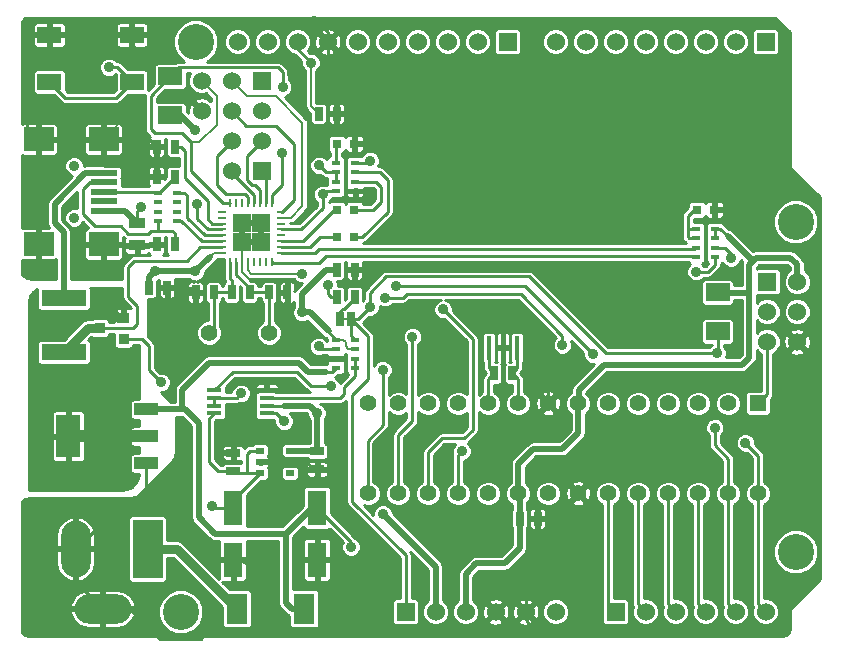
<source format=gtl>
G04 (created by PCBNEW (2013-07-24 BZR 4024)-stable) date Tue 30 Jun 2015 02:25:36 PM NZST*
%MOIN*%
G04 Gerber Fmt 3.4, Leading zero omitted, Abs format*
%FSLAX34Y34*%
G01*
G70*
G90*
G04 APERTURE LIST*
%ADD10C,0.00590551*%
%ADD11R,0.06X0.06*%
%ADD12C,0.06*%
%ADD13C,0.0354*%
%ADD14R,0.0984X0.0787*%
%ADD15R,0.0906X0.0197*%
%ADD16R,0.0787402X0.0551181*%
%ADD17R,0.03X0.02*%
%ADD18R,0.08X0.144*%
%ADD19R,0.08X0.04*%
%ADD20R,0.15X0.055*%
%ADD21R,0.08X0.06*%
%ADD22R,0.025X0.045*%
%ADD23R,0.045X0.025*%
%ADD24R,0.0314X0.0314*%
%ADD25C,0.056*%
%ADD26R,0.07X0.1*%
%ADD27C,0.055*%
%ADD28R,0.055X0.055*%
%ADD29R,0.015748X0.0787402*%
%ADD30R,0.063X0.1181*%
%ADD31R,0.05X0.016*%
%ADD32R,0.055X0.035*%
%ADD33R,0.036X0.036*%
%ADD34O,0.0984252X0.189*%
%ADD35R,0.0984252X0.19685*%
%ADD36O,0.189X0.0984252*%
%ADD37R,0.03X0.01*%
%ADD38R,0.01X0.03*%
%ADD39R,0.0629921X0.0629921*%
%ADD40C,0.12*%
%ADD41R,0.0314961X0.0177165*%
%ADD42C,0.035*%
%ADD43C,0.01*%
%ADD44C,0.02*%
%ADD45C,0.008*%
%ADD46C,0.04*%
%ADD47C,0.03*%
G04 APERTURE END LIST*
G54D10*
G54D11*
X18200Y-12300D03*
G54D12*
X18200Y-13300D03*
X17200Y-12300D03*
X17200Y-13300D03*
X16200Y-12300D03*
X16200Y-13300D03*
G54D13*
X11950Y-16866D03*
X11950Y-15134D03*
G54D14*
X10769Y-17732D03*
X10769Y-14248D03*
X12934Y-17752D03*
X12934Y-14248D03*
G54D15*
X12934Y-16000D03*
X12934Y-15685D03*
X12934Y-15370D03*
X12934Y-16315D03*
X12934Y-16630D03*
G54D16*
X13877Y-12337D03*
X13877Y-10762D03*
X11122Y-10762D03*
X11122Y-12337D03*
G54D17*
X18150Y-24625D03*
X18150Y-25375D03*
X19150Y-24625D03*
X18150Y-25000D03*
X19150Y-25375D03*
G54D18*
X11750Y-24150D03*
G54D19*
X14350Y-24150D03*
X14350Y-23250D03*
X14350Y-25050D03*
G54D20*
X11600Y-19550D03*
X11600Y-21350D03*
G54D21*
X33400Y-19350D03*
X33400Y-20650D03*
X15150Y-13450D03*
X15150Y-12150D03*
G54D22*
X20700Y-19500D03*
X21300Y-19500D03*
X20700Y-18600D03*
X21300Y-18600D03*
X15300Y-14500D03*
X14700Y-14500D03*
G54D23*
X17250Y-25300D03*
X17250Y-24700D03*
G54D22*
X18450Y-19350D03*
X19050Y-19350D03*
G54D23*
X20050Y-24650D03*
X20050Y-25250D03*
G54D22*
X14450Y-19200D03*
X15050Y-19200D03*
X26800Y-26900D03*
X27400Y-26900D03*
X16600Y-19350D03*
X16000Y-19350D03*
X15300Y-15500D03*
X14700Y-15500D03*
X15300Y-17750D03*
X14700Y-17750D03*
X25950Y-22050D03*
X26550Y-22050D03*
G54D11*
X18200Y-15300D03*
G54D12*
X17200Y-15300D03*
X18200Y-14300D03*
X17200Y-14300D03*
G54D24*
X21295Y-16600D03*
X20705Y-16600D03*
X20705Y-14400D03*
X21295Y-14400D03*
X21295Y-17500D03*
X20705Y-17500D03*
X32705Y-16600D03*
X33295Y-16600D03*
G54D22*
X20812Y-20250D03*
X21187Y-20250D03*
G54D25*
X16450Y-20700D03*
X18450Y-20700D03*
G54D26*
X17370Y-29900D03*
X19630Y-29900D03*
G54D27*
X33750Y-23050D03*
X32750Y-23050D03*
X31750Y-23050D03*
X30750Y-23050D03*
X29750Y-23050D03*
X28750Y-23050D03*
X27750Y-23050D03*
X26750Y-23050D03*
X25750Y-23050D03*
X24750Y-23050D03*
X23750Y-23050D03*
X22750Y-23050D03*
X21750Y-23050D03*
G54D28*
X34750Y-23050D03*
G54D27*
X21750Y-26050D03*
X22750Y-26050D03*
X23750Y-26050D03*
X24750Y-26050D03*
X25750Y-26050D03*
X26750Y-26050D03*
X27750Y-26050D03*
X28750Y-26050D03*
X29750Y-26050D03*
X30750Y-26050D03*
X31750Y-26050D03*
X32750Y-26050D03*
X33750Y-26050D03*
X34750Y-26050D03*
G54D29*
X26250Y-21200D03*
X26722Y-21200D03*
X25777Y-21200D03*
G54D30*
X17250Y-26534D03*
X17250Y-28266D03*
X20050Y-26534D03*
X20050Y-28266D03*
G54D31*
X18375Y-23385D03*
X18375Y-23130D03*
X18375Y-22870D03*
X18375Y-22615D03*
X16625Y-22615D03*
X16625Y-22870D03*
X16625Y-23130D03*
X16625Y-23385D03*
G54D32*
X14050Y-17775D03*
X14050Y-17025D03*
G54D22*
X17800Y-19350D03*
X17200Y-19350D03*
G54D33*
X13600Y-20200D03*
X13600Y-20900D03*
X12800Y-20550D03*
G54D22*
X20100Y-13400D03*
X20700Y-13400D03*
G54D11*
X35000Y-11000D03*
G54D12*
X34000Y-11000D03*
X33000Y-11000D03*
X32000Y-11000D03*
X31000Y-11000D03*
X30000Y-11000D03*
X29000Y-11000D03*
X28000Y-11000D03*
G54D11*
X30000Y-30000D03*
G54D12*
X31000Y-30000D03*
X32000Y-30000D03*
X33000Y-30000D03*
X34000Y-30000D03*
X35000Y-30000D03*
G54D11*
X26400Y-11000D03*
G54D12*
X25400Y-11000D03*
X24400Y-11000D03*
X23400Y-11000D03*
X22400Y-11000D03*
X21400Y-11000D03*
X20400Y-11000D03*
X19400Y-11000D03*
X18400Y-11000D03*
X17400Y-11000D03*
G54D11*
X35050Y-19000D03*
G54D12*
X36050Y-19000D03*
X35050Y-20000D03*
X36050Y-20000D03*
X35050Y-21000D03*
X36050Y-21000D03*
G54D34*
X12000Y-27900D03*
G54D35*
X14400Y-27900D03*
G54D36*
X12900Y-29900D03*
G54D37*
X16866Y-17842D03*
X16866Y-17645D03*
X16866Y-17448D03*
X16866Y-18039D03*
G54D38*
X17161Y-18334D03*
X17358Y-18334D03*
X17555Y-18334D03*
X17752Y-18334D03*
X17948Y-18334D03*
X18145Y-18334D03*
X18342Y-18334D03*
X18539Y-18334D03*
G54D37*
X18834Y-16661D03*
X18834Y-18039D03*
X18834Y-17842D03*
X18834Y-17645D03*
X18834Y-17448D03*
X18834Y-17252D03*
X18834Y-17055D03*
X18834Y-16858D03*
G54D38*
X18539Y-16366D03*
X18342Y-16366D03*
X18145Y-16366D03*
X17948Y-16366D03*
X17752Y-16366D03*
X17555Y-16366D03*
X17358Y-16366D03*
X17161Y-16366D03*
G54D37*
X16866Y-16661D03*
X16866Y-16858D03*
X16866Y-17055D03*
X16866Y-17252D03*
G54D39*
X17535Y-17664D03*
X17535Y-17035D03*
X18164Y-17664D03*
X18164Y-17035D03*
G54D11*
X23000Y-30000D03*
G54D12*
X24000Y-30000D03*
X25000Y-30000D03*
X26000Y-30000D03*
X27000Y-30000D03*
X28000Y-30000D03*
G54D40*
X16000Y-11000D03*
X15500Y-30000D03*
X36000Y-28000D03*
X36000Y-17000D03*
G54D41*
X20685Y-21872D03*
X20685Y-20927D03*
X20685Y-21557D03*
X20685Y-21242D03*
X21314Y-21872D03*
X21314Y-20927D03*
X21314Y-21557D03*
X21314Y-21242D03*
X21314Y-15027D03*
X21314Y-15972D03*
X21314Y-15342D03*
X21314Y-15657D03*
X20685Y-15027D03*
X20685Y-15972D03*
X20685Y-15342D03*
X20685Y-15657D03*
X14735Y-16972D03*
X14735Y-16027D03*
X14735Y-16657D03*
X14735Y-16342D03*
X15364Y-16972D03*
X15364Y-16027D03*
X15364Y-16657D03*
X15364Y-16342D03*
X32685Y-18172D03*
X32685Y-17227D03*
X32685Y-17857D03*
X32685Y-17542D03*
X33314Y-18172D03*
X33314Y-17227D03*
X33314Y-17857D03*
X33314Y-17542D03*
G54D42*
X20050Y-23385D03*
X22244Y-26732D03*
X20118Y-15118D03*
X15995Y-18650D03*
X15990Y-13950D03*
X19544Y-18725D03*
X19540Y-20020D03*
X13385Y-22637D03*
X16535Y-26456D03*
X14650Y-18650D03*
X12850Y-19650D03*
X12850Y-21600D03*
X10950Y-22600D03*
X10950Y-24200D03*
X11000Y-25650D03*
X11950Y-25350D03*
X12000Y-22950D03*
X13600Y-25700D03*
X13000Y-25100D03*
X13000Y-23250D03*
X33307Y-23858D03*
X29251Y-21417D03*
X22677Y-19133D03*
X22322Y-19527D03*
X28228Y-21102D03*
X34330Y-24370D03*
X33854Y-18212D03*
X32685Y-18660D03*
X22244Y-21929D03*
X33385Y-21377D03*
X21811Y-19842D03*
X13110Y-11850D03*
X23228Y-20826D03*
X18880Y-14710D03*
X18900Y-12510D03*
X20100Y-21150D03*
X19842Y-11692D03*
X20235Y-16080D03*
X20417Y-19121D03*
X21850Y-16000D03*
X14500Y-30600D03*
X10600Y-30500D03*
X10600Y-27100D03*
X16400Y-30669D03*
X35068Y-16654D03*
X35046Y-12100D03*
X34452Y-10362D03*
X27280Y-10340D03*
X19954Y-10290D03*
X10406Y-10399D03*
X35567Y-30587D03*
X36500Y-25800D03*
X25510Y-30600D03*
X21535Y-28543D03*
X18661Y-26338D03*
X20748Y-25393D03*
X10384Y-13391D03*
X32208Y-12100D03*
X31328Y-20900D03*
X29546Y-12056D03*
X27214Y-12034D03*
X25806Y-12012D03*
X28512Y-12078D03*
X30514Y-12056D03*
X29348Y-20152D03*
X30316Y-19932D03*
X30272Y-20922D03*
X24398Y-17446D03*
X24332Y-11990D03*
X28534Y-17336D03*
X29480Y-17292D03*
X27192Y-17402D03*
X25608Y-19910D03*
X25740Y-17424D03*
X22130Y-14400D03*
X21811Y-18622D03*
X13815Y-13350D03*
X10770Y-18510D03*
X15490Y-19770D03*
X13020Y-18510D03*
X30492Y-15862D03*
X16929Y-24173D03*
X15629Y-24173D03*
X28995Y-19200D03*
X19055Y-22322D03*
X19015Y-21259D03*
X24251Y-19921D03*
X24881Y-24645D03*
X18950Y-23650D03*
X14850Y-22350D03*
X17519Y-22716D03*
X21820Y-14960D03*
X16060Y-16400D03*
X14180Y-16500D03*
X20511Y-22480D03*
X21181Y-27834D03*
G54D43*
X18375Y-23130D02*
X18937Y-23130D01*
G54D44*
X19822Y-23130D02*
X20050Y-23357D01*
X20050Y-23357D02*
X20050Y-23385D01*
X18937Y-23130D02*
X19822Y-23130D01*
X20050Y-23385D02*
X20050Y-24650D01*
X19150Y-24625D02*
X20025Y-24625D01*
G54D43*
X20025Y-24625D02*
X20050Y-24650D01*
G54D44*
X24000Y-30000D02*
X24000Y-28488D01*
X22244Y-26732D02*
X24000Y-28488D01*
G54D43*
X33314Y-17542D02*
X33314Y-17227D01*
X33314Y-17227D02*
X33475Y-17227D01*
G54D45*
X33734Y-17486D02*
X33734Y-17434D01*
G54D43*
X33475Y-17227D02*
X33734Y-17486D01*
X20118Y-15118D02*
X20342Y-15342D01*
X20342Y-15342D02*
X20685Y-15342D01*
X20685Y-15657D02*
X20685Y-15342D01*
G54D44*
X19802Y-20020D02*
X20432Y-20650D01*
X19540Y-20020D02*
X19802Y-20020D01*
G54D43*
X20432Y-20675D02*
X20685Y-20927D01*
X20432Y-20650D02*
X20432Y-20675D01*
G54D45*
X21314Y-21242D02*
X21092Y-21242D01*
X21092Y-21242D02*
X21000Y-21150D01*
X21000Y-21150D02*
X21000Y-21000D01*
X21000Y-21000D02*
X20927Y-20927D01*
X20927Y-20927D02*
X20685Y-20927D01*
G54D43*
X20118Y-15118D02*
X20180Y-15118D01*
G54D44*
X15150Y-13450D02*
X15490Y-13450D01*
X15990Y-13950D02*
X15490Y-13450D01*
G54D45*
X17752Y-18334D02*
X17752Y-18617D01*
X17859Y-18725D02*
X19544Y-18725D01*
X17752Y-18617D02*
X17859Y-18725D01*
G54D44*
X20360Y-18600D02*
X19540Y-19420D01*
X19540Y-19420D02*
X19540Y-20020D01*
X20700Y-18600D02*
X20360Y-18600D01*
X33740Y-17480D02*
X34566Y-18307D01*
X34448Y-19370D02*
X33420Y-19370D01*
X33420Y-19370D02*
X33400Y-19350D01*
X28750Y-23050D02*
X28779Y-23020D01*
X36050Y-18412D02*
X36050Y-19000D01*
X34566Y-18307D02*
X34685Y-18188D01*
X34685Y-18188D02*
X35826Y-18188D01*
X35826Y-18188D02*
X36050Y-18412D01*
X34448Y-18425D02*
X34566Y-18307D01*
X34448Y-19370D02*
X34448Y-18425D01*
X34448Y-21535D02*
X34448Y-19370D01*
X34215Y-21769D02*
X34448Y-21535D01*
X29608Y-21769D02*
X34215Y-21769D01*
X28779Y-22598D02*
X29608Y-21769D01*
X28779Y-23020D02*
X28779Y-22598D01*
X13000Y-23267D02*
X13000Y-23023D01*
X13000Y-23023D02*
X13385Y-22637D01*
G54D45*
X16866Y-18039D02*
X16606Y-18039D01*
G54D44*
X15995Y-18650D02*
X14650Y-18650D01*
G54D45*
X16606Y-18039D02*
X16476Y-18169D01*
G54D44*
X16476Y-18169D02*
X15995Y-18650D01*
G54D43*
X16612Y-26534D02*
X17250Y-26534D01*
X16535Y-26456D02*
X16612Y-26534D01*
G54D44*
X26800Y-27885D02*
X26800Y-26900D01*
X26750Y-26050D02*
X26750Y-25061D01*
X26750Y-25061D02*
X27244Y-24566D01*
X27244Y-24566D02*
X28228Y-24566D01*
X28228Y-24566D02*
X28750Y-24045D01*
X28750Y-24045D02*
X28750Y-23050D01*
X26800Y-26900D02*
X26800Y-26100D01*
X26800Y-26100D02*
X26750Y-26050D01*
X14450Y-18850D02*
X14450Y-19200D01*
X14650Y-18650D02*
X14450Y-18850D01*
G54D43*
X17250Y-25300D02*
X16750Y-25300D01*
X16450Y-23560D02*
X16625Y-23385D01*
X16450Y-25000D02*
X16450Y-23560D01*
X16750Y-25300D02*
X16450Y-25000D01*
X17700Y-25375D02*
X17700Y-24750D01*
X17825Y-24625D02*
X18150Y-24625D01*
X17700Y-24750D02*
X17825Y-24625D01*
X18150Y-25375D02*
X17700Y-25375D01*
X17700Y-25375D02*
X17325Y-25375D01*
X17325Y-25375D02*
X17250Y-25300D01*
X17250Y-26534D02*
X17250Y-26275D01*
X17250Y-26275D02*
X18150Y-25375D01*
X13000Y-24150D02*
X13000Y-23267D01*
X13000Y-23267D02*
X13000Y-23250D01*
G54D46*
X11750Y-24150D02*
X13000Y-24150D01*
X13000Y-24150D02*
X14350Y-24150D01*
G54D47*
X13600Y-20200D02*
X13400Y-20200D01*
G54D43*
X10950Y-24200D02*
X10950Y-22600D01*
X11650Y-25650D02*
X11000Y-25650D01*
X11950Y-25350D02*
X11650Y-25650D01*
G54D47*
X13400Y-20200D02*
X12850Y-19650D01*
G54D43*
X13000Y-23250D02*
X12700Y-22950D01*
X12700Y-22950D02*
X12000Y-22950D01*
X13000Y-25100D02*
X13600Y-25700D01*
G54D44*
X26299Y-28385D02*
X26800Y-27885D01*
X25000Y-30000D02*
X25000Y-28740D01*
X25000Y-28740D02*
X25354Y-28385D01*
X25354Y-28385D02*
X26299Y-28385D01*
G54D43*
X30000Y-30000D02*
X29750Y-29750D01*
X29750Y-29750D02*
X29750Y-26050D01*
X31000Y-30000D02*
X30750Y-29750D01*
X30750Y-29750D02*
X30750Y-26050D01*
X32000Y-30000D02*
X31750Y-29750D01*
X31750Y-29750D02*
X31750Y-26050D01*
X33000Y-30000D02*
X32750Y-29750D01*
X32750Y-29750D02*
X32750Y-26050D01*
X22677Y-19133D02*
X26968Y-19133D01*
X33750Y-24891D02*
X33750Y-26050D01*
X33307Y-24448D02*
X33750Y-24891D01*
X33307Y-23858D02*
X33307Y-24448D01*
X26968Y-19133D02*
X29251Y-21417D01*
X34000Y-30000D02*
X33750Y-29750D01*
X33750Y-29750D02*
X33750Y-26050D01*
X22322Y-19527D02*
X22912Y-19527D01*
X34330Y-24370D02*
X34750Y-24789D01*
X34750Y-26050D02*
X34750Y-24789D01*
X28228Y-20788D02*
X28228Y-21102D01*
X26840Y-19400D02*
X28228Y-20788D01*
X23040Y-19400D02*
X26840Y-19400D01*
X22912Y-19527D02*
X23040Y-19400D01*
X35000Y-30000D02*
X34750Y-29750D01*
X34750Y-29750D02*
X34750Y-26050D01*
X33314Y-17857D02*
X33637Y-17857D01*
X33854Y-18074D02*
X33854Y-18212D01*
X33637Y-17857D02*
X33854Y-18074D01*
X33314Y-18172D02*
X33314Y-18425D01*
X33080Y-18660D02*
X32685Y-18660D01*
X33314Y-18425D02*
X33080Y-18660D01*
X22244Y-21929D02*
X22244Y-23779D01*
X22244Y-23779D02*
X21732Y-24291D01*
X21732Y-24291D02*
X21732Y-26032D01*
X21732Y-26032D02*
X21750Y-26050D01*
X21314Y-21872D02*
X21314Y-21557D01*
X20950Y-22750D02*
X20950Y-22500D01*
X18375Y-22870D02*
X20830Y-22870D01*
X20830Y-22870D02*
X20950Y-22750D01*
X21314Y-22135D02*
X21314Y-21872D01*
X20950Y-22500D02*
X21314Y-22135D01*
X21314Y-20927D02*
X21187Y-20799D01*
X21187Y-20799D02*
X21187Y-20250D01*
X21750Y-20812D02*
X21750Y-22250D01*
X21220Y-26338D02*
X21220Y-22779D01*
X21220Y-22779D02*
X21750Y-22250D01*
X21187Y-20250D02*
X21750Y-20812D01*
X23000Y-28118D02*
X21220Y-26338D01*
X23000Y-28118D02*
X23000Y-30000D01*
X21177Y-20259D02*
X21187Y-20250D01*
X34750Y-23050D02*
X35050Y-22750D01*
X35050Y-22750D02*
X35050Y-21000D01*
X33385Y-21377D02*
X29680Y-21377D01*
X21811Y-19370D02*
X21811Y-19842D01*
X22360Y-18820D02*
X21811Y-19370D01*
X27122Y-18820D02*
X22360Y-18820D01*
X29680Y-21377D02*
X27122Y-18820D01*
X33400Y-21363D02*
X33400Y-20650D01*
X33385Y-21377D02*
X33400Y-21363D01*
X21403Y-20250D02*
X21187Y-20250D01*
X21811Y-19842D02*
X21403Y-20250D01*
X13877Y-12337D02*
X13390Y-11850D01*
X13390Y-11850D02*
X13110Y-11850D01*
X11122Y-12337D02*
X11658Y-12874D01*
X13341Y-12874D02*
X13877Y-12337D01*
X11658Y-12874D02*
X13341Y-12874D01*
G54D45*
X20812Y-20250D02*
X21187Y-20250D01*
G54D43*
X21300Y-19500D02*
X21300Y-19550D01*
X20812Y-19987D02*
X20812Y-20250D01*
X20900Y-19900D02*
X20812Y-19987D01*
X20950Y-19900D02*
X20900Y-19900D01*
X21300Y-19550D02*
X20950Y-19900D01*
X23228Y-20826D02*
X23228Y-23622D01*
X23228Y-23622D02*
X22750Y-24100D01*
X22750Y-24100D02*
X22750Y-26050D01*
X14735Y-16027D02*
X14772Y-16027D01*
X14772Y-16027D02*
X15300Y-15500D01*
X12934Y-16000D02*
X14707Y-16000D01*
X14707Y-16000D02*
X14735Y-16027D01*
X14735Y-16972D02*
X14735Y-17300D01*
X14735Y-17300D02*
X14740Y-17300D01*
X13750Y-17400D02*
X14420Y-17400D01*
X12934Y-15685D02*
X12465Y-15685D01*
X13500Y-17150D02*
X13750Y-17400D01*
X12650Y-17150D02*
X13500Y-17150D01*
X12246Y-16746D02*
X12650Y-17150D01*
X12246Y-15904D02*
X12246Y-16746D01*
X12465Y-15685D02*
X12246Y-15904D01*
X15300Y-17380D02*
X15300Y-17750D01*
X15220Y-17300D02*
X15300Y-17380D01*
X14520Y-17300D02*
X14740Y-17300D01*
X14740Y-17300D02*
X15220Y-17300D01*
X14420Y-17400D02*
X14520Y-17300D01*
X15300Y-17750D02*
X15300Y-17616D01*
X15300Y-17750D02*
X15300Y-17600D01*
X18539Y-16366D02*
X18539Y-16111D01*
X18880Y-15770D02*
X18880Y-14710D01*
X18539Y-16111D02*
X18880Y-15770D01*
X18834Y-16661D02*
X18889Y-16661D01*
X17690Y-13790D02*
X17200Y-13300D01*
X18670Y-13790D02*
X17690Y-13790D01*
X19270Y-14390D02*
X18670Y-13790D01*
X19270Y-16280D02*
X19270Y-14390D01*
X18889Y-16661D02*
X19270Y-16280D01*
X20100Y-21150D02*
X20192Y-21242D01*
X20192Y-21242D02*
X20685Y-21242D01*
X18900Y-12510D02*
X18898Y-12011D01*
X18898Y-12011D02*
X18740Y-11853D01*
X18740Y-11853D02*
X15446Y-11853D01*
X15150Y-12150D02*
X15446Y-11853D01*
G54D45*
X15850Y-14350D02*
X16130Y-14350D01*
X16710Y-12810D02*
X16200Y-12300D01*
X16710Y-13770D02*
X16710Y-12810D01*
X16130Y-14350D02*
X16710Y-13770D01*
G54D43*
X17161Y-16366D02*
X16916Y-16366D01*
X14500Y-12800D02*
X15150Y-12150D01*
X14500Y-13900D02*
X14500Y-12800D01*
X14650Y-14050D02*
X14500Y-13900D01*
X15550Y-14050D02*
X14650Y-14050D01*
X15850Y-14350D02*
X15550Y-14050D01*
X15850Y-15300D02*
X15850Y-14350D01*
X16916Y-16366D02*
X15850Y-15300D01*
X18834Y-17842D02*
X19818Y-17842D01*
X20160Y-17500D02*
X20705Y-17500D01*
X19818Y-17842D02*
X20160Y-17500D01*
G54D45*
X18834Y-16858D02*
X19172Y-16858D01*
X17710Y-12810D02*
X17200Y-12300D01*
X18680Y-12810D02*
X17710Y-12810D01*
X19560Y-13690D02*
X18680Y-12810D01*
X19560Y-16470D02*
X19560Y-13690D01*
X19172Y-16858D02*
X19560Y-16470D01*
G54D43*
X18834Y-17645D02*
X19565Y-17645D01*
X20610Y-16600D02*
X20705Y-16600D01*
X19565Y-17645D02*
X20610Y-16600D01*
G54D45*
X20100Y-13400D02*
X19842Y-13142D01*
X19842Y-13142D02*
X19842Y-11692D01*
G54D43*
X19842Y-11692D02*
X19400Y-11250D01*
X19400Y-11250D02*
X19400Y-11000D01*
X20235Y-16080D02*
X20342Y-15972D01*
X20342Y-15972D02*
X20685Y-15972D01*
X19528Y-17252D02*
X20235Y-16545D01*
X18834Y-17252D02*
X19528Y-17252D01*
X20235Y-16545D02*
X20235Y-16080D01*
X20417Y-19121D02*
X20417Y-19409D01*
X20508Y-19500D02*
X20700Y-19500D01*
X20417Y-19409D02*
X20508Y-19500D01*
X20444Y-19093D02*
X20417Y-19121D01*
X21314Y-15972D02*
X21822Y-15972D01*
X21822Y-15972D02*
X21850Y-16000D01*
X19448Y-21259D02*
X19746Y-21557D01*
X19015Y-21259D02*
X19448Y-21259D01*
X19746Y-21557D02*
X20685Y-21557D01*
X14500Y-30600D02*
X13800Y-29900D01*
X16169Y-30900D02*
X14800Y-30900D01*
X14800Y-30900D02*
X14500Y-30600D01*
X16384Y-30684D02*
X16169Y-30900D01*
X16400Y-30669D02*
X16384Y-30684D01*
X13800Y-29900D02*
X12900Y-29900D01*
X12900Y-29900D02*
X12000Y-29000D01*
X12000Y-29000D02*
X12000Y-27900D01*
X14350Y-26043D02*
X13893Y-26500D01*
X13400Y-26500D02*
X12000Y-27900D01*
X13893Y-26500D02*
X13400Y-26500D01*
X10600Y-27100D02*
X11400Y-27900D01*
X11400Y-27900D02*
X12000Y-27900D01*
X16400Y-30669D02*
X18307Y-30669D01*
X35068Y-16654D02*
X35068Y-17668D01*
X36740Y-20310D02*
X36050Y-21000D01*
X36740Y-18240D02*
X36740Y-20310D01*
X36400Y-17900D02*
X36740Y-18240D01*
X35300Y-17900D02*
X36400Y-17900D01*
X35068Y-17668D02*
X35300Y-17900D01*
X33295Y-16600D02*
X35014Y-16600D01*
X35046Y-16632D02*
X35068Y-16654D01*
X35046Y-16632D02*
X35046Y-12100D01*
X32208Y-12100D02*
X35046Y-12100D01*
G54D45*
X34452Y-11506D02*
X34452Y-10362D01*
X27280Y-10340D02*
X20004Y-10340D01*
X20004Y-10340D02*
X19954Y-10290D01*
X35046Y-12100D02*
X34452Y-11506D01*
G54D43*
X35014Y-16600D02*
X35068Y-16654D01*
X35567Y-30587D02*
X35567Y-28967D01*
X27478Y-30756D02*
X35398Y-30756D01*
X35398Y-30756D02*
X35567Y-30587D01*
X27000Y-30278D02*
X27478Y-30756D01*
X27000Y-30000D02*
X27000Y-30278D01*
X35684Y-26316D02*
X35684Y-25900D01*
X35100Y-26900D02*
X35684Y-26316D01*
X35100Y-28500D02*
X35100Y-26900D01*
X35567Y-28967D02*
X35100Y-28500D01*
G54D45*
X20700Y-13400D02*
X21300Y-13400D01*
X35684Y-25900D02*
X35784Y-25800D01*
X35784Y-25800D02*
X36500Y-25800D01*
G54D46*
X25490Y-30510D02*
X25510Y-30530D01*
X25510Y-30530D02*
X25510Y-30600D01*
G54D43*
X26000Y-30000D02*
X25490Y-30510D01*
X25490Y-30510D02*
X25330Y-30669D01*
X25330Y-30669D02*
X18307Y-30669D01*
X18307Y-29015D02*
X18307Y-30669D01*
X17557Y-28266D02*
X18307Y-29015D01*
X17250Y-28266D02*
X17557Y-28266D01*
X21258Y-28266D02*
X21535Y-28543D01*
X20604Y-25250D02*
X20748Y-25393D01*
X27000Y-30000D02*
X27000Y-28905D01*
X27000Y-28905D02*
X27400Y-28505D01*
G54D45*
X17535Y-17664D02*
X17535Y-17035D01*
X17535Y-17035D02*
X18164Y-17035D01*
X18164Y-17035D02*
X18164Y-17664D01*
X17555Y-18334D02*
X17555Y-17684D01*
X17555Y-17684D02*
X17535Y-17664D01*
X10395Y-13457D02*
X10384Y-13446D01*
X10384Y-13446D02*
X10384Y-13391D01*
G54D43*
X31328Y-20900D02*
X30294Y-20900D01*
X32164Y-12056D02*
X32208Y-12100D01*
X30514Y-12056D02*
X29546Y-12056D01*
X28534Y-12056D02*
X29546Y-12056D01*
X27214Y-12034D02*
X27258Y-12078D01*
X25828Y-12034D02*
X27214Y-12034D01*
X24332Y-11990D02*
X24354Y-12012D01*
X24354Y-12012D02*
X25806Y-12012D01*
X25806Y-12012D02*
X25828Y-12034D01*
X27258Y-12078D02*
X28512Y-12078D01*
X28512Y-12078D02*
X28534Y-12056D01*
X30514Y-12056D02*
X32164Y-12056D01*
X30096Y-20152D02*
X29348Y-20152D01*
X30316Y-19932D02*
X30096Y-20152D01*
X30294Y-20900D02*
X30272Y-20922D01*
X20400Y-11000D02*
X21390Y-11990D01*
X24420Y-17424D02*
X24398Y-17446D01*
X24420Y-17424D02*
X25740Y-17424D01*
X21390Y-11990D02*
X24332Y-11990D01*
X27192Y-17402D02*
X25762Y-17402D01*
X25762Y-17402D02*
X25740Y-17424D01*
X28534Y-17336D02*
X27258Y-17336D01*
X28578Y-17292D02*
X28534Y-17336D01*
X30492Y-15862D02*
X30492Y-16280D01*
X30492Y-16280D02*
X29480Y-17292D01*
X29480Y-17292D02*
X28578Y-17292D01*
X27258Y-17336D02*
X27192Y-17402D01*
X13877Y-10762D02*
X14647Y-10762D01*
X20400Y-10665D02*
X20400Y-11000D01*
X19925Y-10190D02*
X20400Y-10665D01*
X15220Y-10190D02*
X19925Y-10190D01*
X14647Y-10762D02*
X15220Y-10190D01*
X11122Y-10762D02*
X13877Y-10762D01*
X10769Y-14248D02*
X10395Y-13874D01*
X10597Y-10762D02*
X11122Y-10762D01*
X10395Y-10965D02*
X10597Y-10762D01*
X10395Y-13874D02*
X10395Y-13457D01*
X10395Y-13457D02*
X10395Y-10965D01*
G54D45*
X22130Y-14400D02*
X21295Y-14400D01*
X12934Y-14231D02*
X12934Y-14248D01*
X13815Y-13350D02*
X12934Y-14231D01*
X10769Y-18509D02*
X10769Y-17732D01*
X10770Y-18510D02*
X10769Y-18509D01*
X12934Y-17752D02*
X12934Y-18424D01*
X15480Y-19760D02*
X15480Y-19200D01*
X15490Y-19770D02*
X15480Y-19760D01*
X12934Y-18424D02*
X13020Y-18510D01*
X19015Y-21259D02*
X16149Y-21259D01*
X16000Y-21110D02*
X16000Y-19350D01*
X16149Y-21259D02*
X16000Y-21110D01*
G54D43*
X33295Y-16135D02*
X33295Y-16600D01*
X33022Y-15862D02*
X33295Y-16135D01*
X33000Y-15862D02*
X33022Y-15862D01*
X30492Y-15862D02*
X33000Y-15862D01*
X35684Y-21366D02*
X36050Y-21000D01*
X35684Y-25900D02*
X35684Y-21366D01*
X15629Y-24173D02*
X15629Y-24763D01*
X15629Y-24763D02*
X14371Y-26021D01*
X14371Y-26021D02*
X14350Y-26043D01*
G54D45*
X21788Y-18600D02*
X21811Y-18622D01*
X21788Y-18600D02*
X21300Y-18600D01*
G54D43*
X22028Y-18405D02*
X21811Y-18622D01*
X28995Y-19200D02*
X28200Y-18405D01*
X28200Y-18405D02*
X22028Y-18405D01*
X20050Y-28266D02*
X21258Y-28266D01*
X20050Y-25250D02*
X20604Y-25250D01*
X17250Y-23576D02*
X17250Y-23852D01*
X17250Y-23576D02*
X17834Y-22992D01*
X17834Y-22992D02*
X17834Y-22755D01*
X17834Y-22755D02*
X17975Y-22615D01*
X18375Y-22615D02*
X17975Y-22615D01*
X17250Y-23852D02*
X16929Y-24173D01*
X18582Y-25000D02*
X18582Y-24409D01*
X18582Y-24409D02*
X18346Y-24173D01*
X18346Y-24173D02*
X16929Y-24173D01*
X19055Y-22322D02*
X18762Y-22615D01*
X18375Y-22615D02*
X18762Y-22615D01*
X19050Y-21225D02*
X19050Y-19350D01*
X19015Y-21259D02*
X19050Y-21225D01*
X20050Y-25250D02*
X19935Y-25250D01*
X19685Y-25000D02*
X18582Y-25000D01*
X18582Y-25000D02*
X18150Y-25000D01*
X19935Y-25250D02*
X19685Y-25000D01*
X14350Y-26043D02*
X14350Y-25050D01*
X26250Y-21200D02*
X26250Y-20561D01*
X27750Y-21214D02*
X27750Y-23050D01*
X26889Y-20354D02*
X27750Y-21214D01*
X26456Y-20354D02*
X26889Y-20354D01*
X26250Y-20561D02*
X26456Y-20354D01*
X27400Y-28505D02*
X27400Y-26900D01*
X27400Y-26900D02*
X27900Y-26900D01*
X27900Y-26900D02*
X28750Y-26050D01*
X17250Y-24700D02*
X17250Y-24494D01*
X17250Y-24494D02*
X16929Y-24173D01*
G54D45*
X17555Y-18334D02*
X17555Y-18675D01*
X17555Y-18675D02*
X17822Y-18942D01*
X17822Y-18942D02*
X18981Y-18942D01*
X18981Y-18942D02*
X19050Y-19010D01*
X19050Y-19010D02*
X19050Y-19350D01*
G54D43*
X21295Y-14400D02*
X21295Y-14000D01*
X21295Y-14000D02*
X21295Y-13505D01*
X21295Y-13505D02*
X21300Y-13500D01*
X21300Y-13500D02*
X21300Y-13400D01*
X21300Y-13400D02*
X21300Y-12870D01*
X21300Y-12870D02*
X20400Y-11970D01*
X20400Y-11970D02*
X20400Y-11000D01*
X16000Y-19350D02*
X15850Y-19200D01*
X15850Y-19200D02*
X15480Y-19200D01*
X15480Y-19200D02*
X15050Y-19200D01*
X14700Y-14500D02*
X14448Y-14248D01*
X14448Y-14248D02*
X12934Y-14248D01*
X14700Y-15500D02*
X14700Y-14500D01*
X12934Y-17752D02*
X14027Y-17752D01*
X14029Y-17750D02*
X14700Y-17750D01*
X14027Y-17752D02*
X14029Y-17750D01*
X10769Y-17732D02*
X10769Y-14248D01*
X10769Y-14248D02*
X12934Y-14248D01*
X25236Y-20905D02*
X24251Y-19921D01*
X23750Y-24675D02*
X23750Y-26050D01*
X24212Y-24212D02*
X23750Y-24675D01*
X24960Y-24212D02*
X24212Y-24212D01*
X25236Y-23937D02*
X24960Y-24212D01*
X25236Y-23937D02*
X25236Y-20905D01*
X26550Y-22050D02*
X26722Y-21877D01*
X26722Y-21877D02*
X26722Y-21200D01*
X26750Y-23050D02*
X26750Y-22250D01*
X26750Y-22250D02*
X26550Y-22050D01*
X24750Y-24777D02*
X24750Y-26050D01*
X24881Y-24645D02*
X24750Y-24777D01*
X13600Y-20900D02*
X14200Y-20900D01*
X18685Y-23385D02*
X18375Y-23385D01*
X18950Y-23650D02*
X18685Y-23385D01*
X14450Y-21950D02*
X14850Y-22350D01*
X14450Y-21150D02*
X14450Y-21950D01*
X14200Y-20900D02*
X14450Y-21150D01*
X20685Y-15027D02*
X20685Y-14419D01*
X20685Y-14419D02*
X20705Y-14400D01*
G54D45*
X20822Y-14517D02*
X20705Y-14400D01*
G54D43*
X21314Y-15027D02*
X21752Y-15027D01*
X17366Y-22870D02*
X17519Y-22716D01*
X17366Y-22870D02*
X16625Y-22870D01*
X21752Y-15027D02*
X21820Y-14960D01*
X16625Y-23130D02*
X16625Y-22870D01*
X32685Y-17227D02*
X32400Y-17227D01*
X32400Y-17227D02*
X32400Y-17220D01*
X32400Y-16800D02*
X32400Y-17220D01*
X32400Y-17220D02*
X32400Y-17500D01*
X32705Y-16600D02*
X32600Y-16600D01*
X32400Y-16800D02*
X32600Y-16600D01*
X32442Y-17542D02*
X32685Y-17542D01*
X32400Y-17500D02*
X32442Y-17542D01*
G54D47*
X14700Y-27900D02*
X15370Y-27900D01*
X15370Y-27900D02*
X17370Y-29900D01*
X15100Y-27900D02*
X14700Y-27900D01*
G54D43*
X25950Y-22050D02*
X25777Y-21877D01*
X25777Y-21877D02*
X25777Y-21200D01*
X25750Y-23050D02*
X25750Y-22250D01*
X25750Y-22250D02*
X25950Y-22050D01*
X17752Y-16366D02*
X17752Y-16172D01*
X16700Y-14800D02*
X17200Y-14300D01*
X16700Y-15770D02*
X16700Y-14800D01*
X17000Y-16070D02*
X16700Y-15770D01*
X17650Y-16070D02*
X17000Y-16070D01*
X17752Y-16172D02*
X17650Y-16070D01*
X17700Y-15600D02*
X17710Y-15600D01*
X17700Y-15600D02*
X17700Y-14800D01*
X18200Y-14300D02*
X17700Y-14800D01*
X18145Y-15925D02*
X18145Y-16366D01*
X17990Y-15770D02*
X18145Y-15925D01*
X17880Y-15770D02*
X17990Y-15770D01*
X17710Y-15600D02*
X17880Y-15770D01*
X17948Y-16366D02*
X17948Y-16108D01*
X17200Y-15360D02*
X17200Y-15300D01*
X17948Y-16108D02*
X17200Y-15360D01*
X16866Y-17055D02*
X16555Y-17055D01*
X15500Y-14500D02*
X15300Y-14500D01*
X15650Y-14650D02*
X15500Y-14500D01*
X15650Y-15530D02*
X15650Y-14650D01*
X16420Y-16300D02*
X15650Y-15530D01*
X16420Y-16920D02*
X16420Y-16300D01*
X16555Y-17055D02*
X16420Y-16920D01*
X18342Y-16366D02*
X18342Y-15442D01*
X18342Y-15442D02*
X18200Y-15300D01*
X21295Y-16600D02*
X21900Y-16600D01*
X22007Y-15657D02*
X21314Y-15657D01*
X22175Y-15825D02*
X22007Y-15657D01*
X22175Y-16325D02*
X22175Y-15825D01*
X21900Y-16600D02*
X22175Y-16325D01*
G54D44*
X12934Y-15370D02*
X12330Y-15370D01*
X11600Y-17350D02*
X11300Y-17050D01*
X11600Y-17350D02*
X11600Y-19550D01*
X11300Y-16400D02*
X11300Y-17050D01*
X12330Y-15370D02*
X11300Y-16400D01*
G54D43*
X21295Y-17500D02*
X21560Y-17500D01*
X22142Y-15342D02*
X21314Y-15342D01*
X22400Y-15600D02*
X22142Y-15342D01*
X22400Y-16660D02*
X22400Y-15600D01*
X21560Y-17500D02*
X22400Y-16660D01*
X21397Y-17500D02*
X21295Y-17500D01*
X16866Y-17448D02*
X16308Y-17448D01*
X15627Y-16027D02*
X15364Y-16027D01*
X15720Y-16120D02*
X15627Y-16027D01*
X15720Y-16860D02*
X15720Y-16120D01*
X16308Y-17448D02*
X15720Y-16860D01*
X16200Y-17645D02*
X15527Y-16972D01*
X15527Y-16972D02*
X15364Y-16972D01*
X16866Y-17645D02*
X16200Y-17645D01*
X16200Y-17645D02*
X16195Y-17645D01*
X18450Y-20700D02*
X18450Y-19350D01*
X17800Y-19350D02*
X18450Y-19350D01*
X17358Y-18758D02*
X17358Y-18334D01*
X17800Y-19200D02*
X17358Y-18758D01*
X17800Y-19250D02*
X17800Y-19200D01*
X16450Y-20700D02*
X16600Y-20550D01*
X16600Y-20550D02*
X16600Y-19350D01*
X17200Y-19350D02*
X17200Y-18950D01*
X17161Y-18911D02*
X17161Y-18334D01*
X17200Y-18950D02*
X17161Y-18911D01*
X17200Y-19350D02*
X16600Y-19350D01*
X16402Y-17252D02*
X16060Y-16910D01*
X16402Y-17252D02*
X16866Y-17252D01*
X16060Y-16910D02*
X16060Y-16400D01*
X14050Y-17025D02*
X14050Y-16630D01*
X14050Y-16630D02*
X14180Y-16500D01*
G54D44*
X12934Y-16630D02*
X13655Y-16630D01*
X13655Y-16630D02*
X14050Y-17025D01*
G54D43*
X32140Y-17913D02*
X32629Y-17913D01*
X19992Y-18039D02*
X20118Y-17913D01*
X18834Y-18039D02*
X19992Y-18039D01*
X20118Y-17913D02*
X32140Y-17913D01*
X32629Y-17913D02*
X32685Y-17857D01*
X16625Y-22615D02*
X17232Y-22007D01*
X17232Y-22007D02*
X19370Y-22007D01*
X19370Y-22007D02*
X19842Y-22480D01*
X19842Y-22480D02*
X20511Y-22480D01*
X32126Y-18149D02*
X32662Y-18149D01*
X20354Y-18149D02*
X32126Y-18149D01*
X18539Y-18334D02*
X18590Y-18385D01*
X18590Y-18385D02*
X20118Y-18385D01*
X20118Y-18385D02*
X20354Y-18149D01*
X32662Y-18149D02*
X32685Y-18172D01*
X16866Y-17842D02*
X16158Y-17842D01*
X13900Y-20550D02*
X12800Y-20550D01*
X14050Y-20400D02*
X13900Y-20550D01*
X14050Y-19800D02*
X14050Y-20400D01*
X13750Y-19500D02*
X14050Y-19800D01*
X13750Y-18500D02*
X13750Y-19500D01*
X13950Y-18300D02*
X13750Y-18500D01*
X15700Y-18300D02*
X13950Y-18300D01*
X16158Y-17842D02*
X15700Y-18300D01*
G54D47*
X12800Y-20550D02*
X12400Y-20550D01*
X12400Y-20550D02*
X11600Y-21350D01*
G54D44*
X19750Y-21994D02*
X20344Y-21994D01*
X15551Y-23250D02*
X15551Y-22598D01*
X16456Y-21692D02*
X15551Y-22598D01*
X19448Y-21692D02*
X16456Y-21692D01*
X19448Y-21692D02*
X19750Y-21994D01*
G54D43*
X20563Y-21994D02*
X20685Y-21872D01*
X20344Y-21994D02*
X20563Y-21994D01*
X21181Y-27665D02*
X21181Y-27834D01*
X20050Y-26534D02*
X21181Y-27665D01*
G54D44*
X19000Y-27400D02*
X19000Y-29700D01*
X19200Y-29900D02*
X19630Y-29900D01*
X19000Y-29700D02*
X19200Y-29900D01*
X20050Y-26534D02*
X19866Y-26534D01*
X19866Y-26534D02*
X19000Y-27400D01*
X15650Y-23250D02*
X15551Y-23250D01*
X15551Y-23250D02*
X14350Y-23250D01*
X16100Y-23700D02*
X15650Y-23250D01*
X16100Y-26850D02*
X16100Y-23700D01*
X16650Y-27400D02*
X16100Y-26850D01*
X19000Y-27400D02*
X16650Y-27400D01*
G54D10*
G36*
X15092Y-18101D02*
X14910Y-18101D01*
X14952Y-18060D01*
X14974Y-18004D01*
X14975Y-17945D01*
X14975Y-17837D01*
X14937Y-17800D01*
X14750Y-17800D01*
X14750Y-17807D01*
X14650Y-17807D01*
X14650Y-17800D01*
X14462Y-17800D01*
X14437Y-17825D01*
X14100Y-17825D01*
X14100Y-18062D01*
X14137Y-18100D01*
X14295Y-18100D01*
X14354Y-18099D01*
X14410Y-18077D01*
X14441Y-18045D01*
X14447Y-18060D01*
X14489Y-18101D01*
X14000Y-18101D01*
X14000Y-18062D01*
X14000Y-17825D01*
X13662Y-17825D01*
X13625Y-17862D01*
X13624Y-17979D01*
X13647Y-18034D01*
X13689Y-18077D01*
X13745Y-18099D01*
X13804Y-18100D01*
X13962Y-18100D01*
X14000Y-18062D01*
X14000Y-18101D01*
X13950Y-18101D01*
X13874Y-18116D01*
X13809Y-18159D01*
X13809Y-18159D01*
X13609Y-18359D01*
X13576Y-18410D01*
X13576Y-18175D01*
X13576Y-17839D01*
X13538Y-17802D01*
X12984Y-17802D01*
X12984Y-18258D01*
X13021Y-18295D01*
X13396Y-18295D01*
X13455Y-18295D01*
X13511Y-18272D01*
X13553Y-18230D01*
X13576Y-18175D01*
X13576Y-18410D01*
X13566Y-18424D01*
X13551Y-18500D01*
X13551Y-18900D01*
X12884Y-18900D01*
X12884Y-18258D01*
X12884Y-17802D01*
X12329Y-17802D01*
X12292Y-17839D01*
X12291Y-18175D01*
X12314Y-18230D01*
X12356Y-18272D01*
X12412Y-18295D01*
X12471Y-18295D01*
X12846Y-18295D01*
X12884Y-18258D01*
X12884Y-18900D01*
X11848Y-18900D01*
X11848Y-17350D01*
X11848Y-17349D01*
X11829Y-17254D01*
X11829Y-17254D01*
X11811Y-17228D01*
X11775Y-17174D01*
X11775Y-17174D01*
X11548Y-16947D01*
X11548Y-16502D01*
X12047Y-16003D01*
X12047Y-16554D01*
X12015Y-16540D01*
X11885Y-16540D01*
X11765Y-16589D01*
X11674Y-16681D01*
X11624Y-16800D01*
X11624Y-16930D01*
X11673Y-17050D01*
X11765Y-17141D01*
X11884Y-17191D01*
X12014Y-17191D01*
X12134Y-17142D01*
X12225Y-17050D01*
X12238Y-17019D01*
X12427Y-17208D01*
X12412Y-17208D01*
X12356Y-17231D01*
X12314Y-17273D01*
X12291Y-17328D01*
X12292Y-17664D01*
X12329Y-17702D01*
X12884Y-17702D01*
X12884Y-17694D01*
X12984Y-17694D01*
X12984Y-17702D01*
X13538Y-17702D01*
X13576Y-17664D01*
X13576Y-17506D01*
X13609Y-17540D01*
X13609Y-17540D01*
X13631Y-17554D01*
X13631Y-17554D01*
X13624Y-17570D01*
X13625Y-17687D01*
X13662Y-17725D01*
X14000Y-17725D01*
X14000Y-17717D01*
X14100Y-17717D01*
X14100Y-17725D01*
X14437Y-17725D01*
X14462Y-17700D01*
X14650Y-17700D01*
X14650Y-17692D01*
X14750Y-17692D01*
X14750Y-17700D01*
X14937Y-17700D01*
X14975Y-17662D01*
X14975Y-17554D01*
X14974Y-17498D01*
X15026Y-17498D01*
X15026Y-17554D01*
X15026Y-18004D01*
X15049Y-18058D01*
X15090Y-18100D01*
X15092Y-18101D01*
X15092Y-18101D01*
G37*
G54D43*
X15092Y-18101D02*
X14910Y-18101D01*
X14952Y-18060D01*
X14974Y-18004D01*
X14975Y-17945D01*
X14975Y-17837D01*
X14937Y-17800D01*
X14750Y-17800D01*
X14750Y-17807D01*
X14650Y-17807D01*
X14650Y-17800D01*
X14462Y-17800D01*
X14437Y-17825D01*
X14100Y-17825D01*
X14100Y-18062D01*
X14137Y-18100D01*
X14295Y-18100D01*
X14354Y-18099D01*
X14410Y-18077D01*
X14441Y-18045D01*
X14447Y-18060D01*
X14489Y-18101D01*
X14000Y-18101D01*
X14000Y-18062D01*
X14000Y-17825D01*
X13662Y-17825D01*
X13625Y-17862D01*
X13624Y-17979D01*
X13647Y-18034D01*
X13689Y-18077D01*
X13745Y-18099D01*
X13804Y-18100D01*
X13962Y-18100D01*
X14000Y-18062D01*
X14000Y-18101D01*
X13950Y-18101D01*
X13874Y-18116D01*
X13809Y-18159D01*
X13809Y-18159D01*
X13609Y-18359D01*
X13576Y-18410D01*
X13576Y-18175D01*
X13576Y-17839D01*
X13538Y-17802D01*
X12984Y-17802D01*
X12984Y-18258D01*
X13021Y-18295D01*
X13396Y-18295D01*
X13455Y-18295D01*
X13511Y-18272D01*
X13553Y-18230D01*
X13576Y-18175D01*
X13576Y-18410D01*
X13566Y-18424D01*
X13551Y-18500D01*
X13551Y-18900D01*
X12884Y-18900D01*
X12884Y-18258D01*
X12884Y-17802D01*
X12329Y-17802D01*
X12292Y-17839D01*
X12291Y-18175D01*
X12314Y-18230D01*
X12356Y-18272D01*
X12412Y-18295D01*
X12471Y-18295D01*
X12846Y-18295D01*
X12884Y-18258D01*
X12884Y-18900D01*
X11848Y-18900D01*
X11848Y-17350D01*
X11848Y-17349D01*
X11829Y-17254D01*
X11829Y-17254D01*
X11811Y-17228D01*
X11775Y-17174D01*
X11775Y-17174D01*
X11548Y-16947D01*
X11548Y-16502D01*
X12047Y-16003D01*
X12047Y-16554D01*
X12015Y-16540D01*
X11885Y-16540D01*
X11765Y-16589D01*
X11674Y-16681D01*
X11624Y-16800D01*
X11624Y-16930D01*
X11673Y-17050D01*
X11765Y-17141D01*
X11884Y-17191D01*
X12014Y-17191D01*
X12134Y-17142D01*
X12225Y-17050D01*
X12238Y-17019D01*
X12427Y-17208D01*
X12412Y-17208D01*
X12356Y-17231D01*
X12314Y-17273D01*
X12291Y-17328D01*
X12292Y-17664D01*
X12329Y-17702D01*
X12884Y-17702D01*
X12884Y-17694D01*
X12984Y-17694D01*
X12984Y-17702D01*
X13538Y-17702D01*
X13576Y-17664D01*
X13576Y-17506D01*
X13609Y-17540D01*
X13609Y-17540D01*
X13631Y-17554D01*
X13631Y-17554D01*
X13624Y-17570D01*
X13625Y-17687D01*
X13662Y-17725D01*
X14000Y-17725D01*
X14000Y-17717D01*
X14100Y-17717D01*
X14100Y-17725D01*
X14437Y-17725D01*
X14462Y-17700D01*
X14650Y-17700D01*
X14650Y-17692D01*
X14750Y-17692D01*
X14750Y-17700D01*
X14937Y-17700D01*
X14975Y-17662D01*
X14975Y-17554D01*
X14974Y-17498D01*
X15026Y-17498D01*
X15026Y-17554D01*
X15026Y-18004D01*
X15049Y-18058D01*
X15090Y-18100D01*
X15092Y-18101D01*
G54D10*
G36*
X16521Y-12974D02*
X16488Y-12940D01*
X16460Y-12968D01*
X16427Y-12901D01*
X16257Y-12844D01*
X16079Y-12857D01*
X15972Y-12901D01*
X15939Y-12968D01*
X16200Y-13229D01*
X16205Y-13223D01*
X16276Y-13294D01*
X16270Y-13300D01*
X16276Y-13305D01*
X16205Y-13376D01*
X16200Y-13370D01*
X16194Y-13376D01*
X16123Y-13305D01*
X16129Y-13300D01*
X15868Y-13039D01*
X15801Y-13072D01*
X15744Y-13242D01*
X15753Y-13359D01*
X15700Y-13306D01*
X15700Y-13120D01*
X15677Y-13065D01*
X15635Y-13022D01*
X15579Y-13000D01*
X15520Y-12999D01*
X14720Y-12999D01*
X14698Y-13009D01*
X14698Y-12882D01*
X14982Y-12598D01*
X15579Y-12598D01*
X15633Y-12575D01*
X15675Y-12534D01*
X15698Y-12479D01*
X15698Y-12420D01*
X15698Y-12051D01*
X15817Y-12051D01*
X15751Y-12210D01*
X15751Y-12388D01*
X15819Y-12553D01*
X15945Y-12679D01*
X16110Y-12748D01*
X16288Y-12748D01*
X16354Y-12721D01*
X16521Y-12888D01*
X16521Y-12974D01*
X16521Y-12974D01*
G37*
G54D43*
X16521Y-12974D02*
X16488Y-12940D01*
X16460Y-12968D01*
X16427Y-12901D01*
X16257Y-12844D01*
X16079Y-12857D01*
X15972Y-12901D01*
X15939Y-12968D01*
X16200Y-13229D01*
X16205Y-13223D01*
X16276Y-13294D01*
X16270Y-13300D01*
X16276Y-13305D01*
X16205Y-13376D01*
X16200Y-13370D01*
X16194Y-13376D01*
X16123Y-13305D01*
X16129Y-13300D01*
X15868Y-13039D01*
X15801Y-13072D01*
X15744Y-13242D01*
X15753Y-13359D01*
X15700Y-13306D01*
X15700Y-13120D01*
X15677Y-13065D01*
X15635Y-13022D01*
X15579Y-13000D01*
X15520Y-12999D01*
X14720Y-12999D01*
X14698Y-13009D01*
X14698Y-12882D01*
X14982Y-12598D01*
X15579Y-12598D01*
X15633Y-12575D01*
X15675Y-12534D01*
X15698Y-12479D01*
X15698Y-12420D01*
X15698Y-12051D01*
X15817Y-12051D01*
X15751Y-12210D01*
X15751Y-12388D01*
X15819Y-12553D01*
X15945Y-12679D01*
X16110Y-12748D01*
X16288Y-12748D01*
X16354Y-12721D01*
X16521Y-12888D01*
X16521Y-12974D01*
G54D10*
G36*
X18222Y-17714D02*
X18214Y-17714D01*
X18214Y-17722D01*
X18114Y-17722D01*
X18114Y-17714D01*
X18114Y-17614D01*
X18114Y-17462D01*
X18114Y-17237D01*
X18114Y-17085D01*
X17962Y-17085D01*
X17737Y-17085D01*
X17585Y-17085D01*
X17585Y-17237D01*
X17585Y-17462D01*
X17585Y-17614D01*
X17737Y-17614D01*
X17962Y-17614D01*
X18114Y-17614D01*
X18114Y-17714D01*
X17962Y-17714D01*
X17737Y-17714D01*
X17585Y-17714D01*
X17585Y-17722D01*
X17485Y-17722D01*
X17485Y-17714D01*
X17477Y-17714D01*
X17477Y-17614D01*
X17485Y-17614D01*
X17485Y-17462D01*
X17485Y-17237D01*
X17485Y-17085D01*
X17477Y-17085D01*
X17477Y-16985D01*
X17485Y-16985D01*
X17485Y-16977D01*
X17585Y-16977D01*
X17585Y-16985D01*
X17737Y-16985D01*
X17962Y-16985D01*
X18114Y-16985D01*
X18114Y-16977D01*
X18214Y-16977D01*
X18214Y-16985D01*
X18222Y-16985D01*
X18222Y-17085D01*
X18214Y-17085D01*
X18214Y-17237D01*
X18214Y-17462D01*
X18214Y-17614D01*
X18222Y-17614D01*
X18222Y-17714D01*
X18222Y-17714D01*
G37*
G54D43*
X18222Y-17714D02*
X18214Y-17714D01*
X18214Y-17722D01*
X18114Y-17722D01*
X18114Y-17714D01*
X18114Y-17614D01*
X18114Y-17462D01*
X18114Y-17237D01*
X18114Y-17085D01*
X17962Y-17085D01*
X17737Y-17085D01*
X17585Y-17085D01*
X17585Y-17237D01*
X17585Y-17462D01*
X17585Y-17614D01*
X17737Y-17614D01*
X17962Y-17614D01*
X18114Y-17614D01*
X18114Y-17714D01*
X17962Y-17714D01*
X17737Y-17714D01*
X17585Y-17714D01*
X17585Y-17722D01*
X17485Y-17722D01*
X17485Y-17714D01*
X17477Y-17714D01*
X17477Y-17614D01*
X17485Y-17614D01*
X17485Y-17462D01*
X17485Y-17237D01*
X17485Y-17085D01*
X17477Y-17085D01*
X17477Y-16985D01*
X17485Y-16985D01*
X17485Y-16977D01*
X17585Y-16977D01*
X17585Y-16985D01*
X17737Y-16985D01*
X17962Y-16985D01*
X18114Y-16985D01*
X18114Y-16977D01*
X18214Y-16977D01*
X18214Y-16985D01*
X18222Y-16985D01*
X18222Y-17085D01*
X18214Y-17085D01*
X18214Y-17237D01*
X18214Y-17462D01*
X18214Y-17614D01*
X18222Y-17614D01*
X18222Y-17714D01*
G54D10*
G36*
X21079Y-22089D02*
X20811Y-22358D01*
X20786Y-22297D01*
X20695Y-22206D01*
X20632Y-22180D01*
X20639Y-22178D01*
X20704Y-22135D01*
X20730Y-22109D01*
X20871Y-22109D01*
X20926Y-22086D01*
X20968Y-22045D01*
X20990Y-21990D01*
X20990Y-21931D01*
X20990Y-21754D01*
X20975Y-21717D01*
X20992Y-21675D01*
X20992Y-21639D01*
X20955Y-21601D01*
X20735Y-21601D01*
X20735Y-21615D01*
X20635Y-21615D01*
X20635Y-21601D01*
X20415Y-21601D01*
X20377Y-21639D01*
X20377Y-21675D01*
X20394Y-21717D01*
X20380Y-21751D01*
X20344Y-21744D01*
X19853Y-21744D01*
X19625Y-21516D01*
X19544Y-21461D01*
X19448Y-21442D01*
X19000Y-21442D01*
X19000Y-19687D01*
X19000Y-19400D01*
X19000Y-19300D01*
X19000Y-19012D01*
X18962Y-18975D01*
X18895Y-18974D01*
X18840Y-18997D01*
X18797Y-19039D01*
X18775Y-19095D01*
X18774Y-19154D01*
X18775Y-19262D01*
X18812Y-19300D01*
X19000Y-19300D01*
X19000Y-19400D01*
X18812Y-19400D01*
X18775Y-19437D01*
X18774Y-19545D01*
X18775Y-19604D01*
X18797Y-19660D01*
X18840Y-19702D01*
X18895Y-19725D01*
X18962Y-19725D01*
X19000Y-19687D01*
X19000Y-21442D01*
X16456Y-21442D01*
X16361Y-21461D01*
X16279Y-21516D01*
X15950Y-21846D01*
X15950Y-19687D01*
X15950Y-19400D01*
X15762Y-19400D01*
X15725Y-19437D01*
X15724Y-19545D01*
X15725Y-19604D01*
X15747Y-19660D01*
X15790Y-19702D01*
X15845Y-19725D01*
X15912Y-19725D01*
X15950Y-19687D01*
X15950Y-21846D01*
X15374Y-22421D01*
X15325Y-22495D01*
X15325Y-19395D01*
X15325Y-19287D01*
X15287Y-19250D01*
X15100Y-19250D01*
X15100Y-19537D01*
X15137Y-19575D01*
X15204Y-19575D01*
X15259Y-19552D01*
X15302Y-19510D01*
X15324Y-19454D01*
X15325Y-19395D01*
X15325Y-22495D01*
X15320Y-22502D01*
X15301Y-22598D01*
X15301Y-23000D01*
X15170Y-23000D01*
X14844Y-22673D01*
X14914Y-22673D01*
X15032Y-22624D01*
X15124Y-22533D01*
X15173Y-22414D01*
X15173Y-22285D01*
X15124Y-22167D01*
X15033Y-22075D01*
X15000Y-22062D01*
X15000Y-19537D01*
X15000Y-19250D01*
X14812Y-19250D01*
X14775Y-19287D01*
X14774Y-19395D01*
X14775Y-19454D01*
X14797Y-19510D01*
X14840Y-19552D01*
X14895Y-19575D01*
X14962Y-19575D01*
X15000Y-19537D01*
X15000Y-22062D01*
X14914Y-22026D01*
X14807Y-22026D01*
X14648Y-21867D01*
X14648Y-21150D01*
X14633Y-21074D01*
X14633Y-21074D01*
X14590Y-21009D01*
X14590Y-21009D01*
X14400Y-20819D01*
X14400Y-19575D01*
X14604Y-19575D01*
X14659Y-19552D01*
X14702Y-19510D01*
X14724Y-19454D01*
X14725Y-19395D01*
X14725Y-18970D01*
X14775Y-18949D01*
X14774Y-19004D01*
X14775Y-19112D01*
X14812Y-19150D01*
X15000Y-19150D01*
X15000Y-19142D01*
X15100Y-19142D01*
X15100Y-19150D01*
X15287Y-19150D01*
X15325Y-19112D01*
X15325Y-19004D01*
X15324Y-18945D01*
X15306Y-18900D01*
X15786Y-18900D01*
X15811Y-18925D01*
X15930Y-18974D01*
X15995Y-18975D01*
X15949Y-18975D01*
X15949Y-19012D01*
X15912Y-18975D01*
X15845Y-18974D01*
X15790Y-18997D01*
X15747Y-19039D01*
X15725Y-19095D01*
X15724Y-19154D01*
X15725Y-19262D01*
X15762Y-19300D01*
X15950Y-19300D01*
X15950Y-19292D01*
X16050Y-19292D01*
X16050Y-19300D01*
X16237Y-19300D01*
X16275Y-19262D01*
X16275Y-19154D01*
X16274Y-19095D01*
X16252Y-19039D01*
X16209Y-18997D01*
X16154Y-18974D01*
X16087Y-18975D01*
X16050Y-19012D01*
X16050Y-18975D01*
X16060Y-18975D01*
X16179Y-18925D01*
X16271Y-18834D01*
X16320Y-18714D01*
X16320Y-18678D01*
X16653Y-18346D01*
X16707Y-18264D01*
X16712Y-18237D01*
X16745Y-18237D01*
X16962Y-18237D01*
X16962Y-18513D01*
X16962Y-18513D01*
X16962Y-18911D01*
X16977Y-18986D01*
X16987Y-19002D01*
X16949Y-19040D01*
X16926Y-19095D01*
X16926Y-19151D01*
X16873Y-19151D01*
X16873Y-19095D01*
X16850Y-19041D01*
X16809Y-18999D01*
X16754Y-18976D01*
X16695Y-18976D01*
X16445Y-18976D01*
X16391Y-18999D01*
X16349Y-19040D01*
X16326Y-19095D01*
X16326Y-19154D01*
X16326Y-19604D01*
X16349Y-19658D01*
X16390Y-19700D01*
X16401Y-19705D01*
X16401Y-20271D01*
X16365Y-20271D01*
X16275Y-20308D01*
X16275Y-19545D01*
X16275Y-19437D01*
X16237Y-19400D01*
X16050Y-19400D01*
X16050Y-19687D01*
X16087Y-19725D01*
X16154Y-19725D01*
X16209Y-19702D01*
X16252Y-19660D01*
X16274Y-19604D01*
X16275Y-19545D01*
X16275Y-20308D01*
X16207Y-20336D01*
X16087Y-20456D01*
X16021Y-20614D01*
X16021Y-20784D01*
X16086Y-20942D01*
X16206Y-21062D01*
X16364Y-21128D01*
X16534Y-21128D01*
X16692Y-21063D01*
X16812Y-20943D01*
X16878Y-20785D01*
X16878Y-20615D01*
X16813Y-20457D01*
X16798Y-20442D01*
X16798Y-19705D01*
X16808Y-19700D01*
X16850Y-19659D01*
X16873Y-19604D01*
X16873Y-19548D01*
X16926Y-19548D01*
X16926Y-19604D01*
X16949Y-19658D01*
X16990Y-19700D01*
X17045Y-19723D01*
X17104Y-19723D01*
X17354Y-19723D01*
X17408Y-19700D01*
X17450Y-19659D01*
X17473Y-19604D01*
X17473Y-19545D01*
X17473Y-19154D01*
X17526Y-19207D01*
X17526Y-19604D01*
X17549Y-19658D01*
X17590Y-19700D01*
X17645Y-19723D01*
X17704Y-19723D01*
X17954Y-19723D01*
X18008Y-19700D01*
X18050Y-19659D01*
X18073Y-19604D01*
X18073Y-19548D01*
X18176Y-19548D01*
X18176Y-19604D01*
X18199Y-19658D01*
X18240Y-19700D01*
X18251Y-19705D01*
X18251Y-20318D01*
X18207Y-20336D01*
X18087Y-20456D01*
X18021Y-20614D01*
X18021Y-20784D01*
X18086Y-20942D01*
X18206Y-21062D01*
X18364Y-21128D01*
X18534Y-21128D01*
X18692Y-21063D01*
X18812Y-20943D01*
X18878Y-20785D01*
X18878Y-20615D01*
X18813Y-20457D01*
X18693Y-20337D01*
X18648Y-20318D01*
X18648Y-19705D01*
X18658Y-19700D01*
X18700Y-19659D01*
X18723Y-19604D01*
X18723Y-19545D01*
X18723Y-19095D01*
X18700Y-19041D01*
X18659Y-18999D01*
X18604Y-18976D01*
X18545Y-18976D01*
X18295Y-18976D01*
X18241Y-18999D01*
X18199Y-19040D01*
X18176Y-19095D01*
X18176Y-19151D01*
X18073Y-19151D01*
X18073Y-19095D01*
X18050Y-19041D01*
X18009Y-18999D01*
X17954Y-18976D01*
X17895Y-18976D01*
X17857Y-18976D01*
X17769Y-18889D01*
X17786Y-18900D01*
X17786Y-18900D01*
X17845Y-18912D01*
X17859Y-18915D01*
X17859Y-18914D01*
X17859Y-18915D01*
X19274Y-18915D01*
X19359Y-19000D01*
X19479Y-19049D01*
X19556Y-19050D01*
X19363Y-19243D01*
X19325Y-19300D01*
X19325Y-19300D01*
X19325Y-19299D01*
X19287Y-19299D01*
X19325Y-19262D01*
X19325Y-19154D01*
X19324Y-19095D01*
X19302Y-19039D01*
X19259Y-18997D01*
X19204Y-18974D01*
X19137Y-18975D01*
X19100Y-19012D01*
X19100Y-19300D01*
X19107Y-19300D01*
X19107Y-19400D01*
X19100Y-19400D01*
X19100Y-19687D01*
X19137Y-19725D01*
X19204Y-19725D01*
X19259Y-19702D01*
X19290Y-19672D01*
X19290Y-19810D01*
X19264Y-19835D01*
X19215Y-19955D01*
X19214Y-20084D01*
X19264Y-20203D01*
X19355Y-20295D01*
X19475Y-20344D01*
X19604Y-20345D01*
X19723Y-20295D01*
X19724Y-20295D01*
X20256Y-20826D01*
X20337Y-20880D01*
X20360Y-20885D01*
X20379Y-20904D01*
X20379Y-20978D01*
X20374Y-20967D01*
X20283Y-20875D01*
X20164Y-20826D01*
X20035Y-20826D01*
X19917Y-20875D01*
X19825Y-20966D01*
X19776Y-21085D01*
X19776Y-21214D01*
X19825Y-21332D01*
X19916Y-21424D01*
X20035Y-21473D01*
X20164Y-21473D01*
X20242Y-21440D01*
X20377Y-21440D01*
X20377Y-21475D01*
X20415Y-21513D01*
X20635Y-21513D01*
X20635Y-21499D01*
X20735Y-21499D01*
X20735Y-21513D01*
X20955Y-21513D01*
X20992Y-21475D01*
X20992Y-21439D01*
X20975Y-21397D01*
X20978Y-21390D01*
X21018Y-21417D01*
X21009Y-21439D01*
X21009Y-21498D01*
X21009Y-21675D01*
X21025Y-21714D01*
X21009Y-21754D01*
X21009Y-21813D01*
X21009Y-21990D01*
X21031Y-22044D01*
X21073Y-22086D01*
X21079Y-22089D01*
X21079Y-22089D01*
G37*
G54D43*
X21079Y-22089D02*
X20811Y-22358D01*
X20786Y-22297D01*
X20695Y-22206D01*
X20632Y-22180D01*
X20639Y-22178D01*
X20704Y-22135D01*
X20730Y-22109D01*
X20871Y-22109D01*
X20926Y-22086D01*
X20968Y-22045D01*
X20990Y-21990D01*
X20990Y-21931D01*
X20990Y-21754D01*
X20975Y-21717D01*
X20992Y-21675D01*
X20992Y-21639D01*
X20955Y-21601D01*
X20735Y-21601D01*
X20735Y-21615D01*
X20635Y-21615D01*
X20635Y-21601D01*
X20415Y-21601D01*
X20377Y-21639D01*
X20377Y-21675D01*
X20394Y-21717D01*
X20380Y-21751D01*
X20344Y-21744D01*
X19853Y-21744D01*
X19625Y-21516D01*
X19544Y-21461D01*
X19448Y-21442D01*
X19000Y-21442D01*
X19000Y-19687D01*
X19000Y-19400D01*
X19000Y-19300D01*
X19000Y-19012D01*
X18962Y-18975D01*
X18895Y-18974D01*
X18840Y-18997D01*
X18797Y-19039D01*
X18775Y-19095D01*
X18774Y-19154D01*
X18775Y-19262D01*
X18812Y-19300D01*
X19000Y-19300D01*
X19000Y-19400D01*
X18812Y-19400D01*
X18775Y-19437D01*
X18774Y-19545D01*
X18775Y-19604D01*
X18797Y-19660D01*
X18840Y-19702D01*
X18895Y-19725D01*
X18962Y-19725D01*
X19000Y-19687D01*
X19000Y-21442D01*
X16456Y-21442D01*
X16361Y-21461D01*
X16279Y-21516D01*
X15950Y-21846D01*
X15950Y-19687D01*
X15950Y-19400D01*
X15762Y-19400D01*
X15725Y-19437D01*
X15724Y-19545D01*
X15725Y-19604D01*
X15747Y-19660D01*
X15790Y-19702D01*
X15845Y-19725D01*
X15912Y-19725D01*
X15950Y-19687D01*
X15950Y-21846D01*
X15374Y-22421D01*
X15325Y-22495D01*
X15325Y-19395D01*
X15325Y-19287D01*
X15287Y-19250D01*
X15100Y-19250D01*
X15100Y-19537D01*
X15137Y-19575D01*
X15204Y-19575D01*
X15259Y-19552D01*
X15302Y-19510D01*
X15324Y-19454D01*
X15325Y-19395D01*
X15325Y-22495D01*
X15320Y-22502D01*
X15301Y-22598D01*
X15301Y-23000D01*
X15170Y-23000D01*
X14844Y-22673D01*
X14914Y-22673D01*
X15032Y-22624D01*
X15124Y-22533D01*
X15173Y-22414D01*
X15173Y-22285D01*
X15124Y-22167D01*
X15033Y-22075D01*
X15000Y-22062D01*
X15000Y-19537D01*
X15000Y-19250D01*
X14812Y-19250D01*
X14775Y-19287D01*
X14774Y-19395D01*
X14775Y-19454D01*
X14797Y-19510D01*
X14840Y-19552D01*
X14895Y-19575D01*
X14962Y-19575D01*
X15000Y-19537D01*
X15000Y-22062D01*
X14914Y-22026D01*
X14807Y-22026D01*
X14648Y-21867D01*
X14648Y-21150D01*
X14633Y-21074D01*
X14633Y-21074D01*
X14590Y-21009D01*
X14590Y-21009D01*
X14400Y-20819D01*
X14400Y-19575D01*
X14604Y-19575D01*
X14659Y-19552D01*
X14702Y-19510D01*
X14724Y-19454D01*
X14725Y-19395D01*
X14725Y-18970D01*
X14775Y-18949D01*
X14774Y-19004D01*
X14775Y-19112D01*
X14812Y-19150D01*
X15000Y-19150D01*
X15000Y-19142D01*
X15100Y-19142D01*
X15100Y-19150D01*
X15287Y-19150D01*
X15325Y-19112D01*
X15325Y-19004D01*
X15324Y-18945D01*
X15306Y-18900D01*
X15786Y-18900D01*
X15811Y-18925D01*
X15930Y-18974D01*
X15995Y-18975D01*
X15949Y-18975D01*
X15949Y-19012D01*
X15912Y-18975D01*
X15845Y-18974D01*
X15790Y-18997D01*
X15747Y-19039D01*
X15725Y-19095D01*
X15724Y-19154D01*
X15725Y-19262D01*
X15762Y-19300D01*
X15950Y-19300D01*
X15950Y-19292D01*
X16050Y-19292D01*
X16050Y-19300D01*
X16237Y-19300D01*
X16275Y-19262D01*
X16275Y-19154D01*
X16274Y-19095D01*
X16252Y-19039D01*
X16209Y-18997D01*
X16154Y-18974D01*
X16087Y-18975D01*
X16050Y-19012D01*
X16050Y-18975D01*
X16060Y-18975D01*
X16179Y-18925D01*
X16271Y-18834D01*
X16320Y-18714D01*
X16320Y-18678D01*
X16653Y-18346D01*
X16707Y-18264D01*
X16712Y-18237D01*
X16745Y-18237D01*
X16962Y-18237D01*
X16962Y-18513D01*
X16962Y-18513D01*
X16962Y-18911D01*
X16977Y-18986D01*
X16987Y-19002D01*
X16949Y-19040D01*
X16926Y-19095D01*
X16926Y-19151D01*
X16873Y-19151D01*
X16873Y-19095D01*
X16850Y-19041D01*
X16809Y-18999D01*
X16754Y-18976D01*
X16695Y-18976D01*
X16445Y-18976D01*
X16391Y-18999D01*
X16349Y-19040D01*
X16326Y-19095D01*
X16326Y-19154D01*
X16326Y-19604D01*
X16349Y-19658D01*
X16390Y-19700D01*
X16401Y-19705D01*
X16401Y-20271D01*
X16365Y-20271D01*
X16275Y-20308D01*
X16275Y-19545D01*
X16275Y-19437D01*
X16237Y-19400D01*
X16050Y-19400D01*
X16050Y-19687D01*
X16087Y-19725D01*
X16154Y-19725D01*
X16209Y-19702D01*
X16252Y-19660D01*
X16274Y-19604D01*
X16275Y-19545D01*
X16275Y-20308D01*
X16207Y-20336D01*
X16087Y-20456D01*
X16021Y-20614D01*
X16021Y-20784D01*
X16086Y-20942D01*
X16206Y-21062D01*
X16364Y-21128D01*
X16534Y-21128D01*
X16692Y-21063D01*
X16812Y-20943D01*
X16878Y-20785D01*
X16878Y-20615D01*
X16813Y-20457D01*
X16798Y-20442D01*
X16798Y-19705D01*
X16808Y-19700D01*
X16850Y-19659D01*
X16873Y-19604D01*
X16873Y-19548D01*
X16926Y-19548D01*
X16926Y-19604D01*
X16949Y-19658D01*
X16990Y-19700D01*
X17045Y-19723D01*
X17104Y-19723D01*
X17354Y-19723D01*
X17408Y-19700D01*
X17450Y-19659D01*
X17473Y-19604D01*
X17473Y-19545D01*
X17473Y-19154D01*
X17526Y-19207D01*
X17526Y-19604D01*
X17549Y-19658D01*
X17590Y-19700D01*
X17645Y-19723D01*
X17704Y-19723D01*
X17954Y-19723D01*
X18008Y-19700D01*
X18050Y-19659D01*
X18073Y-19604D01*
X18073Y-19548D01*
X18176Y-19548D01*
X18176Y-19604D01*
X18199Y-19658D01*
X18240Y-19700D01*
X18251Y-19705D01*
X18251Y-20318D01*
X18207Y-20336D01*
X18087Y-20456D01*
X18021Y-20614D01*
X18021Y-20784D01*
X18086Y-20942D01*
X18206Y-21062D01*
X18364Y-21128D01*
X18534Y-21128D01*
X18692Y-21063D01*
X18812Y-20943D01*
X18878Y-20785D01*
X18878Y-20615D01*
X18813Y-20457D01*
X18693Y-20337D01*
X18648Y-20318D01*
X18648Y-19705D01*
X18658Y-19700D01*
X18700Y-19659D01*
X18723Y-19604D01*
X18723Y-19545D01*
X18723Y-19095D01*
X18700Y-19041D01*
X18659Y-18999D01*
X18604Y-18976D01*
X18545Y-18976D01*
X18295Y-18976D01*
X18241Y-18999D01*
X18199Y-19040D01*
X18176Y-19095D01*
X18176Y-19151D01*
X18073Y-19151D01*
X18073Y-19095D01*
X18050Y-19041D01*
X18009Y-18999D01*
X17954Y-18976D01*
X17895Y-18976D01*
X17857Y-18976D01*
X17769Y-18889D01*
X17786Y-18900D01*
X17786Y-18900D01*
X17845Y-18912D01*
X17859Y-18915D01*
X17859Y-18914D01*
X17859Y-18915D01*
X19274Y-18915D01*
X19359Y-19000D01*
X19479Y-19049D01*
X19556Y-19050D01*
X19363Y-19243D01*
X19325Y-19300D01*
X19325Y-19300D01*
X19325Y-19299D01*
X19287Y-19299D01*
X19325Y-19262D01*
X19325Y-19154D01*
X19324Y-19095D01*
X19302Y-19039D01*
X19259Y-18997D01*
X19204Y-18974D01*
X19137Y-18975D01*
X19100Y-19012D01*
X19100Y-19300D01*
X19107Y-19300D01*
X19107Y-19400D01*
X19100Y-19400D01*
X19100Y-19687D01*
X19137Y-19725D01*
X19204Y-19725D01*
X19259Y-19702D01*
X19290Y-19672D01*
X19290Y-19810D01*
X19264Y-19835D01*
X19215Y-19955D01*
X19214Y-20084D01*
X19264Y-20203D01*
X19355Y-20295D01*
X19475Y-20344D01*
X19604Y-20345D01*
X19723Y-20295D01*
X19724Y-20295D01*
X20256Y-20826D01*
X20337Y-20880D01*
X20360Y-20885D01*
X20379Y-20904D01*
X20379Y-20978D01*
X20374Y-20967D01*
X20283Y-20875D01*
X20164Y-20826D01*
X20035Y-20826D01*
X19917Y-20875D01*
X19825Y-20966D01*
X19776Y-21085D01*
X19776Y-21214D01*
X19825Y-21332D01*
X19916Y-21424D01*
X20035Y-21473D01*
X20164Y-21473D01*
X20242Y-21440D01*
X20377Y-21440D01*
X20377Y-21475D01*
X20415Y-21513D01*
X20635Y-21513D01*
X20635Y-21499D01*
X20735Y-21499D01*
X20735Y-21513D01*
X20955Y-21513D01*
X20992Y-21475D01*
X20992Y-21439D01*
X20975Y-21397D01*
X20978Y-21390D01*
X21018Y-21417D01*
X21009Y-21439D01*
X21009Y-21498D01*
X21009Y-21675D01*
X21025Y-21714D01*
X21009Y-21754D01*
X21009Y-21813D01*
X21009Y-21990D01*
X21031Y-22044D01*
X21073Y-22086D01*
X21079Y-22089D01*
G54D10*
G36*
X34225Y-18318D02*
X34217Y-18329D01*
X34198Y-18425D01*
X34198Y-19120D01*
X33950Y-19120D01*
X33950Y-19020D01*
X33927Y-18965D01*
X33885Y-18922D01*
X33829Y-18900D01*
X33770Y-18899D01*
X32970Y-18899D01*
X32915Y-18922D01*
X32872Y-18964D01*
X32850Y-19020D01*
X32849Y-19079D01*
X32849Y-19679D01*
X32872Y-19734D01*
X32914Y-19777D01*
X32970Y-19799D01*
X33029Y-19800D01*
X33829Y-19800D01*
X33884Y-19777D01*
X33927Y-19735D01*
X33949Y-19679D01*
X33950Y-19620D01*
X33950Y-19620D01*
X34198Y-19620D01*
X34198Y-21431D01*
X34111Y-21519D01*
X33677Y-21519D01*
X33709Y-21442D01*
X33709Y-21313D01*
X33660Y-21194D01*
X33598Y-21133D01*
X33598Y-21098D01*
X33829Y-21098D01*
X33883Y-21075D01*
X33925Y-21034D01*
X33948Y-20979D01*
X33948Y-20920D01*
X33948Y-20320D01*
X33925Y-20266D01*
X33884Y-20224D01*
X33829Y-20201D01*
X33770Y-20201D01*
X32970Y-20201D01*
X32916Y-20224D01*
X32874Y-20265D01*
X32851Y-20320D01*
X32851Y-20379D01*
X32851Y-20979D01*
X32874Y-21033D01*
X32915Y-21075D01*
X32970Y-21098D01*
X33029Y-21098D01*
X33201Y-21098D01*
X33201Y-21104D01*
X33126Y-21179D01*
X29762Y-21179D01*
X27263Y-18680D01*
X27198Y-18637D01*
X27122Y-18622D01*
X22360Y-18622D01*
X22360Y-18622D01*
X22345Y-18625D01*
X22284Y-18637D01*
X22220Y-18680D01*
X22220Y-18680D01*
X21670Y-19229D01*
X21627Y-19294D01*
X21612Y-19370D01*
X21612Y-19583D01*
X21575Y-19621D01*
X21575Y-18795D01*
X21575Y-18687D01*
X21537Y-18650D01*
X21350Y-18650D01*
X21350Y-18937D01*
X21387Y-18975D01*
X21454Y-18975D01*
X21509Y-18952D01*
X21552Y-18910D01*
X21574Y-18854D01*
X21575Y-18795D01*
X21575Y-19621D01*
X21573Y-19622D01*
X21573Y-19245D01*
X21550Y-19191D01*
X21509Y-19149D01*
X21454Y-19126D01*
X21395Y-19126D01*
X21250Y-19126D01*
X21250Y-18937D01*
X21250Y-18650D01*
X21062Y-18650D01*
X21025Y-18687D01*
X21024Y-18795D01*
X21025Y-18854D01*
X21047Y-18910D01*
X21090Y-18952D01*
X21145Y-18975D01*
X21212Y-18975D01*
X21250Y-18937D01*
X21250Y-19126D01*
X21145Y-19126D01*
X21091Y-19149D01*
X21049Y-19190D01*
X21026Y-19245D01*
X21026Y-19304D01*
X21026Y-19542D01*
X20973Y-19595D01*
X20973Y-19245D01*
X20950Y-19191D01*
X20909Y-19149D01*
X20854Y-19126D01*
X20795Y-19126D01*
X20740Y-19126D01*
X20740Y-19056D01*
X20706Y-18975D01*
X20854Y-18975D01*
X20909Y-18952D01*
X20952Y-18910D01*
X20974Y-18854D01*
X20975Y-18795D01*
X20975Y-18348D01*
X21025Y-18348D01*
X21024Y-18404D01*
X21025Y-18512D01*
X21062Y-18550D01*
X21250Y-18550D01*
X21250Y-18542D01*
X21350Y-18542D01*
X21350Y-18550D01*
X21537Y-18550D01*
X21575Y-18512D01*
X21575Y-18404D01*
X21574Y-18348D01*
X32126Y-18348D01*
X32404Y-18348D01*
X32443Y-18386D01*
X32484Y-18403D01*
X32410Y-18476D01*
X32361Y-18595D01*
X32361Y-18724D01*
X32410Y-18842D01*
X32501Y-18934D01*
X32620Y-18983D01*
X32749Y-18983D01*
X32867Y-18934D01*
X32944Y-18858D01*
X33080Y-18858D01*
X33155Y-18843D01*
X33155Y-18843D01*
X33220Y-18800D01*
X33455Y-18565D01*
X33455Y-18565D01*
X33455Y-18565D01*
X33498Y-18500D01*
X33498Y-18500D01*
X33513Y-18425D01*
X33513Y-18404D01*
X33556Y-18386D01*
X33570Y-18372D01*
X33579Y-18394D01*
X33670Y-18486D01*
X33789Y-18535D01*
X33918Y-18535D01*
X34036Y-18486D01*
X34128Y-18395D01*
X34177Y-18276D01*
X34177Y-18271D01*
X34225Y-18318D01*
X34225Y-18318D01*
G37*
G54D43*
X34225Y-18318D02*
X34217Y-18329D01*
X34198Y-18425D01*
X34198Y-19120D01*
X33950Y-19120D01*
X33950Y-19020D01*
X33927Y-18965D01*
X33885Y-18922D01*
X33829Y-18900D01*
X33770Y-18899D01*
X32970Y-18899D01*
X32915Y-18922D01*
X32872Y-18964D01*
X32850Y-19020D01*
X32849Y-19079D01*
X32849Y-19679D01*
X32872Y-19734D01*
X32914Y-19777D01*
X32970Y-19799D01*
X33029Y-19800D01*
X33829Y-19800D01*
X33884Y-19777D01*
X33927Y-19735D01*
X33949Y-19679D01*
X33950Y-19620D01*
X33950Y-19620D01*
X34198Y-19620D01*
X34198Y-21431D01*
X34111Y-21519D01*
X33677Y-21519D01*
X33709Y-21442D01*
X33709Y-21313D01*
X33660Y-21194D01*
X33598Y-21133D01*
X33598Y-21098D01*
X33829Y-21098D01*
X33883Y-21075D01*
X33925Y-21034D01*
X33948Y-20979D01*
X33948Y-20920D01*
X33948Y-20320D01*
X33925Y-20266D01*
X33884Y-20224D01*
X33829Y-20201D01*
X33770Y-20201D01*
X32970Y-20201D01*
X32916Y-20224D01*
X32874Y-20265D01*
X32851Y-20320D01*
X32851Y-20379D01*
X32851Y-20979D01*
X32874Y-21033D01*
X32915Y-21075D01*
X32970Y-21098D01*
X33029Y-21098D01*
X33201Y-21098D01*
X33201Y-21104D01*
X33126Y-21179D01*
X29762Y-21179D01*
X27263Y-18680D01*
X27198Y-18637D01*
X27122Y-18622D01*
X22360Y-18622D01*
X22360Y-18622D01*
X22345Y-18625D01*
X22284Y-18637D01*
X22220Y-18680D01*
X22220Y-18680D01*
X21670Y-19229D01*
X21627Y-19294D01*
X21612Y-19370D01*
X21612Y-19583D01*
X21575Y-19621D01*
X21575Y-18795D01*
X21575Y-18687D01*
X21537Y-18650D01*
X21350Y-18650D01*
X21350Y-18937D01*
X21387Y-18975D01*
X21454Y-18975D01*
X21509Y-18952D01*
X21552Y-18910D01*
X21574Y-18854D01*
X21575Y-18795D01*
X21575Y-19621D01*
X21573Y-19622D01*
X21573Y-19245D01*
X21550Y-19191D01*
X21509Y-19149D01*
X21454Y-19126D01*
X21395Y-19126D01*
X21250Y-19126D01*
X21250Y-18937D01*
X21250Y-18650D01*
X21062Y-18650D01*
X21025Y-18687D01*
X21024Y-18795D01*
X21025Y-18854D01*
X21047Y-18910D01*
X21090Y-18952D01*
X21145Y-18975D01*
X21212Y-18975D01*
X21250Y-18937D01*
X21250Y-19126D01*
X21145Y-19126D01*
X21091Y-19149D01*
X21049Y-19190D01*
X21026Y-19245D01*
X21026Y-19304D01*
X21026Y-19542D01*
X20973Y-19595D01*
X20973Y-19245D01*
X20950Y-19191D01*
X20909Y-19149D01*
X20854Y-19126D01*
X20795Y-19126D01*
X20740Y-19126D01*
X20740Y-19056D01*
X20706Y-18975D01*
X20854Y-18975D01*
X20909Y-18952D01*
X20952Y-18910D01*
X20974Y-18854D01*
X20975Y-18795D01*
X20975Y-18348D01*
X21025Y-18348D01*
X21024Y-18404D01*
X21025Y-18512D01*
X21062Y-18550D01*
X21250Y-18550D01*
X21250Y-18542D01*
X21350Y-18542D01*
X21350Y-18550D01*
X21537Y-18550D01*
X21575Y-18512D01*
X21575Y-18404D01*
X21574Y-18348D01*
X32126Y-18348D01*
X32404Y-18348D01*
X32443Y-18386D01*
X32484Y-18403D01*
X32410Y-18476D01*
X32361Y-18595D01*
X32361Y-18724D01*
X32410Y-18842D01*
X32501Y-18934D01*
X32620Y-18983D01*
X32749Y-18983D01*
X32867Y-18934D01*
X32944Y-18858D01*
X33080Y-18858D01*
X33155Y-18843D01*
X33155Y-18843D01*
X33220Y-18800D01*
X33455Y-18565D01*
X33455Y-18565D01*
X33455Y-18565D01*
X33498Y-18500D01*
X33498Y-18500D01*
X33513Y-18425D01*
X33513Y-18404D01*
X33556Y-18386D01*
X33570Y-18372D01*
X33579Y-18394D01*
X33670Y-18486D01*
X33789Y-18535D01*
X33918Y-18535D01*
X34036Y-18486D01*
X34128Y-18395D01*
X34177Y-18276D01*
X34177Y-18271D01*
X34225Y-18318D01*
G54D10*
G36*
X36801Y-28917D02*
X36748Y-28970D01*
X36748Y-27851D01*
X36748Y-16851D01*
X36634Y-16576D01*
X36424Y-16365D01*
X36149Y-16251D01*
X35851Y-16251D01*
X35576Y-16365D01*
X35448Y-16493D01*
X35448Y-11270D01*
X35448Y-10670D01*
X35425Y-10616D01*
X35384Y-10574D01*
X35329Y-10551D01*
X35270Y-10551D01*
X34670Y-10551D01*
X34616Y-10574D01*
X34574Y-10615D01*
X34551Y-10670D01*
X34551Y-10729D01*
X34551Y-11329D01*
X34574Y-11383D01*
X34615Y-11425D01*
X34670Y-11448D01*
X34729Y-11448D01*
X35329Y-11448D01*
X35383Y-11425D01*
X35425Y-11384D01*
X35448Y-11329D01*
X35448Y-11270D01*
X35448Y-16493D01*
X35365Y-16575D01*
X35251Y-16850D01*
X35251Y-17148D01*
X35365Y-17423D01*
X35575Y-17634D01*
X35850Y-17748D01*
X36148Y-17748D01*
X36423Y-17634D01*
X36634Y-17424D01*
X36748Y-17149D01*
X36748Y-16851D01*
X36748Y-27851D01*
X36634Y-27576D01*
X36505Y-27446D01*
X36505Y-21057D01*
X36498Y-20962D01*
X36498Y-19911D01*
X36430Y-19746D01*
X36304Y-19620D01*
X36139Y-19551D01*
X35961Y-19551D01*
X35796Y-19619D01*
X35670Y-19745D01*
X35601Y-19910D01*
X35601Y-20088D01*
X35669Y-20253D01*
X35795Y-20379D01*
X35960Y-20448D01*
X36138Y-20448D01*
X36303Y-20380D01*
X36429Y-20254D01*
X36498Y-20089D01*
X36498Y-19911D01*
X36498Y-20962D01*
X36492Y-20879D01*
X36448Y-20772D01*
X36381Y-20739D01*
X36310Y-20810D01*
X36310Y-20668D01*
X36277Y-20601D01*
X36107Y-20544D01*
X35929Y-20557D01*
X35822Y-20601D01*
X35789Y-20668D01*
X36050Y-20929D01*
X36310Y-20668D01*
X36310Y-20810D01*
X36120Y-21000D01*
X36381Y-21260D01*
X36448Y-21227D01*
X36505Y-21057D01*
X36505Y-27446D01*
X36424Y-27365D01*
X36310Y-27318D01*
X36310Y-21331D01*
X36050Y-21070D01*
X35979Y-21141D01*
X35979Y-21000D01*
X35718Y-20739D01*
X35651Y-20772D01*
X35594Y-20942D01*
X35607Y-21120D01*
X35651Y-21227D01*
X35718Y-21260D01*
X35979Y-21000D01*
X35979Y-21141D01*
X35789Y-21331D01*
X35822Y-21398D01*
X35992Y-21455D01*
X36170Y-21442D01*
X36277Y-21398D01*
X36310Y-21331D01*
X36310Y-27318D01*
X36149Y-27251D01*
X35851Y-27251D01*
X35576Y-27365D01*
X35365Y-27575D01*
X35251Y-27850D01*
X35251Y-28148D01*
X35365Y-28423D01*
X35575Y-28634D01*
X35850Y-28748D01*
X36148Y-28748D01*
X36423Y-28634D01*
X36634Y-28424D01*
X36748Y-28149D01*
X36748Y-27851D01*
X36748Y-28970D01*
X35859Y-29859D01*
X35816Y-29924D01*
X35801Y-30000D01*
X35801Y-30579D01*
X35782Y-30675D01*
X35740Y-30739D01*
X35675Y-30782D01*
X35580Y-30801D01*
X35448Y-30801D01*
X35448Y-29911D01*
X35380Y-29746D01*
X35254Y-29620D01*
X35089Y-29551D01*
X34948Y-29551D01*
X34948Y-26426D01*
X34989Y-26409D01*
X35108Y-26290D01*
X35173Y-26134D01*
X35173Y-25966D01*
X35109Y-25810D01*
X34990Y-25691D01*
X34948Y-25673D01*
X34948Y-24789D01*
X34933Y-24713D01*
X34933Y-24713D01*
X34890Y-24649D01*
X34654Y-24412D01*
X34654Y-24306D01*
X34605Y-24187D01*
X34514Y-24096D01*
X34395Y-24046D01*
X34266Y-24046D01*
X34173Y-24085D01*
X34173Y-22966D01*
X34109Y-22810D01*
X33990Y-22691D01*
X33834Y-22626D01*
X33666Y-22626D01*
X33510Y-22690D01*
X33391Y-22809D01*
X33326Y-22965D01*
X33326Y-23133D01*
X33390Y-23289D01*
X33509Y-23408D01*
X33665Y-23473D01*
X33833Y-23473D01*
X33989Y-23409D01*
X34108Y-23290D01*
X34173Y-23134D01*
X34173Y-22966D01*
X34173Y-24085D01*
X34147Y-24095D01*
X34056Y-24186D01*
X34007Y-24305D01*
X34007Y-24434D01*
X34056Y-24553D01*
X34147Y-24644D01*
X34266Y-24693D01*
X34373Y-24693D01*
X34551Y-24871D01*
X34551Y-25673D01*
X34510Y-25690D01*
X34391Y-25809D01*
X34326Y-25965D01*
X34326Y-26133D01*
X34390Y-26289D01*
X34509Y-26408D01*
X34551Y-26426D01*
X34551Y-29750D01*
X34566Y-29825D01*
X34579Y-29844D01*
X34551Y-29910D01*
X34551Y-30088D01*
X34619Y-30253D01*
X34745Y-30379D01*
X34910Y-30448D01*
X35088Y-30448D01*
X35253Y-30380D01*
X35379Y-30254D01*
X35448Y-30089D01*
X35448Y-29911D01*
X35448Y-30801D01*
X34448Y-30801D01*
X34448Y-29911D01*
X34380Y-29746D01*
X34254Y-29620D01*
X34089Y-29551D01*
X33948Y-29551D01*
X33948Y-26426D01*
X33989Y-26409D01*
X34108Y-26290D01*
X34173Y-26134D01*
X34173Y-25966D01*
X34109Y-25810D01*
X33990Y-25691D01*
X33948Y-25673D01*
X33948Y-24891D01*
X33933Y-24815D01*
X33933Y-24815D01*
X33890Y-24751D01*
X33505Y-24366D01*
X33505Y-24117D01*
X33581Y-24041D01*
X33630Y-23922D01*
X33630Y-23794D01*
X33581Y-23675D01*
X33490Y-23584D01*
X33371Y-23534D01*
X33243Y-23534D01*
X33173Y-23563D01*
X33173Y-22966D01*
X33109Y-22810D01*
X32990Y-22691D01*
X32834Y-22626D01*
X32666Y-22626D01*
X32510Y-22690D01*
X32391Y-22809D01*
X32326Y-22965D01*
X32326Y-23133D01*
X32390Y-23289D01*
X32509Y-23408D01*
X32665Y-23473D01*
X32833Y-23473D01*
X32989Y-23409D01*
X33108Y-23290D01*
X33173Y-23134D01*
X33173Y-22966D01*
X33173Y-23563D01*
X33124Y-23583D01*
X33033Y-23674D01*
X32983Y-23793D01*
X32983Y-23922D01*
X33032Y-24041D01*
X33108Y-24117D01*
X33108Y-24448D01*
X33123Y-24524D01*
X33166Y-24589D01*
X33551Y-24973D01*
X33551Y-25673D01*
X33510Y-25690D01*
X33391Y-25809D01*
X33326Y-25965D01*
X33326Y-26133D01*
X33390Y-26289D01*
X33509Y-26408D01*
X33551Y-26426D01*
X33551Y-29750D01*
X33566Y-29825D01*
X33579Y-29844D01*
X33551Y-29910D01*
X33551Y-30088D01*
X33619Y-30253D01*
X33745Y-30379D01*
X33910Y-30448D01*
X34088Y-30448D01*
X34253Y-30380D01*
X34379Y-30254D01*
X34448Y-30089D01*
X34448Y-29911D01*
X34448Y-30801D01*
X33448Y-30801D01*
X33448Y-29911D01*
X33380Y-29746D01*
X33254Y-29620D01*
X33089Y-29551D01*
X32948Y-29551D01*
X32948Y-26426D01*
X32989Y-26409D01*
X33108Y-26290D01*
X33173Y-26134D01*
X33173Y-25966D01*
X33109Y-25810D01*
X32990Y-25691D01*
X32834Y-25626D01*
X32666Y-25626D01*
X32510Y-25690D01*
X32391Y-25809D01*
X32326Y-25965D01*
X32326Y-26133D01*
X32390Y-26289D01*
X32509Y-26408D01*
X32551Y-26426D01*
X32551Y-29750D01*
X32566Y-29825D01*
X32579Y-29844D01*
X32551Y-29910D01*
X32551Y-30088D01*
X32619Y-30253D01*
X32745Y-30379D01*
X32910Y-30448D01*
X33088Y-30448D01*
X33253Y-30380D01*
X33379Y-30254D01*
X33448Y-30089D01*
X33448Y-29911D01*
X33448Y-30801D01*
X32448Y-30801D01*
X32448Y-29911D01*
X32380Y-29746D01*
X32254Y-29620D01*
X32089Y-29551D01*
X31948Y-29551D01*
X31948Y-26426D01*
X31989Y-26409D01*
X32108Y-26290D01*
X32173Y-26134D01*
X32173Y-25966D01*
X32173Y-22966D01*
X32109Y-22810D01*
X31990Y-22691D01*
X31834Y-22626D01*
X31666Y-22626D01*
X31510Y-22690D01*
X31391Y-22809D01*
X31326Y-22965D01*
X31326Y-23133D01*
X31390Y-23289D01*
X31509Y-23408D01*
X31665Y-23473D01*
X31833Y-23473D01*
X31989Y-23409D01*
X32108Y-23290D01*
X32173Y-23134D01*
X32173Y-22966D01*
X32173Y-25966D01*
X32109Y-25810D01*
X31990Y-25691D01*
X31834Y-25626D01*
X31666Y-25626D01*
X31510Y-25690D01*
X31391Y-25809D01*
X31326Y-25965D01*
X31326Y-26133D01*
X31390Y-26289D01*
X31509Y-26408D01*
X31551Y-26426D01*
X31551Y-29750D01*
X31566Y-29825D01*
X31579Y-29844D01*
X31551Y-29910D01*
X31551Y-30088D01*
X31619Y-30253D01*
X31745Y-30379D01*
X31910Y-30448D01*
X32088Y-30448D01*
X32253Y-30380D01*
X32379Y-30254D01*
X32448Y-30089D01*
X32448Y-29911D01*
X32448Y-30801D01*
X31448Y-30801D01*
X31448Y-29911D01*
X31380Y-29746D01*
X31254Y-29620D01*
X31089Y-29551D01*
X30948Y-29551D01*
X30948Y-26426D01*
X30989Y-26409D01*
X31108Y-26290D01*
X31173Y-26134D01*
X31173Y-25966D01*
X31173Y-22966D01*
X31109Y-22810D01*
X30990Y-22691D01*
X30834Y-22626D01*
X30666Y-22626D01*
X30510Y-22690D01*
X30391Y-22809D01*
X30326Y-22965D01*
X30326Y-23133D01*
X30390Y-23289D01*
X30509Y-23408D01*
X30665Y-23473D01*
X30833Y-23473D01*
X30989Y-23409D01*
X31108Y-23290D01*
X31173Y-23134D01*
X31173Y-22966D01*
X31173Y-25966D01*
X31109Y-25810D01*
X30990Y-25691D01*
X30834Y-25626D01*
X30666Y-25626D01*
X30510Y-25690D01*
X30391Y-25809D01*
X30326Y-25965D01*
X30326Y-26133D01*
X30390Y-26289D01*
X30509Y-26408D01*
X30551Y-26426D01*
X30551Y-29750D01*
X30566Y-29825D01*
X30579Y-29844D01*
X30551Y-29910D01*
X30551Y-30088D01*
X30619Y-30253D01*
X30745Y-30379D01*
X30910Y-30448D01*
X31088Y-30448D01*
X31253Y-30380D01*
X31379Y-30254D01*
X31448Y-30089D01*
X31448Y-29911D01*
X31448Y-30801D01*
X30448Y-30801D01*
X30448Y-30270D01*
X30448Y-29670D01*
X30425Y-29616D01*
X30384Y-29574D01*
X30329Y-29551D01*
X30270Y-29551D01*
X29948Y-29551D01*
X29948Y-26426D01*
X29989Y-26409D01*
X30108Y-26290D01*
X30173Y-26134D01*
X30173Y-25966D01*
X30173Y-22966D01*
X30109Y-22810D01*
X29990Y-22691D01*
X29834Y-22626D01*
X29666Y-22626D01*
X29510Y-22690D01*
X29391Y-22809D01*
X29326Y-22965D01*
X29326Y-23133D01*
X29390Y-23289D01*
X29509Y-23408D01*
X29665Y-23473D01*
X29833Y-23473D01*
X29989Y-23409D01*
X30108Y-23290D01*
X30173Y-23134D01*
X30173Y-22966D01*
X30173Y-25966D01*
X30109Y-25810D01*
X29990Y-25691D01*
X29834Y-25626D01*
X29666Y-25626D01*
X29510Y-25690D01*
X29391Y-25809D01*
X29326Y-25965D01*
X29326Y-26133D01*
X29390Y-26289D01*
X29509Y-26408D01*
X29551Y-26426D01*
X29551Y-29700D01*
X29551Y-29729D01*
X29551Y-30329D01*
X29574Y-30383D01*
X29615Y-30425D01*
X29670Y-30448D01*
X29729Y-30448D01*
X30329Y-30448D01*
X30383Y-30425D01*
X30425Y-30384D01*
X30448Y-30329D01*
X30448Y-30270D01*
X30448Y-30801D01*
X29180Y-30801D01*
X29180Y-26101D01*
X29167Y-25933D01*
X29127Y-25837D01*
X29063Y-25807D01*
X28992Y-25878D01*
X28992Y-25736D01*
X28962Y-25672D01*
X28801Y-25619D01*
X28633Y-25632D01*
X28537Y-25672D01*
X28507Y-25736D01*
X28750Y-25979D01*
X28992Y-25736D01*
X28992Y-25878D01*
X28820Y-26050D01*
X29063Y-26292D01*
X29127Y-26262D01*
X29180Y-26101D01*
X29180Y-30801D01*
X28992Y-30801D01*
X28992Y-26363D01*
X28750Y-26120D01*
X28679Y-26191D01*
X28679Y-26050D01*
X28436Y-25807D01*
X28372Y-25837D01*
X28319Y-25998D01*
X28332Y-26166D01*
X28372Y-26262D01*
X28436Y-26292D01*
X28679Y-26050D01*
X28679Y-26191D01*
X28507Y-26363D01*
X28537Y-26427D01*
X28698Y-26480D01*
X28866Y-26467D01*
X28962Y-26427D01*
X28992Y-26363D01*
X28992Y-30801D01*
X28450Y-30801D01*
X28450Y-29910D01*
X28381Y-29745D01*
X28255Y-29618D01*
X28173Y-29584D01*
X28173Y-25966D01*
X28109Y-25810D01*
X27990Y-25691D01*
X27834Y-25626D01*
X27666Y-25626D01*
X27510Y-25690D01*
X27391Y-25809D01*
X27326Y-25965D01*
X27326Y-26133D01*
X27390Y-26289D01*
X27509Y-26408D01*
X27665Y-26473D01*
X27833Y-26473D01*
X27989Y-26409D01*
X28108Y-26290D01*
X28173Y-26134D01*
X28173Y-25966D01*
X28173Y-29584D01*
X28089Y-29550D01*
X27910Y-29549D01*
X27745Y-29618D01*
X27675Y-29688D01*
X27675Y-27095D01*
X27675Y-26704D01*
X27674Y-26645D01*
X27652Y-26589D01*
X27609Y-26547D01*
X27554Y-26524D01*
X27487Y-26525D01*
X27450Y-26562D01*
X27450Y-26850D01*
X27637Y-26850D01*
X27675Y-26812D01*
X27675Y-26704D01*
X27675Y-27095D01*
X27675Y-26987D01*
X27637Y-26950D01*
X27450Y-26950D01*
X27450Y-27237D01*
X27487Y-27275D01*
X27554Y-27275D01*
X27609Y-27252D01*
X27652Y-27210D01*
X27674Y-27154D01*
X27675Y-27095D01*
X27675Y-29688D01*
X27618Y-29744D01*
X27550Y-29910D01*
X27549Y-30089D01*
X27618Y-30254D01*
X27744Y-30381D01*
X27910Y-30449D01*
X28089Y-30450D01*
X28254Y-30381D01*
X28381Y-30255D01*
X28449Y-30089D01*
X28450Y-29910D01*
X28450Y-30801D01*
X27455Y-30801D01*
X27455Y-30057D01*
X27442Y-29879D01*
X27398Y-29772D01*
X27350Y-29748D01*
X27350Y-27237D01*
X27350Y-26950D01*
X27350Y-26850D01*
X27350Y-26562D01*
X27312Y-26525D01*
X27245Y-26524D01*
X27190Y-26547D01*
X27147Y-26589D01*
X27125Y-26645D01*
X27124Y-26704D01*
X27125Y-26812D01*
X27162Y-26850D01*
X27350Y-26850D01*
X27350Y-26950D01*
X27162Y-26950D01*
X27125Y-26987D01*
X27124Y-27095D01*
X27125Y-27154D01*
X27147Y-27210D01*
X27190Y-27252D01*
X27245Y-27275D01*
X27312Y-27275D01*
X27350Y-27237D01*
X27350Y-29748D01*
X27331Y-29739D01*
X27260Y-29810D01*
X27260Y-29668D01*
X27227Y-29601D01*
X27057Y-29544D01*
X26879Y-29557D01*
X26772Y-29601D01*
X26739Y-29668D01*
X27000Y-29929D01*
X27260Y-29668D01*
X27260Y-29810D01*
X27070Y-30000D01*
X27331Y-30260D01*
X27398Y-30227D01*
X27455Y-30057D01*
X27455Y-30801D01*
X27260Y-30801D01*
X27260Y-30331D01*
X27000Y-30070D01*
X26929Y-30141D01*
X26929Y-30000D01*
X26668Y-29739D01*
X26601Y-29772D01*
X26544Y-29942D01*
X26557Y-30120D01*
X26601Y-30227D01*
X26668Y-30260D01*
X26929Y-30000D01*
X26929Y-30141D01*
X26739Y-30331D01*
X26772Y-30398D01*
X26942Y-30455D01*
X27120Y-30442D01*
X27227Y-30398D01*
X27260Y-30331D01*
X27260Y-30801D01*
X26455Y-30801D01*
X26455Y-30057D01*
X26442Y-29879D01*
X26398Y-29772D01*
X26331Y-29739D01*
X26260Y-29810D01*
X26260Y-29668D01*
X26227Y-29601D01*
X26057Y-29544D01*
X25879Y-29557D01*
X25772Y-29601D01*
X25739Y-29668D01*
X26000Y-29929D01*
X26260Y-29668D01*
X26260Y-29810D01*
X26070Y-30000D01*
X26331Y-30260D01*
X26398Y-30227D01*
X26455Y-30057D01*
X26455Y-30801D01*
X26260Y-30801D01*
X26260Y-30331D01*
X26000Y-30070D01*
X25929Y-30141D01*
X25929Y-30000D01*
X25668Y-29739D01*
X25601Y-29772D01*
X25544Y-29942D01*
X25557Y-30120D01*
X25601Y-30227D01*
X25668Y-30260D01*
X25929Y-30000D01*
X25929Y-30141D01*
X25739Y-30331D01*
X25772Y-30398D01*
X25942Y-30455D01*
X26120Y-30442D01*
X26227Y-30398D01*
X26260Y-30331D01*
X26260Y-30801D01*
X20515Y-30801D01*
X20515Y-28886D01*
X20515Y-27645D01*
X20492Y-27590D01*
X20450Y-27548D01*
X20394Y-27525D01*
X20335Y-27525D01*
X20137Y-27525D01*
X20100Y-27563D01*
X20100Y-28216D01*
X20477Y-28216D01*
X20515Y-28178D01*
X20515Y-27645D01*
X20515Y-28886D01*
X20515Y-28353D01*
X20477Y-28316D01*
X20100Y-28316D01*
X20100Y-28969D01*
X20137Y-29006D01*
X20335Y-29006D01*
X20394Y-29006D01*
X20450Y-28983D01*
X20492Y-28941D01*
X20515Y-28886D01*
X20515Y-30801D01*
X17868Y-30801D01*
X17868Y-30370D01*
X17868Y-29370D01*
X17845Y-29316D01*
X17804Y-29274D01*
X17749Y-29251D01*
X17715Y-29251D01*
X17715Y-28886D01*
X17715Y-28353D01*
X17677Y-28316D01*
X17300Y-28316D01*
X17300Y-28969D01*
X17337Y-29006D01*
X17535Y-29006D01*
X17594Y-29006D01*
X17650Y-28983D01*
X17692Y-28941D01*
X17715Y-28886D01*
X17715Y-29251D01*
X17690Y-29251D01*
X17143Y-29251D01*
X16893Y-29001D01*
X16905Y-29006D01*
X16964Y-29006D01*
X17162Y-29006D01*
X17200Y-28969D01*
X17200Y-28316D01*
X16822Y-28316D01*
X16785Y-28353D01*
X16784Y-28886D01*
X16789Y-28897D01*
X15581Y-27688D01*
X15484Y-27624D01*
X15370Y-27601D01*
X15100Y-27601D01*
X15040Y-27601D01*
X15040Y-26886D01*
X15018Y-26831D01*
X14976Y-26789D01*
X14921Y-26767D01*
X14862Y-26767D01*
X13878Y-26767D01*
X13823Y-26789D01*
X13782Y-26831D01*
X13759Y-26886D01*
X13759Y-26945D01*
X13759Y-28913D01*
X13781Y-28968D01*
X13823Y-29010D01*
X13878Y-29032D01*
X13937Y-29032D01*
X14921Y-29032D01*
X14976Y-29010D01*
X15017Y-28968D01*
X15040Y-28913D01*
X15040Y-28854D01*
X15040Y-28198D01*
X15100Y-28198D01*
X15246Y-28198D01*
X16871Y-29823D01*
X16871Y-30429D01*
X16894Y-30483D01*
X16935Y-30525D01*
X16990Y-30548D01*
X17049Y-30548D01*
X17749Y-30548D01*
X17803Y-30525D01*
X17845Y-30484D01*
X17868Y-30429D01*
X17868Y-30370D01*
X17868Y-30801D01*
X16248Y-30801D01*
X16248Y-29851D01*
X16134Y-29576D01*
X15924Y-29365D01*
X15649Y-29251D01*
X15351Y-29251D01*
X15076Y-29365D01*
X14865Y-29575D01*
X14751Y-29850D01*
X14751Y-30148D01*
X14865Y-30423D01*
X15075Y-30634D01*
X15350Y-30748D01*
X15648Y-30748D01*
X15923Y-30634D01*
X16134Y-30424D01*
X16248Y-30149D01*
X16248Y-29851D01*
X16248Y-30801D01*
X13977Y-30801D01*
X13977Y-30049D01*
X13977Y-29750D01*
X13965Y-29700D01*
X13842Y-29481D01*
X13644Y-29325D01*
X13402Y-29257D01*
X12950Y-29257D01*
X12950Y-29850D01*
X13955Y-29850D01*
X13977Y-29750D01*
X13977Y-30049D01*
X13955Y-29950D01*
X12950Y-29950D01*
X12950Y-30542D01*
X13402Y-30542D01*
X13644Y-30474D01*
X13842Y-30318D01*
X13965Y-30099D01*
X13977Y-30049D01*
X13977Y-30801D01*
X12850Y-30801D01*
X12850Y-30542D01*
X12850Y-29950D01*
X12850Y-29850D01*
X12850Y-29257D01*
X12642Y-29257D01*
X12642Y-28402D01*
X12642Y-27950D01*
X12642Y-27850D01*
X12642Y-27397D01*
X12574Y-27155D01*
X12418Y-26957D01*
X12199Y-26834D01*
X12149Y-26822D01*
X12050Y-26844D01*
X12050Y-27850D01*
X12642Y-27850D01*
X12642Y-27950D01*
X12050Y-27950D01*
X12050Y-28955D01*
X12149Y-28977D01*
X12199Y-28965D01*
X12418Y-28842D01*
X12574Y-28644D01*
X12642Y-28402D01*
X12642Y-29257D01*
X12397Y-29257D01*
X12155Y-29325D01*
X11957Y-29481D01*
X11950Y-29495D01*
X11950Y-28955D01*
X11950Y-27950D01*
X11950Y-27850D01*
X11950Y-26844D01*
X11850Y-26822D01*
X11800Y-26834D01*
X11581Y-26957D01*
X11425Y-27155D01*
X11357Y-27397D01*
X11357Y-27850D01*
X11950Y-27850D01*
X11950Y-27950D01*
X11357Y-27950D01*
X11357Y-28402D01*
X11425Y-28644D01*
X11581Y-28842D01*
X11800Y-28965D01*
X11850Y-28977D01*
X11950Y-28955D01*
X11950Y-29495D01*
X11834Y-29700D01*
X11822Y-29750D01*
X11844Y-29850D01*
X12850Y-29850D01*
X12850Y-29950D01*
X11844Y-29950D01*
X11822Y-30049D01*
X11834Y-30099D01*
X11957Y-30318D01*
X12155Y-30474D01*
X12397Y-30542D01*
X12850Y-30542D01*
X12850Y-30801D01*
X10420Y-30801D01*
X10324Y-30782D01*
X10260Y-30740D01*
X10217Y-30675D01*
X10198Y-30580D01*
X10198Y-26318D01*
X10324Y-26234D01*
X10499Y-26200D01*
X13797Y-26200D01*
X14003Y-26159D01*
X14178Y-26042D01*
X15192Y-25028D01*
X15309Y-24853D01*
X15350Y-24647D01*
X15350Y-23500D01*
X15546Y-23500D01*
X15850Y-23803D01*
X15850Y-26850D01*
X15869Y-26945D01*
X15923Y-27026D01*
X16473Y-27576D01*
X16554Y-27630D01*
X16554Y-27630D01*
X16650Y-27650D01*
X16784Y-27650D01*
X16785Y-28178D01*
X16822Y-28216D01*
X17200Y-28216D01*
X17200Y-28208D01*
X17300Y-28208D01*
X17300Y-28216D01*
X17677Y-28216D01*
X17715Y-28178D01*
X17715Y-27650D01*
X18750Y-27650D01*
X18750Y-29700D01*
X18769Y-29795D01*
X18823Y-29876D01*
X19023Y-30076D01*
X19023Y-30076D01*
X19071Y-30109D01*
X19104Y-30130D01*
X19104Y-30130D01*
X19129Y-30136D01*
X19129Y-30429D01*
X19152Y-30484D01*
X19194Y-30527D01*
X19250Y-30549D01*
X19309Y-30550D01*
X20009Y-30550D01*
X20064Y-30527D01*
X20107Y-30485D01*
X20129Y-30429D01*
X20130Y-30370D01*
X20130Y-29370D01*
X20107Y-29315D01*
X20065Y-29272D01*
X20009Y-29250D01*
X20000Y-29250D01*
X20000Y-28969D01*
X20000Y-28316D01*
X20000Y-28216D01*
X20000Y-27563D01*
X19962Y-27525D01*
X19764Y-27525D01*
X19705Y-27525D01*
X19649Y-27548D01*
X19607Y-27590D01*
X19584Y-27645D01*
X19585Y-28178D01*
X19622Y-28216D01*
X20000Y-28216D01*
X20000Y-28316D01*
X19622Y-28316D01*
X19585Y-28353D01*
X19584Y-28886D01*
X19607Y-28941D01*
X19649Y-28983D01*
X19705Y-29006D01*
X19764Y-29006D01*
X19962Y-29006D01*
X20000Y-28969D01*
X20000Y-29250D01*
X19950Y-29249D01*
X19250Y-29249D01*
X19250Y-29250D01*
X19250Y-27503D01*
X19589Y-27164D01*
X19607Y-27209D01*
X19649Y-27251D01*
X19705Y-27274D01*
X19764Y-27274D01*
X20394Y-27274D01*
X20449Y-27251D01*
X20467Y-27234D01*
X20899Y-27666D01*
X20856Y-27769D01*
X20856Y-27899D01*
X20905Y-28018D01*
X20996Y-28110D01*
X21116Y-28159D01*
X21245Y-28159D01*
X21364Y-28110D01*
X21456Y-28018D01*
X21506Y-27899D01*
X21506Y-27770D01*
X21456Y-27650D01*
X21365Y-27559D01*
X21338Y-27548D01*
X21338Y-27548D01*
X21322Y-27523D01*
X21322Y-27523D01*
X20515Y-26716D01*
X20515Y-25913D01*
X20492Y-25858D01*
X20450Y-25816D01*
X20425Y-25806D01*
X20425Y-25404D01*
X20425Y-25095D01*
X20402Y-25040D01*
X20360Y-24997D01*
X20304Y-24975D01*
X20245Y-24974D01*
X20137Y-24975D01*
X20100Y-25012D01*
X20100Y-25200D01*
X20387Y-25200D01*
X20425Y-25162D01*
X20425Y-25095D01*
X20425Y-25404D01*
X20425Y-25337D01*
X20387Y-25300D01*
X20100Y-25300D01*
X20100Y-25487D01*
X20137Y-25525D01*
X20245Y-25525D01*
X20304Y-25524D01*
X20360Y-25502D01*
X20402Y-25459D01*
X20425Y-25404D01*
X20425Y-25806D01*
X20394Y-25793D01*
X20335Y-25793D01*
X20000Y-25793D01*
X20000Y-25487D01*
X20000Y-25300D01*
X20000Y-25200D01*
X20000Y-25012D01*
X19962Y-24975D01*
X19854Y-24974D01*
X19795Y-24975D01*
X19739Y-24997D01*
X19697Y-25040D01*
X19674Y-25095D01*
X19675Y-25162D01*
X19712Y-25200D01*
X20000Y-25200D01*
X20000Y-25300D01*
X19712Y-25300D01*
X19675Y-25337D01*
X19674Y-25404D01*
X19697Y-25459D01*
X19739Y-25502D01*
X19795Y-25524D01*
X19854Y-25525D01*
X19962Y-25525D01*
X20000Y-25487D01*
X20000Y-25793D01*
X19705Y-25793D01*
X19650Y-25816D01*
X19607Y-25858D01*
X19585Y-25913D01*
X19584Y-25973D01*
X19584Y-26461D01*
X19448Y-26597D01*
X19448Y-25445D01*
X19448Y-25245D01*
X19425Y-25191D01*
X19384Y-25149D01*
X19329Y-25126D01*
X19270Y-25126D01*
X18970Y-25126D01*
X18916Y-25149D01*
X18874Y-25190D01*
X18851Y-25245D01*
X18851Y-25304D01*
X18851Y-25504D01*
X18874Y-25558D01*
X18915Y-25600D01*
X18970Y-25623D01*
X19029Y-25623D01*
X19329Y-25623D01*
X19383Y-25600D01*
X19425Y-25559D01*
X19448Y-25504D01*
X19448Y-25445D01*
X19448Y-26597D01*
X18896Y-27150D01*
X17714Y-27150D01*
X17715Y-27094D01*
X17715Y-26092D01*
X18182Y-25625D01*
X18329Y-25625D01*
X18384Y-25602D01*
X18427Y-25560D01*
X18449Y-25504D01*
X18450Y-25445D01*
X18450Y-25245D01*
X18427Y-25190D01*
X18424Y-25187D01*
X18427Y-25184D01*
X18450Y-25129D01*
X18450Y-25087D01*
X18412Y-25050D01*
X18200Y-25050D01*
X18200Y-25057D01*
X18100Y-25057D01*
X18100Y-25050D01*
X18092Y-25050D01*
X18092Y-24950D01*
X18100Y-24950D01*
X18100Y-24942D01*
X18200Y-24942D01*
X18200Y-24950D01*
X18412Y-24950D01*
X18450Y-24912D01*
X18450Y-24870D01*
X18427Y-24815D01*
X18424Y-24812D01*
X18427Y-24810D01*
X18449Y-24754D01*
X18450Y-24695D01*
X18450Y-24495D01*
X18427Y-24440D01*
X18385Y-24397D01*
X18329Y-24375D01*
X18270Y-24374D01*
X17970Y-24374D01*
X17915Y-24397D01*
X17887Y-24425D01*
X17825Y-24425D01*
X17748Y-24440D01*
X17726Y-24454D01*
X17683Y-24483D01*
X17624Y-24543D01*
X17602Y-24490D01*
X17560Y-24447D01*
X17504Y-24425D01*
X17445Y-24424D01*
X17337Y-24425D01*
X17300Y-24462D01*
X17300Y-24650D01*
X17307Y-24650D01*
X17307Y-24750D01*
X17300Y-24750D01*
X17300Y-24937D01*
X17337Y-24975D01*
X17445Y-24975D01*
X17500Y-24974D01*
X17500Y-25025D01*
X17445Y-25024D01*
X17200Y-25024D01*
X17200Y-24937D01*
X17200Y-24750D01*
X17200Y-24650D01*
X17200Y-24462D01*
X17162Y-24425D01*
X17054Y-24424D01*
X16995Y-24425D01*
X16939Y-24447D01*
X16897Y-24490D01*
X16874Y-24545D01*
X16875Y-24612D01*
X16912Y-24650D01*
X17200Y-24650D01*
X17200Y-24750D01*
X16912Y-24750D01*
X16875Y-24787D01*
X16874Y-24854D01*
X16897Y-24909D01*
X16939Y-24952D01*
X16995Y-24974D01*
X17054Y-24975D01*
X17162Y-24975D01*
X17200Y-24937D01*
X17200Y-25024D01*
X16995Y-25024D01*
X16940Y-25047D01*
X16897Y-25089D01*
X16893Y-25100D01*
X16832Y-25100D01*
X16650Y-24917D01*
X16650Y-23642D01*
X16679Y-23613D01*
X16904Y-23613D01*
X16958Y-23590D01*
X17000Y-23549D01*
X17023Y-23494D01*
X17023Y-23435D01*
X17023Y-23275D01*
X17015Y-23257D01*
X17023Y-23239D01*
X17023Y-23180D01*
X17023Y-23068D01*
X17366Y-23068D01*
X17442Y-23053D01*
X17442Y-23053D01*
X17462Y-23039D01*
X17583Y-23040D01*
X17702Y-22990D01*
X17793Y-22899D01*
X17843Y-22781D01*
X17843Y-22652D01*
X17794Y-22533D01*
X17703Y-22442D01*
X17584Y-22393D01*
X17455Y-22393D01*
X17336Y-22442D01*
X17245Y-22533D01*
X17196Y-22651D01*
X17196Y-22671D01*
X17023Y-22671D01*
X17023Y-22665D01*
X17023Y-22505D01*
X17020Y-22499D01*
X17314Y-22206D01*
X19287Y-22206D01*
X19702Y-22620D01*
X19766Y-22663D01*
X19766Y-22663D01*
X19806Y-22671D01*
X18775Y-22671D01*
X18775Y-22505D01*
X18752Y-22450D01*
X18710Y-22407D01*
X18654Y-22385D01*
X18595Y-22384D01*
X18462Y-22385D01*
X18425Y-22422D01*
X18425Y-22575D01*
X18737Y-22575D01*
X18775Y-22537D01*
X18775Y-22505D01*
X18775Y-22671D01*
X18754Y-22671D01*
X18737Y-22655D01*
X18686Y-22655D01*
X18654Y-22641D01*
X18595Y-22641D01*
X18325Y-22641D01*
X18325Y-22575D01*
X18325Y-22422D01*
X18287Y-22385D01*
X18154Y-22384D01*
X18095Y-22385D01*
X18039Y-22407D01*
X17997Y-22450D01*
X17974Y-22505D01*
X17975Y-22537D01*
X18012Y-22575D01*
X18325Y-22575D01*
X18325Y-22641D01*
X18095Y-22641D01*
X18063Y-22655D01*
X18012Y-22655D01*
X17975Y-22692D01*
X17974Y-22724D01*
X17983Y-22744D01*
X17976Y-22760D01*
X17976Y-22819D01*
X17976Y-22979D01*
X17985Y-22999D01*
X17976Y-23020D01*
X17976Y-23079D01*
X17976Y-23239D01*
X17984Y-23257D01*
X17976Y-23275D01*
X17976Y-23334D01*
X17976Y-23494D01*
X17999Y-23548D01*
X18040Y-23590D01*
X18095Y-23613D01*
X18154Y-23613D01*
X18626Y-23613D01*
X18626Y-23714D01*
X18675Y-23832D01*
X18766Y-23924D01*
X18885Y-23973D01*
X19014Y-23973D01*
X19132Y-23924D01*
X19224Y-23833D01*
X19273Y-23714D01*
X19273Y-23585D01*
X19224Y-23467D01*
X19137Y-23380D01*
X19719Y-23380D01*
X19724Y-23385D01*
X19724Y-23450D01*
X19774Y-23569D01*
X19800Y-23595D01*
X19800Y-24374D01*
X19795Y-24374D01*
X19795Y-24375D01*
X19300Y-24375D01*
X19270Y-24374D01*
X18970Y-24374D01*
X18915Y-24397D01*
X18872Y-24439D01*
X18850Y-24495D01*
X18849Y-24554D01*
X18849Y-24754D01*
X18872Y-24809D01*
X18914Y-24852D01*
X18970Y-24874D01*
X19029Y-24875D01*
X19329Y-24875D01*
X19329Y-24875D01*
X19712Y-24875D01*
X19739Y-24902D01*
X19795Y-24924D01*
X19854Y-24925D01*
X20304Y-24925D01*
X20359Y-24902D01*
X20402Y-24860D01*
X20424Y-24804D01*
X20425Y-24745D01*
X20425Y-24495D01*
X20402Y-24440D01*
X20360Y-24397D01*
X20304Y-24375D01*
X20300Y-24375D01*
X20300Y-23595D01*
X20325Y-23570D01*
X20374Y-23450D01*
X20375Y-23321D01*
X20325Y-23201D01*
X20234Y-23110D01*
X20133Y-23068D01*
X20830Y-23068D01*
X20905Y-23053D01*
X20905Y-23053D01*
X20970Y-23010D01*
X21022Y-22958D01*
X21022Y-26338D01*
X21037Y-26414D01*
X21080Y-26478D01*
X22801Y-28200D01*
X22801Y-29551D01*
X22670Y-29551D01*
X22616Y-29574D01*
X22574Y-29615D01*
X22551Y-29670D01*
X22551Y-29729D01*
X22551Y-30329D01*
X22574Y-30383D01*
X22615Y-30425D01*
X22670Y-30448D01*
X22729Y-30448D01*
X23329Y-30448D01*
X23383Y-30425D01*
X23425Y-30384D01*
X23448Y-30329D01*
X23448Y-30270D01*
X23448Y-29670D01*
X23425Y-29616D01*
X23384Y-29574D01*
X23329Y-29551D01*
X23270Y-29551D01*
X23198Y-29551D01*
X23198Y-28118D01*
X23183Y-28042D01*
X23183Y-28042D01*
X23148Y-27990D01*
X23750Y-28591D01*
X23750Y-29616D01*
X23745Y-29618D01*
X23618Y-29744D01*
X23550Y-29910D01*
X23549Y-30089D01*
X23618Y-30254D01*
X23744Y-30381D01*
X23910Y-30449D01*
X24089Y-30450D01*
X24254Y-30381D01*
X24381Y-30255D01*
X24449Y-30089D01*
X24450Y-29910D01*
X24381Y-29745D01*
X24255Y-29618D01*
X24250Y-29616D01*
X24250Y-28488D01*
X24230Y-28392D01*
X24230Y-28392D01*
X24209Y-28360D01*
X24176Y-28311D01*
X24176Y-28311D01*
X22569Y-26703D01*
X22569Y-26667D01*
X22519Y-26548D01*
X22428Y-26456D01*
X22309Y-26407D01*
X22179Y-26407D01*
X22060Y-26456D01*
X21968Y-26547D01*
X21919Y-26667D01*
X21919Y-26756D01*
X21614Y-26452D01*
X21665Y-26473D01*
X21833Y-26473D01*
X21989Y-26409D01*
X22108Y-26290D01*
X22173Y-26134D01*
X22173Y-25966D01*
X22109Y-25810D01*
X21990Y-25691D01*
X21930Y-25666D01*
X21930Y-24373D01*
X22384Y-23919D01*
X22384Y-23919D01*
X22384Y-23919D01*
X22427Y-23855D01*
X22427Y-23855D01*
X22442Y-23779D01*
X22442Y-23341D01*
X22509Y-23408D01*
X22665Y-23473D01*
X22833Y-23473D01*
X22989Y-23409D01*
X23029Y-23368D01*
X23029Y-23539D01*
X22609Y-23960D01*
X22566Y-24024D01*
X22551Y-24100D01*
X22551Y-25673D01*
X22510Y-25690D01*
X22391Y-25809D01*
X22326Y-25965D01*
X22326Y-26133D01*
X22390Y-26289D01*
X22509Y-26408D01*
X22665Y-26473D01*
X22833Y-26473D01*
X22989Y-26409D01*
X23108Y-26290D01*
X23173Y-26134D01*
X23173Y-25966D01*
X23109Y-25810D01*
X22990Y-25691D01*
X22948Y-25673D01*
X22948Y-24182D01*
X23368Y-23762D01*
X23368Y-23762D01*
X23368Y-23762D01*
X23411Y-23697D01*
X23411Y-23697D01*
X23426Y-23622D01*
X23426Y-23325D01*
X23509Y-23408D01*
X23665Y-23473D01*
X23833Y-23473D01*
X23989Y-23409D01*
X24108Y-23290D01*
X24173Y-23134D01*
X24173Y-22966D01*
X24109Y-22810D01*
X23990Y-22691D01*
X23834Y-22626D01*
X23666Y-22626D01*
X23510Y-22690D01*
X23426Y-22774D01*
X23426Y-21085D01*
X23502Y-21010D01*
X23551Y-20891D01*
X23551Y-20762D01*
X23502Y-20643D01*
X23411Y-20552D01*
X23292Y-20503D01*
X23164Y-20503D01*
X23045Y-20552D01*
X22954Y-20643D01*
X22904Y-20762D01*
X22904Y-20890D01*
X22954Y-21009D01*
X23029Y-21085D01*
X23029Y-22731D01*
X22990Y-22691D01*
X22834Y-22626D01*
X22666Y-22626D01*
X22510Y-22690D01*
X22442Y-22758D01*
X22442Y-22188D01*
X22518Y-22112D01*
X22567Y-21993D01*
X22567Y-21865D01*
X22518Y-21746D01*
X22427Y-21655D01*
X22308Y-21605D01*
X22180Y-21605D01*
X22061Y-21654D01*
X21970Y-21745D01*
X21948Y-21797D01*
X21948Y-20812D01*
X21933Y-20737D01*
X21933Y-20737D01*
X21890Y-20672D01*
X21575Y-20358D01*
X21768Y-20165D01*
X21875Y-20166D01*
X21993Y-20116D01*
X22085Y-20025D01*
X22134Y-19907D01*
X22134Y-19796D01*
X22139Y-19801D01*
X22258Y-19850D01*
X22386Y-19851D01*
X22505Y-19801D01*
X22581Y-19725D01*
X22912Y-19725D01*
X22988Y-19710D01*
X22988Y-19710D01*
X23052Y-19667D01*
X23122Y-19598D01*
X24186Y-19598D01*
X24069Y-19646D01*
X23977Y-19737D01*
X23928Y-19856D01*
X23928Y-19985D01*
X23977Y-20104D01*
X24068Y-20195D01*
X24187Y-20244D01*
X24294Y-20244D01*
X25037Y-20987D01*
X25037Y-22738D01*
X24990Y-22691D01*
X24834Y-22626D01*
X24666Y-22626D01*
X24510Y-22690D01*
X24391Y-22809D01*
X24326Y-22965D01*
X24326Y-23133D01*
X24390Y-23289D01*
X24509Y-23408D01*
X24665Y-23473D01*
X24833Y-23473D01*
X24989Y-23409D01*
X25037Y-23360D01*
X25037Y-23854D01*
X24878Y-24014D01*
X24212Y-24014D01*
X24212Y-24014D01*
X24197Y-24017D01*
X24136Y-24029D01*
X24072Y-24072D01*
X24072Y-24072D01*
X23609Y-24534D01*
X23566Y-24599D01*
X23551Y-24675D01*
X23551Y-25673D01*
X23510Y-25690D01*
X23391Y-25809D01*
X23326Y-25965D01*
X23326Y-26133D01*
X23390Y-26289D01*
X23509Y-26408D01*
X23665Y-26473D01*
X23833Y-26473D01*
X23989Y-26409D01*
X24108Y-26290D01*
X24173Y-26134D01*
X24173Y-25966D01*
X24109Y-25810D01*
X23990Y-25691D01*
X23948Y-25673D01*
X23948Y-24757D01*
X24294Y-24411D01*
X24659Y-24411D01*
X24607Y-24462D01*
X24558Y-24581D01*
X24558Y-24709D01*
X24562Y-24720D01*
X24551Y-24777D01*
X24551Y-25673D01*
X24510Y-25690D01*
X24391Y-25809D01*
X24326Y-25965D01*
X24326Y-26133D01*
X24390Y-26289D01*
X24509Y-26408D01*
X24665Y-26473D01*
X24833Y-26473D01*
X24989Y-26409D01*
X25108Y-26290D01*
X25173Y-26134D01*
X25173Y-25966D01*
X25109Y-25810D01*
X24990Y-25691D01*
X24948Y-25673D01*
X24948Y-24968D01*
X25064Y-24920D01*
X25155Y-24829D01*
X25205Y-24710D01*
X25205Y-24581D01*
X25156Y-24462D01*
X25068Y-24374D01*
X25068Y-24374D01*
X25100Y-24352D01*
X25376Y-24077D01*
X25376Y-24077D01*
X25376Y-24077D01*
X25419Y-24012D01*
X25419Y-24012D01*
X25434Y-23937D01*
X25434Y-23333D01*
X25509Y-23408D01*
X25665Y-23473D01*
X25833Y-23473D01*
X25989Y-23409D01*
X26108Y-23290D01*
X26173Y-23134D01*
X26173Y-22966D01*
X26109Y-22810D01*
X25990Y-22691D01*
X25948Y-22673D01*
X25948Y-22423D01*
X26104Y-22423D01*
X26158Y-22400D01*
X26200Y-22359D01*
X26223Y-22304D01*
X26223Y-22245D01*
X26223Y-21795D01*
X26200Y-21741D01*
X26188Y-21728D01*
X26210Y-21706D01*
X26210Y-21250D01*
X26210Y-21150D01*
X26210Y-20693D01*
X26173Y-20656D01*
X26141Y-20656D01*
X26086Y-20679D01*
X26044Y-20721D01*
X26021Y-20776D01*
X26021Y-20836D01*
X26021Y-21112D01*
X26058Y-21150D01*
X26210Y-21150D01*
X26210Y-21250D01*
X26058Y-21250D01*
X26021Y-21287D01*
X26021Y-21563D01*
X26021Y-21623D01*
X26043Y-21676D01*
X25982Y-21676D01*
X26004Y-21623D01*
X26004Y-21564D01*
X26004Y-20776D01*
X25982Y-20722D01*
X25940Y-20680D01*
X25885Y-20657D01*
X25826Y-20657D01*
X25669Y-20657D01*
X25614Y-20680D01*
X25573Y-20722D01*
X25550Y-20776D01*
X25550Y-20835D01*
X25550Y-21623D01*
X25572Y-21677D01*
X25579Y-21683D01*
X25579Y-21877D01*
X25594Y-21953D01*
X25637Y-22017D01*
X25669Y-22050D01*
X25609Y-22109D01*
X25566Y-22174D01*
X25551Y-22250D01*
X25551Y-22673D01*
X25510Y-22690D01*
X25434Y-22766D01*
X25434Y-20905D01*
X25434Y-20905D01*
X25434Y-20905D01*
X25431Y-20890D01*
X25419Y-20829D01*
X25419Y-20829D01*
X25376Y-20765D01*
X25376Y-20765D01*
X24575Y-19964D01*
X24575Y-19857D01*
X24526Y-19738D01*
X24435Y-19647D01*
X24317Y-19598D01*
X26757Y-19598D01*
X28016Y-20856D01*
X27954Y-20918D01*
X27904Y-21037D01*
X27904Y-21166D01*
X27954Y-21285D01*
X28044Y-21376D01*
X28163Y-21425D01*
X28292Y-21425D01*
X28411Y-21376D01*
X28502Y-21285D01*
X28551Y-21166D01*
X28551Y-21038D01*
X28523Y-20969D01*
X28928Y-21374D01*
X28928Y-21481D01*
X28977Y-21600D01*
X29068Y-21691D01*
X29187Y-21740D01*
X29283Y-21740D01*
X28602Y-22421D01*
X28548Y-22502D01*
X28529Y-22598D01*
X28529Y-22681D01*
X28509Y-22689D01*
X28389Y-22808D01*
X28325Y-22965D01*
X28324Y-23134D01*
X28389Y-23290D01*
X28500Y-23401D01*
X28500Y-23941D01*
X28180Y-24261D01*
X28180Y-23101D01*
X28167Y-22933D01*
X28127Y-22837D01*
X28063Y-22807D01*
X27992Y-22878D01*
X27992Y-22736D01*
X27962Y-22672D01*
X27801Y-22619D01*
X27633Y-22632D01*
X27537Y-22672D01*
X27507Y-22736D01*
X27750Y-22979D01*
X27992Y-22736D01*
X27992Y-22878D01*
X27820Y-23050D01*
X28063Y-23292D01*
X28127Y-23262D01*
X28180Y-23101D01*
X28180Y-24261D01*
X28124Y-24316D01*
X27992Y-24316D01*
X27992Y-23363D01*
X27750Y-23120D01*
X27679Y-23191D01*
X27679Y-23050D01*
X27436Y-22807D01*
X27372Y-22837D01*
X27319Y-22998D01*
X27332Y-23166D01*
X27372Y-23262D01*
X27436Y-23292D01*
X27679Y-23050D01*
X27679Y-23191D01*
X27507Y-23363D01*
X27537Y-23427D01*
X27698Y-23480D01*
X27866Y-23467D01*
X27962Y-23427D01*
X27992Y-23363D01*
X27992Y-24316D01*
X27244Y-24316D01*
X27173Y-24330D01*
X27173Y-22966D01*
X27109Y-22810D01*
X26990Y-22691D01*
X26948Y-22673D01*
X26948Y-22250D01*
X26933Y-22174D01*
X26933Y-22174D01*
X26890Y-22109D01*
X26890Y-22109D01*
X26830Y-22049D01*
X26862Y-22017D01*
X26862Y-22017D01*
X26862Y-22017D01*
X26905Y-21953D01*
X26905Y-21953D01*
X26920Y-21877D01*
X26920Y-21683D01*
X26926Y-21677D01*
X26949Y-21623D01*
X26949Y-21564D01*
X26949Y-20776D01*
X26927Y-20722D01*
X26885Y-20680D01*
X26830Y-20657D01*
X26771Y-20657D01*
X26614Y-20657D01*
X26559Y-20680D01*
X26517Y-20722D01*
X26495Y-20776D01*
X26495Y-20835D01*
X26495Y-21623D01*
X26517Y-21676D01*
X26456Y-21676D01*
X26478Y-21623D01*
X26478Y-21563D01*
X26478Y-20836D01*
X26478Y-20776D01*
X26455Y-20721D01*
X26413Y-20679D01*
X26358Y-20656D01*
X26326Y-20656D01*
X26289Y-20693D01*
X26289Y-21150D01*
X26441Y-21150D01*
X26478Y-21112D01*
X26478Y-20836D01*
X26478Y-21563D01*
X26478Y-21287D01*
X26441Y-21250D01*
X26289Y-21250D01*
X26289Y-21706D01*
X26311Y-21728D01*
X26299Y-21740D01*
X26276Y-21795D01*
X26276Y-21854D01*
X26276Y-22304D01*
X26299Y-22358D01*
X26340Y-22400D01*
X26395Y-22423D01*
X26454Y-22423D01*
X26551Y-22423D01*
X26551Y-22673D01*
X26510Y-22690D01*
X26391Y-22809D01*
X26326Y-22965D01*
X26326Y-23133D01*
X26390Y-23289D01*
X26509Y-23408D01*
X26665Y-23473D01*
X26833Y-23473D01*
X26989Y-23409D01*
X27108Y-23290D01*
X27173Y-23134D01*
X27173Y-22966D01*
X27173Y-24330D01*
X27148Y-24335D01*
X27067Y-24390D01*
X26573Y-24884D01*
X26519Y-24965D01*
X26500Y-25061D01*
X26500Y-25699D01*
X26389Y-25808D01*
X26325Y-25965D01*
X26324Y-26134D01*
X26389Y-26290D01*
X26508Y-26410D01*
X26550Y-26427D01*
X26550Y-26587D01*
X26547Y-26589D01*
X26525Y-26645D01*
X26524Y-26704D01*
X26524Y-27154D01*
X26547Y-27209D01*
X26550Y-27212D01*
X26550Y-27781D01*
X26195Y-28135D01*
X26173Y-28135D01*
X26173Y-25966D01*
X26109Y-25810D01*
X25990Y-25691D01*
X25834Y-25626D01*
X25666Y-25626D01*
X25510Y-25690D01*
X25391Y-25809D01*
X25326Y-25965D01*
X25326Y-26133D01*
X25390Y-26289D01*
X25509Y-26408D01*
X25665Y-26473D01*
X25833Y-26473D01*
X25989Y-26409D01*
X26108Y-26290D01*
X26173Y-26134D01*
X26173Y-25966D01*
X26173Y-28135D01*
X25354Y-28135D01*
X25258Y-28154D01*
X25177Y-28209D01*
X24823Y-28563D01*
X24769Y-28644D01*
X24750Y-28740D01*
X24750Y-29616D01*
X24745Y-29618D01*
X24618Y-29744D01*
X24550Y-29910D01*
X24549Y-30089D01*
X24618Y-30254D01*
X24744Y-30381D01*
X24910Y-30449D01*
X25089Y-30450D01*
X25254Y-30381D01*
X25381Y-30255D01*
X25449Y-30089D01*
X25450Y-29910D01*
X25381Y-29745D01*
X25255Y-29618D01*
X25250Y-29616D01*
X25250Y-28843D01*
X25457Y-28635D01*
X26299Y-28635D01*
X26394Y-28616D01*
X26475Y-28562D01*
X26976Y-28061D01*
X26976Y-28061D01*
X26976Y-28061D01*
X27030Y-27980D01*
X27030Y-27980D01*
X27050Y-27885D01*
X27050Y-27212D01*
X27052Y-27210D01*
X27074Y-27154D01*
X27075Y-27095D01*
X27075Y-26645D01*
X27052Y-26590D01*
X27050Y-26587D01*
X27050Y-26351D01*
X27110Y-26291D01*
X27174Y-26134D01*
X27175Y-25965D01*
X27110Y-25809D01*
X27000Y-25698D01*
X27000Y-25164D01*
X27347Y-24816D01*
X28228Y-24816D01*
X28324Y-24797D01*
X28405Y-24743D01*
X28926Y-24222D01*
X28926Y-24222D01*
X28926Y-24222D01*
X28980Y-24140D01*
X28980Y-24140D01*
X28996Y-24064D01*
X29000Y-24045D01*
X28999Y-24045D01*
X29000Y-24045D01*
X29000Y-23400D01*
X29110Y-23291D01*
X29174Y-23134D01*
X29175Y-22965D01*
X29110Y-22809D01*
X29029Y-22728D01*
X29029Y-22701D01*
X29712Y-22019D01*
X34215Y-22019D01*
X34310Y-22000D01*
X34391Y-21945D01*
X34625Y-21712D01*
X34679Y-21631D01*
X34698Y-21535D01*
X34698Y-21282D01*
X34795Y-21379D01*
X34851Y-21403D01*
X34851Y-22626D01*
X34445Y-22626D01*
X34391Y-22649D01*
X34349Y-22690D01*
X34326Y-22745D01*
X34326Y-22804D01*
X34326Y-23354D01*
X34349Y-23408D01*
X34390Y-23450D01*
X34445Y-23473D01*
X34504Y-23473D01*
X35054Y-23473D01*
X35108Y-23450D01*
X35150Y-23409D01*
X35173Y-23354D01*
X35173Y-23295D01*
X35173Y-22907D01*
X35190Y-22890D01*
X35190Y-22890D01*
X35190Y-22890D01*
X35233Y-22825D01*
X35233Y-22825D01*
X35245Y-22765D01*
X35248Y-22750D01*
X35248Y-22750D01*
X35248Y-22750D01*
X35248Y-21403D01*
X35303Y-21380D01*
X35429Y-21254D01*
X35498Y-21089D01*
X35498Y-20911D01*
X35430Y-20746D01*
X35304Y-20620D01*
X35139Y-20551D01*
X34961Y-20551D01*
X34796Y-20619D01*
X34698Y-20716D01*
X34698Y-20282D01*
X34795Y-20379D01*
X34960Y-20448D01*
X35138Y-20448D01*
X35303Y-20380D01*
X35429Y-20254D01*
X35498Y-20089D01*
X35498Y-19911D01*
X35430Y-19746D01*
X35304Y-19620D01*
X35139Y-19551D01*
X34961Y-19551D01*
X34796Y-19619D01*
X34698Y-19716D01*
X34698Y-19439D01*
X34720Y-19448D01*
X34779Y-19448D01*
X35379Y-19448D01*
X35433Y-19425D01*
X35475Y-19384D01*
X35498Y-19329D01*
X35498Y-19270D01*
X35498Y-18670D01*
X35475Y-18616D01*
X35434Y-18574D01*
X35379Y-18551D01*
X35320Y-18551D01*
X34720Y-18551D01*
X34698Y-18560D01*
X34698Y-18528D01*
X34743Y-18483D01*
X34788Y-18438D01*
X35723Y-18438D01*
X35800Y-18515D01*
X35800Y-18616D01*
X35795Y-18618D01*
X35668Y-18744D01*
X35600Y-18910D01*
X35599Y-19089D01*
X35668Y-19254D01*
X35794Y-19381D01*
X35960Y-19449D01*
X36139Y-19450D01*
X36304Y-19381D01*
X36431Y-19255D01*
X36499Y-19089D01*
X36500Y-18910D01*
X36431Y-18745D01*
X36305Y-18618D01*
X36300Y-18616D01*
X36300Y-18412D01*
X36280Y-18316D01*
X36226Y-18235D01*
X36003Y-18012D01*
X35922Y-17958D01*
X35826Y-17938D01*
X34685Y-17938D01*
X34589Y-17958D01*
X34578Y-17965D01*
X34448Y-17835D01*
X34448Y-10911D01*
X34380Y-10746D01*
X34254Y-10620D01*
X34089Y-10551D01*
X33911Y-10551D01*
X33746Y-10619D01*
X33620Y-10745D01*
X33551Y-10910D01*
X33551Y-11088D01*
X33619Y-11253D01*
X33745Y-11379D01*
X33910Y-11448D01*
X34088Y-11448D01*
X34253Y-11380D01*
X34379Y-11254D01*
X34448Y-11089D01*
X34448Y-10911D01*
X34448Y-17835D01*
X33916Y-17303D01*
X33835Y-17249D01*
X33765Y-17235D01*
X33616Y-17086D01*
X33609Y-17081D01*
X33602Y-17063D01*
X33602Y-16727D01*
X33602Y-16472D01*
X33601Y-16413D01*
X33579Y-16357D01*
X33536Y-16315D01*
X33481Y-16292D01*
X33448Y-16292D01*
X33448Y-10911D01*
X33380Y-10746D01*
X33254Y-10620D01*
X33089Y-10551D01*
X32911Y-10551D01*
X32746Y-10619D01*
X32620Y-10745D01*
X32551Y-10910D01*
X32551Y-11088D01*
X32619Y-11253D01*
X32745Y-11379D01*
X32910Y-11448D01*
X33088Y-11448D01*
X33253Y-11380D01*
X33379Y-11254D01*
X33448Y-11089D01*
X33448Y-10911D01*
X33448Y-16292D01*
X33382Y-16293D01*
X33345Y-16330D01*
X33345Y-16550D01*
X33564Y-16550D01*
X33602Y-16512D01*
X33602Y-16472D01*
X33602Y-16727D01*
X33602Y-16687D01*
X33564Y-16650D01*
X33345Y-16650D01*
X33345Y-16869D01*
X33382Y-16907D01*
X33481Y-16907D01*
X33536Y-16884D01*
X33579Y-16842D01*
X33601Y-16786D01*
X33602Y-16727D01*
X33602Y-17063D01*
X33598Y-17055D01*
X33556Y-17013D01*
X33502Y-16990D01*
X33443Y-16990D01*
X33128Y-16990D01*
X33073Y-17013D01*
X33031Y-17054D01*
X33009Y-17109D01*
X33009Y-17168D01*
X33009Y-17345D01*
X33025Y-17385D01*
X33009Y-17424D01*
X33009Y-17483D01*
X33009Y-17660D01*
X33025Y-17700D01*
X33009Y-17739D01*
X33009Y-17798D01*
X33009Y-17975D01*
X33025Y-18014D01*
X33009Y-18054D01*
X33009Y-18113D01*
X33009Y-18290D01*
X33031Y-18344D01*
X33072Y-18386D01*
X32997Y-18461D01*
X32943Y-18461D01*
X32886Y-18403D01*
X32926Y-18386D01*
X32968Y-18345D01*
X32990Y-18290D01*
X32990Y-18231D01*
X32990Y-18054D01*
X32974Y-18014D01*
X32990Y-17975D01*
X32990Y-17916D01*
X32990Y-17739D01*
X32974Y-17699D01*
X32990Y-17660D01*
X32990Y-17601D01*
X32990Y-17424D01*
X32974Y-17385D01*
X32990Y-17345D01*
X32990Y-17286D01*
X32990Y-17109D01*
X32968Y-17055D01*
X32926Y-17013D01*
X32872Y-16990D01*
X32813Y-16990D01*
X32598Y-16990D01*
X32598Y-16905D01*
X32891Y-16905D01*
X32945Y-16882D01*
X32987Y-16841D01*
X32999Y-16813D01*
X33010Y-16842D01*
X33053Y-16884D01*
X33108Y-16907D01*
X33207Y-16907D01*
X33245Y-16869D01*
X33245Y-16650D01*
X33237Y-16650D01*
X33237Y-16550D01*
X33245Y-16550D01*
X33245Y-16330D01*
X33207Y-16293D01*
X33108Y-16292D01*
X33053Y-16315D01*
X33010Y-16357D01*
X32999Y-16386D01*
X32987Y-16359D01*
X32946Y-16317D01*
X32891Y-16294D01*
X32832Y-16294D01*
X32518Y-16294D01*
X32464Y-16317D01*
X32448Y-16332D01*
X32448Y-10911D01*
X32380Y-10746D01*
X32254Y-10620D01*
X32089Y-10551D01*
X31911Y-10551D01*
X31746Y-10619D01*
X31620Y-10745D01*
X31551Y-10910D01*
X31551Y-11088D01*
X31619Y-11253D01*
X31745Y-11379D01*
X31910Y-11448D01*
X32088Y-11448D01*
X32253Y-11380D01*
X32379Y-11254D01*
X32448Y-11089D01*
X32448Y-10911D01*
X32448Y-16332D01*
X32422Y-16358D01*
X32399Y-16413D01*
X32399Y-16472D01*
X32399Y-16519D01*
X32259Y-16659D01*
X32216Y-16724D01*
X32201Y-16800D01*
X32201Y-17220D01*
X32201Y-17227D01*
X32201Y-17500D01*
X32216Y-17575D01*
X32259Y-17640D01*
X32302Y-17682D01*
X32350Y-17714D01*
X32140Y-17714D01*
X31448Y-17714D01*
X31448Y-10911D01*
X31380Y-10746D01*
X31254Y-10620D01*
X31089Y-10551D01*
X30911Y-10551D01*
X30746Y-10619D01*
X30620Y-10745D01*
X30551Y-10910D01*
X30551Y-11088D01*
X30619Y-11253D01*
X30745Y-11379D01*
X30910Y-11448D01*
X31088Y-11448D01*
X31253Y-11380D01*
X31379Y-11254D01*
X31448Y-11089D01*
X31448Y-10911D01*
X31448Y-17714D01*
X30448Y-17714D01*
X30448Y-10911D01*
X30380Y-10746D01*
X30254Y-10620D01*
X30089Y-10551D01*
X29911Y-10551D01*
X29746Y-10619D01*
X29620Y-10745D01*
X29551Y-10910D01*
X29551Y-11088D01*
X29619Y-11253D01*
X29745Y-11379D01*
X29910Y-11448D01*
X30088Y-11448D01*
X30253Y-11380D01*
X30379Y-11254D01*
X30448Y-11089D01*
X30448Y-10911D01*
X30448Y-17714D01*
X29448Y-17714D01*
X29448Y-10911D01*
X29380Y-10746D01*
X29254Y-10620D01*
X29089Y-10551D01*
X28911Y-10551D01*
X28746Y-10619D01*
X28620Y-10745D01*
X28551Y-10910D01*
X28551Y-11088D01*
X28619Y-11253D01*
X28745Y-11379D01*
X28910Y-11448D01*
X29088Y-11448D01*
X29253Y-11380D01*
X29379Y-11254D01*
X29448Y-11089D01*
X29448Y-10911D01*
X29448Y-17714D01*
X28448Y-17714D01*
X28448Y-10911D01*
X28380Y-10746D01*
X28254Y-10620D01*
X28089Y-10551D01*
X27911Y-10551D01*
X27746Y-10619D01*
X27620Y-10745D01*
X27551Y-10910D01*
X27551Y-11088D01*
X27619Y-11253D01*
X27745Y-11379D01*
X27910Y-11448D01*
X28088Y-11448D01*
X28253Y-11380D01*
X28379Y-11254D01*
X28448Y-11089D01*
X28448Y-10911D01*
X28448Y-17714D01*
X26848Y-17714D01*
X26848Y-11270D01*
X26848Y-10670D01*
X26825Y-10616D01*
X26784Y-10574D01*
X26729Y-10551D01*
X26670Y-10551D01*
X26070Y-10551D01*
X26016Y-10574D01*
X25974Y-10615D01*
X25951Y-10670D01*
X25951Y-10729D01*
X25951Y-11329D01*
X25974Y-11383D01*
X26015Y-11425D01*
X26070Y-11448D01*
X26129Y-11448D01*
X26729Y-11448D01*
X26783Y-11425D01*
X26825Y-11384D01*
X26848Y-11329D01*
X26848Y-11270D01*
X26848Y-17714D01*
X25848Y-17714D01*
X25848Y-10911D01*
X25780Y-10746D01*
X25654Y-10620D01*
X25489Y-10551D01*
X25311Y-10551D01*
X25146Y-10619D01*
X25020Y-10745D01*
X24951Y-10910D01*
X24951Y-11088D01*
X25019Y-11253D01*
X25145Y-11379D01*
X25310Y-11448D01*
X25488Y-11448D01*
X25653Y-11380D01*
X25779Y-11254D01*
X25848Y-11089D01*
X25848Y-10911D01*
X25848Y-17714D01*
X24848Y-17714D01*
X24848Y-10911D01*
X24780Y-10746D01*
X24654Y-10620D01*
X24489Y-10551D01*
X24311Y-10551D01*
X24146Y-10619D01*
X24020Y-10745D01*
X23951Y-10910D01*
X23951Y-11088D01*
X24019Y-11253D01*
X24145Y-11379D01*
X24310Y-11448D01*
X24488Y-11448D01*
X24653Y-11380D01*
X24779Y-11254D01*
X24848Y-11089D01*
X24848Y-10911D01*
X24848Y-17714D01*
X23848Y-17714D01*
X23848Y-10911D01*
X23780Y-10746D01*
X23654Y-10620D01*
X23489Y-10551D01*
X23311Y-10551D01*
X23146Y-10619D01*
X23020Y-10745D01*
X22951Y-10910D01*
X22951Y-11088D01*
X23019Y-11253D01*
X23145Y-11379D01*
X23310Y-11448D01*
X23488Y-11448D01*
X23653Y-11380D01*
X23779Y-11254D01*
X23848Y-11089D01*
X23848Y-10911D01*
X23848Y-17714D01*
X22848Y-17714D01*
X22848Y-10911D01*
X22780Y-10746D01*
X22654Y-10620D01*
X22489Y-10551D01*
X22311Y-10551D01*
X22146Y-10619D01*
X22020Y-10745D01*
X21951Y-10910D01*
X21951Y-11088D01*
X22019Y-11253D01*
X22145Y-11379D01*
X22310Y-11448D01*
X22488Y-11448D01*
X22653Y-11380D01*
X22779Y-11254D01*
X22848Y-11089D01*
X22848Y-10911D01*
X22848Y-17714D01*
X21588Y-17714D01*
X21598Y-17690D01*
X21635Y-17683D01*
X21635Y-17683D01*
X21700Y-17640D01*
X22540Y-16800D01*
X22583Y-16735D01*
X22583Y-16735D01*
X22598Y-16660D01*
X22598Y-15600D01*
X22583Y-15524D01*
X22583Y-15524D01*
X22540Y-15459D01*
X22540Y-15459D01*
X22282Y-15202D01*
X22218Y-15159D01*
X22142Y-15144D01*
X22093Y-15144D01*
X22094Y-15143D01*
X22143Y-15024D01*
X22143Y-14895D01*
X22094Y-14777D01*
X22003Y-14685D01*
X21884Y-14636D01*
X21848Y-14636D01*
X21848Y-10911D01*
X21780Y-10746D01*
X21654Y-10620D01*
X21489Y-10551D01*
X21311Y-10551D01*
X21146Y-10619D01*
X21020Y-10745D01*
X20951Y-10910D01*
X20951Y-11088D01*
X21019Y-11253D01*
X21145Y-11379D01*
X21310Y-11448D01*
X21488Y-11448D01*
X21653Y-11380D01*
X21779Y-11254D01*
X21848Y-11089D01*
X21848Y-10911D01*
X21848Y-14636D01*
X21755Y-14636D01*
X21637Y-14685D01*
X21602Y-14720D01*
X21602Y-14527D01*
X21602Y-14272D01*
X21601Y-14213D01*
X21579Y-14157D01*
X21536Y-14115D01*
X21481Y-14092D01*
X21382Y-14093D01*
X21345Y-14130D01*
X21345Y-14350D01*
X21564Y-14350D01*
X21602Y-14312D01*
X21602Y-14272D01*
X21602Y-14527D01*
X21602Y-14487D01*
X21564Y-14450D01*
X21345Y-14450D01*
X21345Y-14669D01*
X21382Y-14707D01*
X21481Y-14707D01*
X21536Y-14684D01*
X21579Y-14642D01*
X21601Y-14586D01*
X21602Y-14527D01*
X21602Y-14720D01*
X21545Y-14776D01*
X21534Y-14804D01*
X21502Y-14790D01*
X21443Y-14790D01*
X21128Y-14790D01*
X21073Y-14813D01*
X21031Y-14854D01*
X21009Y-14909D01*
X21009Y-14968D01*
X21009Y-15145D01*
X21025Y-15185D01*
X21009Y-15224D01*
X21009Y-15283D01*
X21009Y-15460D01*
X21025Y-15500D01*
X21009Y-15539D01*
X21009Y-15598D01*
X21009Y-15775D01*
X21024Y-15812D01*
X21007Y-15854D01*
X21007Y-15890D01*
X21044Y-15928D01*
X21264Y-15928D01*
X21264Y-15914D01*
X21364Y-15914D01*
X21364Y-15928D01*
X21584Y-15928D01*
X21622Y-15890D01*
X21622Y-15855D01*
X21925Y-15855D01*
X21976Y-15907D01*
X21976Y-16242D01*
X21817Y-16401D01*
X21622Y-16401D01*
X21622Y-16090D01*
X21622Y-16054D01*
X21584Y-16016D01*
X21364Y-16016D01*
X21364Y-16173D01*
X21402Y-16211D01*
X21442Y-16211D01*
X21502Y-16210D01*
X21557Y-16188D01*
X21599Y-16145D01*
X21622Y-16090D01*
X21622Y-16401D01*
X21595Y-16401D01*
X21577Y-16359D01*
X21536Y-16317D01*
X21481Y-16294D01*
X21422Y-16294D01*
X21264Y-16294D01*
X21264Y-16173D01*
X21264Y-16016D01*
X21044Y-16016D01*
X21007Y-16054D01*
X21007Y-16090D01*
X21030Y-16145D01*
X21072Y-16188D01*
X21127Y-16210D01*
X21187Y-16211D01*
X21227Y-16211D01*
X21264Y-16173D01*
X21264Y-16294D01*
X21108Y-16294D01*
X21054Y-16317D01*
X21012Y-16358D01*
X20999Y-16388D01*
X20987Y-16359D01*
X20946Y-16317D01*
X20891Y-16294D01*
X20832Y-16294D01*
X20518Y-16294D01*
X20464Y-16317D01*
X20433Y-16347D01*
X20433Y-16338D01*
X20509Y-16263D01*
X20531Y-16209D01*
X20556Y-16209D01*
X20871Y-16209D01*
X20926Y-16186D01*
X20968Y-16145D01*
X20990Y-16090D01*
X20990Y-16031D01*
X20990Y-15854D01*
X20974Y-15814D01*
X20990Y-15775D01*
X20990Y-15716D01*
X20990Y-15539D01*
X20974Y-15499D01*
X20990Y-15460D01*
X20990Y-15401D01*
X20990Y-15224D01*
X20974Y-15185D01*
X20990Y-15145D01*
X20990Y-15086D01*
X20990Y-14909D01*
X20968Y-14855D01*
X20926Y-14813D01*
X20883Y-14795D01*
X20883Y-14705D01*
X20891Y-14705D01*
X20945Y-14682D01*
X20987Y-14641D01*
X20999Y-14613D01*
X21010Y-14642D01*
X21053Y-14684D01*
X21108Y-14707D01*
X21207Y-14707D01*
X21245Y-14669D01*
X21245Y-14450D01*
X21237Y-14450D01*
X21237Y-14350D01*
X21245Y-14350D01*
X21245Y-14130D01*
X21207Y-14093D01*
X21108Y-14092D01*
X21053Y-14115D01*
X21010Y-14157D01*
X20999Y-14186D01*
X20987Y-14159D01*
X20975Y-14146D01*
X20975Y-13595D01*
X20975Y-13204D01*
X20974Y-13145D01*
X20952Y-13089D01*
X20909Y-13047D01*
X20855Y-13025D01*
X20855Y-11057D01*
X20842Y-10879D01*
X20798Y-10772D01*
X20731Y-10739D01*
X20660Y-10810D01*
X20660Y-10668D01*
X20627Y-10601D01*
X20457Y-10544D01*
X20279Y-10557D01*
X20172Y-10601D01*
X20139Y-10668D01*
X20400Y-10929D01*
X20660Y-10668D01*
X20660Y-10810D01*
X20470Y-11000D01*
X20731Y-11260D01*
X20798Y-11227D01*
X20855Y-11057D01*
X20855Y-13025D01*
X20854Y-13024D01*
X20787Y-13025D01*
X20750Y-13062D01*
X20750Y-13350D01*
X20937Y-13350D01*
X20975Y-13312D01*
X20975Y-13204D01*
X20975Y-13595D01*
X20975Y-13487D01*
X20937Y-13450D01*
X20750Y-13450D01*
X20750Y-13737D01*
X20787Y-13775D01*
X20854Y-13775D01*
X20909Y-13752D01*
X20952Y-13710D01*
X20974Y-13654D01*
X20975Y-13595D01*
X20975Y-14146D01*
X20946Y-14117D01*
X20891Y-14094D01*
X20832Y-14094D01*
X20660Y-14094D01*
X20660Y-11331D01*
X20400Y-11070D01*
X20329Y-11141D01*
X20329Y-11000D01*
X20068Y-10739D01*
X20001Y-10772D01*
X19944Y-10942D01*
X19957Y-11120D01*
X20001Y-11227D01*
X20068Y-11260D01*
X20329Y-11000D01*
X20329Y-11141D01*
X20139Y-11331D01*
X20172Y-11398D01*
X20342Y-11455D01*
X20520Y-11442D01*
X20627Y-11398D01*
X20660Y-11331D01*
X20660Y-14094D01*
X20650Y-14094D01*
X20650Y-13737D01*
X20650Y-13450D01*
X20650Y-13350D01*
X20650Y-13062D01*
X20612Y-13025D01*
X20545Y-13024D01*
X20490Y-13047D01*
X20447Y-13089D01*
X20425Y-13145D01*
X20424Y-13204D01*
X20425Y-13312D01*
X20462Y-13350D01*
X20650Y-13350D01*
X20650Y-13450D01*
X20462Y-13450D01*
X20425Y-13487D01*
X20424Y-13595D01*
X20425Y-13654D01*
X20447Y-13710D01*
X20490Y-13752D01*
X20545Y-13775D01*
X20612Y-13775D01*
X20650Y-13737D01*
X20650Y-14094D01*
X20518Y-14094D01*
X20464Y-14117D01*
X20422Y-14158D01*
X20399Y-14213D01*
X20399Y-14272D01*
X20399Y-14586D01*
X20422Y-14640D01*
X20463Y-14682D01*
X20486Y-14692D01*
X20486Y-14795D01*
X20443Y-14813D01*
X20401Y-14854D01*
X20379Y-14909D01*
X20379Y-14919D01*
X20373Y-14913D01*
X20373Y-13595D01*
X20373Y-13145D01*
X20350Y-13091D01*
X20309Y-13049D01*
X20254Y-13026D01*
X20195Y-13026D01*
X20030Y-13026D01*
X20030Y-11961D01*
X20116Y-11876D01*
X20165Y-11757D01*
X20166Y-11628D01*
X20116Y-11509D01*
X20025Y-11418D01*
X19907Y-11369D01*
X19799Y-11369D01*
X19732Y-11301D01*
X19779Y-11254D01*
X19848Y-11089D01*
X19848Y-10911D01*
X19780Y-10746D01*
X19654Y-10620D01*
X19489Y-10551D01*
X19311Y-10551D01*
X19146Y-10619D01*
X19020Y-10745D01*
X18951Y-10910D01*
X18951Y-11088D01*
X19019Y-11253D01*
X19145Y-11379D01*
X19310Y-11448D01*
X19317Y-11448D01*
X19519Y-11650D01*
X19519Y-11756D01*
X19568Y-11875D01*
X19654Y-11961D01*
X19654Y-13142D01*
X19668Y-13214D01*
X19709Y-13275D01*
X19826Y-13393D01*
X19826Y-13654D01*
X19849Y-13708D01*
X19890Y-13750D01*
X19945Y-13773D01*
X20004Y-13773D01*
X20254Y-13773D01*
X20308Y-13750D01*
X20350Y-13709D01*
X20373Y-13654D01*
X20373Y-13595D01*
X20373Y-14913D01*
X20302Y-14842D01*
X20183Y-14793D01*
X20053Y-14793D01*
X19934Y-14842D01*
X19842Y-14933D01*
X19793Y-15053D01*
X19793Y-15182D01*
X19842Y-15301D01*
X19933Y-15393D01*
X20053Y-15443D01*
X20160Y-15443D01*
X20201Y-15483D01*
X20201Y-15483D01*
X20244Y-15512D01*
X20265Y-15527D01*
X20265Y-15527D01*
X20342Y-15542D01*
X20342Y-15542D01*
X20379Y-15542D01*
X20379Y-15598D01*
X20379Y-15774D01*
X20342Y-15774D01*
X20341Y-15774D01*
X20299Y-15756D01*
X20170Y-15756D01*
X20052Y-15805D01*
X19960Y-15896D01*
X19911Y-16015D01*
X19911Y-16144D01*
X19960Y-16262D01*
X20036Y-16339D01*
X20036Y-16462D01*
X19445Y-17053D01*
X19132Y-17053D01*
X19132Y-17046D01*
X19172Y-17046D01*
X19244Y-17032D01*
X19244Y-17032D01*
X19305Y-16991D01*
X19693Y-16603D01*
X19693Y-16603D01*
X19720Y-16562D01*
X19734Y-16542D01*
X19734Y-16542D01*
X19748Y-16470D01*
X19748Y-16470D01*
X19748Y-13690D01*
X19736Y-13629D01*
X19734Y-13617D01*
X19734Y-13617D01*
X19693Y-13556D01*
X18968Y-12831D01*
X19082Y-12784D01*
X19174Y-12693D01*
X19223Y-12574D01*
X19223Y-12445D01*
X19174Y-12327D01*
X19097Y-12250D01*
X19096Y-12011D01*
X19089Y-11973D01*
X19081Y-11935D01*
X19081Y-11935D01*
X19081Y-11935D01*
X19059Y-11903D01*
X19038Y-11871D01*
X18880Y-11713D01*
X18848Y-11691D01*
X18848Y-10911D01*
X18780Y-10746D01*
X18654Y-10620D01*
X18489Y-10551D01*
X18311Y-10551D01*
X18146Y-10619D01*
X18020Y-10745D01*
X17951Y-10910D01*
X17951Y-11088D01*
X18019Y-11253D01*
X18145Y-11379D01*
X18310Y-11448D01*
X18488Y-11448D01*
X18653Y-11380D01*
X18779Y-11254D01*
X18848Y-11089D01*
X18848Y-10911D01*
X18848Y-11691D01*
X18816Y-11670D01*
X18740Y-11655D01*
X17848Y-11655D01*
X17848Y-10911D01*
X17780Y-10746D01*
X17654Y-10620D01*
X17489Y-10551D01*
X17311Y-10551D01*
X17146Y-10619D01*
X17020Y-10745D01*
X16951Y-10910D01*
X16951Y-11088D01*
X17019Y-11253D01*
X17145Y-11379D01*
X17310Y-11448D01*
X17488Y-11448D01*
X17653Y-11380D01*
X17779Y-11254D01*
X17848Y-11089D01*
X17848Y-10911D01*
X17848Y-11655D01*
X16374Y-11655D01*
X16423Y-11634D01*
X16634Y-11424D01*
X16748Y-11149D01*
X16748Y-10851D01*
X16634Y-10576D01*
X16424Y-10365D01*
X16149Y-10251D01*
X15851Y-10251D01*
X15576Y-10365D01*
X15365Y-10575D01*
X15251Y-10850D01*
X15251Y-11148D01*
X15365Y-11423D01*
X15575Y-11634D01*
X15626Y-11655D01*
X15446Y-11655D01*
X15446Y-11655D01*
X15431Y-11658D01*
X15370Y-11670D01*
X15323Y-11701D01*
X14720Y-11701D01*
X14666Y-11724D01*
X14624Y-11765D01*
X14601Y-11820D01*
X14601Y-11879D01*
X14601Y-12417D01*
X14421Y-12597D01*
X14421Y-11008D01*
X14421Y-10516D01*
X14421Y-10457D01*
X14398Y-10401D01*
X14356Y-10359D01*
X14301Y-10336D01*
X13965Y-10337D01*
X13927Y-10374D01*
X13927Y-10712D01*
X14384Y-10712D01*
X14421Y-10675D01*
X14421Y-10516D01*
X14421Y-11008D01*
X14421Y-10850D01*
X14384Y-10812D01*
X13927Y-10812D01*
X13927Y-11150D01*
X13965Y-11188D01*
X14301Y-11188D01*
X14356Y-11165D01*
X14398Y-11123D01*
X14421Y-11068D01*
X14421Y-11008D01*
X14421Y-12597D01*
X14420Y-12599D01*
X14420Y-12583D01*
X14420Y-12032D01*
X14397Y-11977D01*
X14355Y-11936D01*
X14301Y-11913D01*
X14242Y-11913D01*
X13827Y-11913D01*
X13827Y-11150D01*
X13827Y-10812D01*
X13827Y-10712D01*
X13827Y-10374D01*
X13790Y-10337D01*
X13454Y-10336D01*
X13399Y-10359D01*
X13357Y-10401D01*
X13334Y-10457D01*
X13334Y-10516D01*
X13334Y-10675D01*
X13371Y-10712D01*
X13827Y-10712D01*
X13827Y-10812D01*
X13371Y-10812D01*
X13334Y-10850D01*
X13334Y-11008D01*
X13334Y-11068D01*
X13357Y-11123D01*
X13399Y-11165D01*
X13454Y-11188D01*
X13790Y-11188D01*
X13827Y-11150D01*
X13827Y-11913D01*
X13734Y-11913D01*
X13531Y-11710D01*
X13466Y-11667D01*
X13390Y-11651D01*
X13369Y-11651D01*
X13293Y-11576D01*
X13174Y-11527D01*
X13046Y-11526D01*
X12927Y-11576D01*
X12836Y-11666D01*
X12786Y-11785D01*
X12786Y-11914D01*
X12835Y-12033D01*
X12926Y-12124D01*
X13045Y-12173D01*
X13174Y-12173D01*
X13293Y-12124D01*
X13335Y-12082D01*
X13335Y-12091D01*
X13335Y-12598D01*
X13259Y-12675D01*
X11740Y-12675D01*
X11665Y-12600D01*
X11665Y-11008D01*
X11665Y-10516D01*
X11665Y-10457D01*
X11642Y-10401D01*
X11600Y-10359D01*
X11545Y-10336D01*
X11209Y-10337D01*
X11172Y-10374D01*
X11172Y-10712D01*
X11628Y-10712D01*
X11665Y-10675D01*
X11665Y-10516D01*
X11665Y-11008D01*
X11665Y-10850D01*
X11628Y-10812D01*
X11172Y-10812D01*
X11172Y-11150D01*
X11209Y-11188D01*
X11545Y-11188D01*
X11600Y-11165D01*
X11642Y-11123D01*
X11665Y-11068D01*
X11665Y-11008D01*
X11665Y-12600D01*
X11664Y-12598D01*
X11664Y-12583D01*
X11664Y-12032D01*
X11641Y-11977D01*
X11599Y-11936D01*
X11545Y-11913D01*
X11486Y-11913D01*
X11072Y-11913D01*
X11072Y-11150D01*
X11072Y-10812D01*
X11072Y-10712D01*
X11072Y-10374D01*
X11034Y-10337D01*
X10698Y-10336D01*
X10643Y-10359D01*
X10601Y-10401D01*
X10578Y-10457D01*
X10578Y-10516D01*
X10578Y-10675D01*
X10615Y-10712D01*
X11072Y-10712D01*
X11072Y-10812D01*
X10615Y-10812D01*
X10578Y-10850D01*
X10578Y-11008D01*
X10578Y-11068D01*
X10601Y-11123D01*
X10643Y-11165D01*
X10698Y-11188D01*
X11034Y-11188D01*
X11072Y-11150D01*
X11072Y-11913D01*
X10698Y-11913D01*
X10644Y-11935D01*
X10602Y-11977D01*
X10579Y-12032D01*
X10579Y-12091D01*
X10579Y-12642D01*
X10602Y-12696D01*
X10644Y-12738D01*
X10698Y-12761D01*
X10757Y-12761D01*
X11265Y-12761D01*
X11518Y-13014D01*
X11582Y-13057D01*
X11582Y-13057D01*
X11658Y-13072D01*
X13341Y-13072D01*
X13417Y-13057D01*
X13417Y-13057D01*
X13481Y-13014D01*
X13734Y-12761D01*
X14301Y-12761D01*
X14309Y-12757D01*
X14301Y-12800D01*
X14301Y-13900D01*
X14316Y-13975D01*
X14359Y-14040D01*
X14478Y-14159D01*
X14447Y-14189D01*
X14425Y-14245D01*
X14424Y-14304D01*
X14425Y-14412D01*
X14462Y-14450D01*
X14650Y-14450D01*
X14650Y-14442D01*
X14750Y-14442D01*
X14750Y-14450D01*
X14937Y-14450D01*
X14975Y-14412D01*
X14975Y-14304D01*
X14974Y-14248D01*
X15026Y-14248D01*
X15026Y-14304D01*
X15026Y-14754D01*
X15049Y-14808D01*
X15090Y-14850D01*
X15145Y-14873D01*
X15204Y-14873D01*
X15451Y-14873D01*
X15451Y-15126D01*
X15395Y-15126D01*
X15145Y-15126D01*
X15091Y-15149D01*
X15049Y-15190D01*
X15026Y-15245D01*
X15026Y-15304D01*
X15026Y-15492D01*
X14975Y-15544D01*
X14975Y-15304D01*
X14975Y-14695D01*
X14975Y-14587D01*
X14937Y-14550D01*
X14750Y-14550D01*
X14750Y-14837D01*
X14787Y-14875D01*
X14854Y-14875D01*
X14909Y-14852D01*
X14952Y-14810D01*
X14974Y-14754D01*
X14975Y-14695D01*
X14975Y-15304D01*
X14974Y-15245D01*
X14952Y-15189D01*
X14909Y-15147D01*
X14854Y-15124D01*
X14787Y-15125D01*
X14750Y-15162D01*
X14750Y-15450D01*
X14937Y-15450D01*
X14975Y-15412D01*
X14975Y-15304D01*
X14975Y-15544D01*
X14953Y-15565D01*
X14937Y-15550D01*
X14750Y-15550D01*
X14750Y-15557D01*
X14650Y-15557D01*
X14650Y-15550D01*
X14650Y-15450D01*
X14650Y-15162D01*
X14650Y-14837D01*
X14650Y-14550D01*
X14462Y-14550D01*
X14425Y-14587D01*
X14424Y-14695D01*
X14425Y-14754D01*
X14447Y-14810D01*
X14490Y-14852D01*
X14545Y-14875D01*
X14612Y-14875D01*
X14650Y-14837D01*
X14650Y-15162D01*
X14612Y-15125D01*
X14545Y-15124D01*
X14490Y-15147D01*
X14447Y-15189D01*
X14425Y-15245D01*
X14424Y-15304D01*
X14425Y-15412D01*
X14462Y-15450D01*
X14650Y-15450D01*
X14650Y-15550D01*
X14462Y-15550D01*
X14425Y-15587D01*
X14424Y-15695D01*
X14425Y-15754D01*
X14444Y-15801D01*
X13576Y-15801D01*
X13576Y-14671D01*
X13576Y-13824D01*
X13553Y-13769D01*
X13511Y-13727D01*
X13455Y-13704D01*
X13396Y-13704D01*
X13021Y-13704D01*
X12984Y-13742D01*
X12984Y-14198D01*
X13538Y-14198D01*
X13576Y-14160D01*
X13576Y-13824D01*
X13576Y-14671D01*
X13576Y-14335D01*
X13538Y-14298D01*
X12984Y-14298D01*
X12984Y-14754D01*
X13021Y-14791D01*
X13396Y-14791D01*
X13455Y-14791D01*
X13511Y-14768D01*
X13553Y-14726D01*
X13576Y-14671D01*
X13576Y-15801D01*
X13535Y-15801D01*
X13535Y-15754D01*
X13535Y-15557D01*
X13523Y-15527D01*
X13535Y-15498D01*
X13535Y-15439D01*
X13535Y-15242D01*
X13512Y-15187D01*
X13471Y-15145D01*
X13416Y-15123D01*
X13357Y-15123D01*
X12941Y-15123D01*
X12934Y-15121D01*
X12884Y-15121D01*
X12884Y-14754D01*
X12884Y-14298D01*
X12884Y-14198D01*
X12884Y-13742D01*
X12846Y-13704D01*
X12471Y-13704D01*
X12412Y-13704D01*
X12356Y-13727D01*
X12314Y-13769D01*
X12291Y-13824D01*
X12292Y-14160D01*
X12329Y-14198D01*
X12884Y-14198D01*
X12884Y-14298D01*
X12329Y-14298D01*
X12292Y-14335D01*
X12291Y-14671D01*
X12314Y-14726D01*
X12356Y-14768D01*
X12412Y-14791D01*
X12471Y-14791D01*
X12846Y-14791D01*
X12884Y-14754D01*
X12884Y-15121D01*
X12330Y-15121D01*
X12275Y-15132D01*
X12275Y-15069D01*
X12226Y-14949D01*
X12134Y-14858D01*
X12015Y-14808D01*
X11885Y-14808D01*
X11765Y-14857D01*
X11674Y-14949D01*
X11624Y-15068D01*
X11624Y-15198D01*
X11673Y-15318D01*
X11765Y-15409D01*
X11884Y-15459D01*
X11889Y-15459D01*
X11411Y-15937D01*
X11411Y-14671D01*
X11411Y-13824D01*
X11388Y-13769D01*
X11346Y-13727D01*
X11290Y-13704D01*
X11231Y-13704D01*
X10856Y-13704D01*
X10819Y-13742D01*
X10819Y-14198D01*
X11373Y-14198D01*
X11411Y-14160D01*
X11411Y-13824D01*
X11411Y-14671D01*
X11411Y-14335D01*
X11373Y-14298D01*
X10819Y-14298D01*
X10819Y-14754D01*
X10856Y-14791D01*
X11231Y-14791D01*
X11290Y-14791D01*
X11346Y-14768D01*
X11388Y-14726D01*
X11411Y-14671D01*
X11411Y-15937D01*
X11124Y-16224D01*
X11070Y-16304D01*
X11051Y-16400D01*
X11051Y-17050D01*
X11070Y-17145D01*
X11099Y-17188D01*
X10856Y-17188D01*
X10819Y-17226D01*
X10819Y-17682D01*
X10826Y-17682D01*
X10826Y-17782D01*
X10819Y-17782D01*
X10819Y-18238D01*
X10856Y-18275D01*
X11231Y-18275D01*
X11290Y-18275D01*
X11346Y-18252D01*
X11351Y-18247D01*
X11351Y-18900D01*
X10552Y-18900D01*
X10375Y-18865D01*
X10230Y-18768D01*
X10198Y-18720D01*
X10198Y-18255D01*
X10247Y-18275D01*
X10306Y-18275D01*
X10681Y-18275D01*
X10719Y-18238D01*
X10719Y-17782D01*
X10711Y-17782D01*
X10711Y-17682D01*
X10719Y-17682D01*
X10719Y-17226D01*
X10681Y-17188D01*
X10306Y-17188D01*
X10247Y-17188D01*
X10198Y-17208D01*
X10198Y-14771D01*
X10247Y-14791D01*
X10306Y-14791D01*
X10681Y-14791D01*
X10719Y-14754D01*
X10719Y-14298D01*
X10711Y-14298D01*
X10711Y-14198D01*
X10719Y-14198D01*
X10719Y-13742D01*
X10681Y-13704D01*
X10306Y-13704D01*
X10247Y-13704D01*
X10198Y-13724D01*
X10198Y-10419D01*
X10217Y-10324D01*
X10260Y-10259D01*
X10324Y-10217D01*
X10420Y-10198D01*
X35317Y-10198D01*
X35801Y-10682D01*
X35801Y-15100D01*
X35816Y-15175D01*
X35859Y-15240D01*
X36801Y-16182D01*
X36801Y-28917D01*
X36801Y-28917D01*
G37*
G54D43*
X36801Y-28917D02*
X36748Y-28970D01*
X36748Y-27851D01*
X36748Y-16851D01*
X36634Y-16576D01*
X36424Y-16365D01*
X36149Y-16251D01*
X35851Y-16251D01*
X35576Y-16365D01*
X35448Y-16493D01*
X35448Y-11270D01*
X35448Y-10670D01*
X35425Y-10616D01*
X35384Y-10574D01*
X35329Y-10551D01*
X35270Y-10551D01*
X34670Y-10551D01*
X34616Y-10574D01*
X34574Y-10615D01*
X34551Y-10670D01*
X34551Y-10729D01*
X34551Y-11329D01*
X34574Y-11383D01*
X34615Y-11425D01*
X34670Y-11448D01*
X34729Y-11448D01*
X35329Y-11448D01*
X35383Y-11425D01*
X35425Y-11384D01*
X35448Y-11329D01*
X35448Y-11270D01*
X35448Y-16493D01*
X35365Y-16575D01*
X35251Y-16850D01*
X35251Y-17148D01*
X35365Y-17423D01*
X35575Y-17634D01*
X35850Y-17748D01*
X36148Y-17748D01*
X36423Y-17634D01*
X36634Y-17424D01*
X36748Y-17149D01*
X36748Y-16851D01*
X36748Y-27851D01*
X36634Y-27576D01*
X36505Y-27446D01*
X36505Y-21057D01*
X36498Y-20962D01*
X36498Y-19911D01*
X36430Y-19746D01*
X36304Y-19620D01*
X36139Y-19551D01*
X35961Y-19551D01*
X35796Y-19619D01*
X35670Y-19745D01*
X35601Y-19910D01*
X35601Y-20088D01*
X35669Y-20253D01*
X35795Y-20379D01*
X35960Y-20448D01*
X36138Y-20448D01*
X36303Y-20380D01*
X36429Y-20254D01*
X36498Y-20089D01*
X36498Y-19911D01*
X36498Y-20962D01*
X36492Y-20879D01*
X36448Y-20772D01*
X36381Y-20739D01*
X36310Y-20810D01*
X36310Y-20668D01*
X36277Y-20601D01*
X36107Y-20544D01*
X35929Y-20557D01*
X35822Y-20601D01*
X35789Y-20668D01*
X36050Y-20929D01*
X36310Y-20668D01*
X36310Y-20810D01*
X36120Y-21000D01*
X36381Y-21260D01*
X36448Y-21227D01*
X36505Y-21057D01*
X36505Y-27446D01*
X36424Y-27365D01*
X36310Y-27318D01*
X36310Y-21331D01*
X36050Y-21070D01*
X35979Y-21141D01*
X35979Y-21000D01*
X35718Y-20739D01*
X35651Y-20772D01*
X35594Y-20942D01*
X35607Y-21120D01*
X35651Y-21227D01*
X35718Y-21260D01*
X35979Y-21000D01*
X35979Y-21141D01*
X35789Y-21331D01*
X35822Y-21398D01*
X35992Y-21455D01*
X36170Y-21442D01*
X36277Y-21398D01*
X36310Y-21331D01*
X36310Y-27318D01*
X36149Y-27251D01*
X35851Y-27251D01*
X35576Y-27365D01*
X35365Y-27575D01*
X35251Y-27850D01*
X35251Y-28148D01*
X35365Y-28423D01*
X35575Y-28634D01*
X35850Y-28748D01*
X36148Y-28748D01*
X36423Y-28634D01*
X36634Y-28424D01*
X36748Y-28149D01*
X36748Y-27851D01*
X36748Y-28970D01*
X35859Y-29859D01*
X35816Y-29924D01*
X35801Y-30000D01*
X35801Y-30579D01*
X35782Y-30675D01*
X35740Y-30739D01*
X35675Y-30782D01*
X35580Y-30801D01*
X35448Y-30801D01*
X35448Y-29911D01*
X35380Y-29746D01*
X35254Y-29620D01*
X35089Y-29551D01*
X34948Y-29551D01*
X34948Y-26426D01*
X34989Y-26409D01*
X35108Y-26290D01*
X35173Y-26134D01*
X35173Y-25966D01*
X35109Y-25810D01*
X34990Y-25691D01*
X34948Y-25673D01*
X34948Y-24789D01*
X34933Y-24713D01*
X34933Y-24713D01*
X34890Y-24649D01*
X34654Y-24412D01*
X34654Y-24306D01*
X34605Y-24187D01*
X34514Y-24096D01*
X34395Y-24046D01*
X34266Y-24046D01*
X34173Y-24085D01*
X34173Y-22966D01*
X34109Y-22810D01*
X33990Y-22691D01*
X33834Y-22626D01*
X33666Y-22626D01*
X33510Y-22690D01*
X33391Y-22809D01*
X33326Y-22965D01*
X33326Y-23133D01*
X33390Y-23289D01*
X33509Y-23408D01*
X33665Y-23473D01*
X33833Y-23473D01*
X33989Y-23409D01*
X34108Y-23290D01*
X34173Y-23134D01*
X34173Y-22966D01*
X34173Y-24085D01*
X34147Y-24095D01*
X34056Y-24186D01*
X34007Y-24305D01*
X34007Y-24434D01*
X34056Y-24553D01*
X34147Y-24644D01*
X34266Y-24693D01*
X34373Y-24693D01*
X34551Y-24871D01*
X34551Y-25673D01*
X34510Y-25690D01*
X34391Y-25809D01*
X34326Y-25965D01*
X34326Y-26133D01*
X34390Y-26289D01*
X34509Y-26408D01*
X34551Y-26426D01*
X34551Y-29750D01*
X34566Y-29825D01*
X34579Y-29844D01*
X34551Y-29910D01*
X34551Y-30088D01*
X34619Y-30253D01*
X34745Y-30379D01*
X34910Y-30448D01*
X35088Y-30448D01*
X35253Y-30380D01*
X35379Y-30254D01*
X35448Y-30089D01*
X35448Y-29911D01*
X35448Y-30801D01*
X34448Y-30801D01*
X34448Y-29911D01*
X34380Y-29746D01*
X34254Y-29620D01*
X34089Y-29551D01*
X33948Y-29551D01*
X33948Y-26426D01*
X33989Y-26409D01*
X34108Y-26290D01*
X34173Y-26134D01*
X34173Y-25966D01*
X34109Y-25810D01*
X33990Y-25691D01*
X33948Y-25673D01*
X33948Y-24891D01*
X33933Y-24815D01*
X33933Y-24815D01*
X33890Y-24751D01*
X33505Y-24366D01*
X33505Y-24117D01*
X33581Y-24041D01*
X33630Y-23922D01*
X33630Y-23794D01*
X33581Y-23675D01*
X33490Y-23584D01*
X33371Y-23534D01*
X33243Y-23534D01*
X33173Y-23563D01*
X33173Y-22966D01*
X33109Y-22810D01*
X32990Y-22691D01*
X32834Y-22626D01*
X32666Y-22626D01*
X32510Y-22690D01*
X32391Y-22809D01*
X32326Y-22965D01*
X32326Y-23133D01*
X32390Y-23289D01*
X32509Y-23408D01*
X32665Y-23473D01*
X32833Y-23473D01*
X32989Y-23409D01*
X33108Y-23290D01*
X33173Y-23134D01*
X33173Y-22966D01*
X33173Y-23563D01*
X33124Y-23583D01*
X33033Y-23674D01*
X32983Y-23793D01*
X32983Y-23922D01*
X33032Y-24041D01*
X33108Y-24117D01*
X33108Y-24448D01*
X33123Y-24524D01*
X33166Y-24589D01*
X33551Y-24973D01*
X33551Y-25673D01*
X33510Y-25690D01*
X33391Y-25809D01*
X33326Y-25965D01*
X33326Y-26133D01*
X33390Y-26289D01*
X33509Y-26408D01*
X33551Y-26426D01*
X33551Y-29750D01*
X33566Y-29825D01*
X33579Y-29844D01*
X33551Y-29910D01*
X33551Y-30088D01*
X33619Y-30253D01*
X33745Y-30379D01*
X33910Y-30448D01*
X34088Y-30448D01*
X34253Y-30380D01*
X34379Y-30254D01*
X34448Y-30089D01*
X34448Y-29911D01*
X34448Y-30801D01*
X33448Y-30801D01*
X33448Y-29911D01*
X33380Y-29746D01*
X33254Y-29620D01*
X33089Y-29551D01*
X32948Y-29551D01*
X32948Y-26426D01*
X32989Y-26409D01*
X33108Y-26290D01*
X33173Y-26134D01*
X33173Y-25966D01*
X33109Y-25810D01*
X32990Y-25691D01*
X32834Y-25626D01*
X32666Y-25626D01*
X32510Y-25690D01*
X32391Y-25809D01*
X32326Y-25965D01*
X32326Y-26133D01*
X32390Y-26289D01*
X32509Y-26408D01*
X32551Y-26426D01*
X32551Y-29750D01*
X32566Y-29825D01*
X32579Y-29844D01*
X32551Y-29910D01*
X32551Y-30088D01*
X32619Y-30253D01*
X32745Y-30379D01*
X32910Y-30448D01*
X33088Y-30448D01*
X33253Y-30380D01*
X33379Y-30254D01*
X33448Y-30089D01*
X33448Y-29911D01*
X33448Y-30801D01*
X32448Y-30801D01*
X32448Y-29911D01*
X32380Y-29746D01*
X32254Y-29620D01*
X32089Y-29551D01*
X31948Y-29551D01*
X31948Y-26426D01*
X31989Y-26409D01*
X32108Y-26290D01*
X32173Y-26134D01*
X32173Y-25966D01*
X32173Y-22966D01*
X32109Y-22810D01*
X31990Y-22691D01*
X31834Y-22626D01*
X31666Y-22626D01*
X31510Y-22690D01*
X31391Y-22809D01*
X31326Y-22965D01*
X31326Y-23133D01*
X31390Y-23289D01*
X31509Y-23408D01*
X31665Y-23473D01*
X31833Y-23473D01*
X31989Y-23409D01*
X32108Y-23290D01*
X32173Y-23134D01*
X32173Y-22966D01*
X32173Y-25966D01*
X32109Y-25810D01*
X31990Y-25691D01*
X31834Y-25626D01*
X31666Y-25626D01*
X31510Y-25690D01*
X31391Y-25809D01*
X31326Y-25965D01*
X31326Y-26133D01*
X31390Y-26289D01*
X31509Y-26408D01*
X31551Y-26426D01*
X31551Y-29750D01*
X31566Y-29825D01*
X31579Y-29844D01*
X31551Y-29910D01*
X31551Y-30088D01*
X31619Y-30253D01*
X31745Y-30379D01*
X31910Y-30448D01*
X32088Y-30448D01*
X32253Y-30380D01*
X32379Y-30254D01*
X32448Y-30089D01*
X32448Y-29911D01*
X32448Y-30801D01*
X31448Y-30801D01*
X31448Y-29911D01*
X31380Y-29746D01*
X31254Y-29620D01*
X31089Y-29551D01*
X30948Y-29551D01*
X30948Y-26426D01*
X30989Y-26409D01*
X31108Y-26290D01*
X31173Y-26134D01*
X31173Y-25966D01*
X31173Y-22966D01*
X31109Y-22810D01*
X30990Y-22691D01*
X30834Y-22626D01*
X30666Y-22626D01*
X30510Y-22690D01*
X30391Y-22809D01*
X30326Y-22965D01*
X30326Y-23133D01*
X30390Y-23289D01*
X30509Y-23408D01*
X30665Y-23473D01*
X30833Y-23473D01*
X30989Y-23409D01*
X31108Y-23290D01*
X31173Y-23134D01*
X31173Y-22966D01*
X31173Y-25966D01*
X31109Y-25810D01*
X30990Y-25691D01*
X30834Y-25626D01*
X30666Y-25626D01*
X30510Y-25690D01*
X30391Y-25809D01*
X30326Y-25965D01*
X30326Y-26133D01*
X30390Y-26289D01*
X30509Y-26408D01*
X30551Y-26426D01*
X30551Y-29750D01*
X30566Y-29825D01*
X30579Y-29844D01*
X30551Y-29910D01*
X30551Y-30088D01*
X30619Y-30253D01*
X30745Y-30379D01*
X30910Y-30448D01*
X31088Y-30448D01*
X31253Y-30380D01*
X31379Y-30254D01*
X31448Y-30089D01*
X31448Y-29911D01*
X31448Y-30801D01*
X30448Y-30801D01*
X30448Y-30270D01*
X30448Y-29670D01*
X30425Y-29616D01*
X30384Y-29574D01*
X30329Y-29551D01*
X30270Y-29551D01*
X29948Y-29551D01*
X29948Y-26426D01*
X29989Y-26409D01*
X30108Y-26290D01*
X30173Y-26134D01*
X30173Y-25966D01*
X30173Y-22966D01*
X30109Y-22810D01*
X29990Y-22691D01*
X29834Y-22626D01*
X29666Y-22626D01*
X29510Y-22690D01*
X29391Y-22809D01*
X29326Y-22965D01*
X29326Y-23133D01*
X29390Y-23289D01*
X29509Y-23408D01*
X29665Y-23473D01*
X29833Y-23473D01*
X29989Y-23409D01*
X30108Y-23290D01*
X30173Y-23134D01*
X30173Y-22966D01*
X30173Y-25966D01*
X30109Y-25810D01*
X29990Y-25691D01*
X29834Y-25626D01*
X29666Y-25626D01*
X29510Y-25690D01*
X29391Y-25809D01*
X29326Y-25965D01*
X29326Y-26133D01*
X29390Y-26289D01*
X29509Y-26408D01*
X29551Y-26426D01*
X29551Y-29700D01*
X29551Y-29729D01*
X29551Y-30329D01*
X29574Y-30383D01*
X29615Y-30425D01*
X29670Y-30448D01*
X29729Y-30448D01*
X30329Y-30448D01*
X30383Y-30425D01*
X30425Y-30384D01*
X30448Y-30329D01*
X30448Y-30270D01*
X30448Y-30801D01*
X29180Y-30801D01*
X29180Y-26101D01*
X29167Y-25933D01*
X29127Y-25837D01*
X29063Y-25807D01*
X28992Y-25878D01*
X28992Y-25736D01*
X28962Y-25672D01*
X28801Y-25619D01*
X28633Y-25632D01*
X28537Y-25672D01*
X28507Y-25736D01*
X28750Y-25979D01*
X28992Y-25736D01*
X28992Y-25878D01*
X28820Y-26050D01*
X29063Y-26292D01*
X29127Y-26262D01*
X29180Y-26101D01*
X29180Y-30801D01*
X28992Y-30801D01*
X28992Y-26363D01*
X28750Y-26120D01*
X28679Y-26191D01*
X28679Y-26050D01*
X28436Y-25807D01*
X28372Y-25837D01*
X28319Y-25998D01*
X28332Y-26166D01*
X28372Y-26262D01*
X28436Y-26292D01*
X28679Y-26050D01*
X28679Y-26191D01*
X28507Y-26363D01*
X28537Y-26427D01*
X28698Y-26480D01*
X28866Y-26467D01*
X28962Y-26427D01*
X28992Y-26363D01*
X28992Y-30801D01*
X28450Y-30801D01*
X28450Y-29910D01*
X28381Y-29745D01*
X28255Y-29618D01*
X28173Y-29584D01*
X28173Y-25966D01*
X28109Y-25810D01*
X27990Y-25691D01*
X27834Y-25626D01*
X27666Y-25626D01*
X27510Y-25690D01*
X27391Y-25809D01*
X27326Y-25965D01*
X27326Y-26133D01*
X27390Y-26289D01*
X27509Y-26408D01*
X27665Y-26473D01*
X27833Y-26473D01*
X27989Y-26409D01*
X28108Y-26290D01*
X28173Y-26134D01*
X28173Y-25966D01*
X28173Y-29584D01*
X28089Y-29550D01*
X27910Y-29549D01*
X27745Y-29618D01*
X27675Y-29688D01*
X27675Y-27095D01*
X27675Y-26704D01*
X27674Y-26645D01*
X27652Y-26589D01*
X27609Y-26547D01*
X27554Y-26524D01*
X27487Y-26525D01*
X27450Y-26562D01*
X27450Y-26850D01*
X27637Y-26850D01*
X27675Y-26812D01*
X27675Y-26704D01*
X27675Y-27095D01*
X27675Y-26987D01*
X27637Y-26950D01*
X27450Y-26950D01*
X27450Y-27237D01*
X27487Y-27275D01*
X27554Y-27275D01*
X27609Y-27252D01*
X27652Y-27210D01*
X27674Y-27154D01*
X27675Y-27095D01*
X27675Y-29688D01*
X27618Y-29744D01*
X27550Y-29910D01*
X27549Y-30089D01*
X27618Y-30254D01*
X27744Y-30381D01*
X27910Y-30449D01*
X28089Y-30450D01*
X28254Y-30381D01*
X28381Y-30255D01*
X28449Y-30089D01*
X28450Y-29910D01*
X28450Y-30801D01*
X27455Y-30801D01*
X27455Y-30057D01*
X27442Y-29879D01*
X27398Y-29772D01*
X27350Y-29748D01*
X27350Y-27237D01*
X27350Y-26950D01*
X27350Y-26850D01*
X27350Y-26562D01*
X27312Y-26525D01*
X27245Y-26524D01*
X27190Y-26547D01*
X27147Y-26589D01*
X27125Y-26645D01*
X27124Y-26704D01*
X27125Y-26812D01*
X27162Y-26850D01*
X27350Y-26850D01*
X27350Y-26950D01*
X27162Y-26950D01*
X27125Y-26987D01*
X27124Y-27095D01*
X27125Y-27154D01*
X27147Y-27210D01*
X27190Y-27252D01*
X27245Y-27275D01*
X27312Y-27275D01*
X27350Y-27237D01*
X27350Y-29748D01*
X27331Y-29739D01*
X27260Y-29810D01*
X27260Y-29668D01*
X27227Y-29601D01*
X27057Y-29544D01*
X26879Y-29557D01*
X26772Y-29601D01*
X26739Y-29668D01*
X27000Y-29929D01*
X27260Y-29668D01*
X27260Y-29810D01*
X27070Y-30000D01*
X27331Y-30260D01*
X27398Y-30227D01*
X27455Y-30057D01*
X27455Y-30801D01*
X27260Y-30801D01*
X27260Y-30331D01*
X27000Y-30070D01*
X26929Y-30141D01*
X26929Y-30000D01*
X26668Y-29739D01*
X26601Y-29772D01*
X26544Y-29942D01*
X26557Y-30120D01*
X26601Y-30227D01*
X26668Y-30260D01*
X26929Y-30000D01*
X26929Y-30141D01*
X26739Y-30331D01*
X26772Y-30398D01*
X26942Y-30455D01*
X27120Y-30442D01*
X27227Y-30398D01*
X27260Y-30331D01*
X27260Y-30801D01*
X26455Y-30801D01*
X26455Y-30057D01*
X26442Y-29879D01*
X26398Y-29772D01*
X26331Y-29739D01*
X26260Y-29810D01*
X26260Y-29668D01*
X26227Y-29601D01*
X26057Y-29544D01*
X25879Y-29557D01*
X25772Y-29601D01*
X25739Y-29668D01*
X26000Y-29929D01*
X26260Y-29668D01*
X26260Y-29810D01*
X26070Y-30000D01*
X26331Y-30260D01*
X26398Y-30227D01*
X26455Y-30057D01*
X26455Y-30801D01*
X26260Y-30801D01*
X26260Y-30331D01*
X26000Y-30070D01*
X25929Y-30141D01*
X25929Y-30000D01*
X25668Y-29739D01*
X25601Y-29772D01*
X25544Y-29942D01*
X25557Y-30120D01*
X25601Y-30227D01*
X25668Y-30260D01*
X25929Y-30000D01*
X25929Y-30141D01*
X25739Y-30331D01*
X25772Y-30398D01*
X25942Y-30455D01*
X26120Y-30442D01*
X26227Y-30398D01*
X26260Y-30331D01*
X26260Y-30801D01*
X20515Y-30801D01*
X20515Y-28886D01*
X20515Y-27645D01*
X20492Y-27590D01*
X20450Y-27548D01*
X20394Y-27525D01*
X20335Y-27525D01*
X20137Y-27525D01*
X20100Y-27563D01*
X20100Y-28216D01*
X20477Y-28216D01*
X20515Y-28178D01*
X20515Y-27645D01*
X20515Y-28886D01*
X20515Y-28353D01*
X20477Y-28316D01*
X20100Y-28316D01*
X20100Y-28969D01*
X20137Y-29006D01*
X20335Y-29006D01*
X20394Y-29006D01*
X20450Y-28983D01*
X20492Y-28941D01*
X20515Y-28886D01*
X20515Y-30801D01*
X17868Y-30801D01*
X17868Y-30370D01*
X17868Y-29370D01*
X17845Y-29316D01*
X17804Y-29274D01*
X17749Y-29251D01*
X17715Y-29251D01*
X17715Y-28886D01*
X17715Y-28353D01*
X17677Y-28316D01*
X17300Y-28316D01*
X17300Y-28969D01*
X17337Y-29006D01*
X17535Y-29006D01*
X17594Y-29006D01*
X17650Y-28983D01*
X17692Y-28941D01*
X17715Y-28886D01*
X17715Y-29251D01*
X17690Y-29251D01*
X17143Y-29251D01*
X16893Y-29001D01*
X16905Y-29006D01*
X16964Y-29006D01*
X17162Y-29006D01*
X17200Y-28969D01*
X17200Y-28316D01*
X16822Y-28316D01*
X16785Y-28353D01*
X16784Y-28886D01*
X16789Y-28897D01*
X15581Y-27688D01*
X15484Y-27624D01*
X15370Y-27601D01*
X15100Y-27601D01*
X15040Y-27601D01*
X15040Y-26886D01*
X15018Y-26831D01*
X14976Y-26789D01*
X14921Y-26767D01*
X14862Y-26767D01*
X13878Y-26767D01*
X13823Y-26789D01*
X13782Y-26831D01*
X13759Y-26886D01*
X13759Y-26945D01*
X13759Y-28913D01*
X13781Y-28968D01*
X13823Y-29010D01*
X13878Y-29032D01*
X13937Y-29032D01*
X14921Y-29032D01*
X14976Y-29010D01*
X15017Y-28968D01*
X15040Y-28913D01*
X15040Y-28854D01*
X15040Y-28198D01*
X15100Y-28198D01*
X15246Y-28198D01*
X16871Y-29823D01*
X16871Y-30429D01*
X16894Y-30483D01*
X16935Y-30525D01*
X16990Y-30548D01*
X17049Y-30548D01*
X17749Y-30548D01*
X17803Y-30525D01*
X17845Y-30484D01*
X17868Y-30429D01*
X17868Y-30370D01*
X17868Y-30801D01*
X16248Y-30801D01*
X16248Y-29851D01*
X16134Y-29576D01*
X15924Y-29365D01*
X15649Y-29251D01*
X15351Y-29251D01*
X15076Y-29365D01*
X14865Y-29575D01*
X14751Y-29850D01*
X14751Y-30148D01*
X14865Y-30423D01*
X15075Y-30634D01*
X15350Y-30748D01*
X15648Y-30748D01*
X15923Y-30634D01*
X16134Y-30424D01*
X16248Y-30149D01*
X16248Y-29851D01*
X16248Y-30801D01*
X13977Y-30801D01*
X13977Y-30049D01*
X13977Y-29750D01*
X13965Y-29700D01*
X13842Y-29481D01*
X13644Y-29325D01*
X13402Y-29257D01*
X12950Y-29257D01*
X12950Y-29850D01*
X13955Y-29850D01*
X13977Y-29750D01*
X13977Y-30049D01*
X13955Y-29950D01*
X12950Y-29950D01*
X12950Y-30542D01*
X13402Y-30542D01*
X13644Y-30474D01*
X13842Y-30318D01*
X13965Y-30099D01*
X13977Y-30049D01*
X13977Y-30801D01*
X12850Y-30801D01*
X12850Y-30542D01*
X12850Y-29950D01*
X12850Y-29850D01*
X12850Y-29257D01*
X12642Y-29257D01*
X12642Y-28402D01*
X12642Y-27950D01*
X12642Y-27850D01*
X12642Y-27397D01*
X12574Y-27155D01*
X12418Y-26957D01*
X12199Y-26834D01*
X12149Y-26822D01*
X12050Y-26844D01*
X12050Y-27850D01*
X12642Y-27850D01*
X12642Y-27950D01*
X12050Y-27950D01*
X12050Y-28955D01*
X12149Y-28977D01*
X12199Y-28965D01*
X12418Y-28842D01*
X12574Y-28644D01*
X12642Y-28402D01*
X12642Y-29257D01*
X12397Y-29257D01*
X12155Y-29325D01*
X11957Y-29481D01*
X11950Y-29495D01*
X11950Y-28955D01*
X11950Y-27950D01*
X11950Y-27850D01*
X11950Y-26844D01*
X11850Y-26822D01*
X11800Y-26834D01*
X11581Y-26957D01*
X11425Y-27155D01*
X11357Y-27397D01*
X11357Y-27850D01*
X11950Y-27850D01*
X11950Y-27950D01*
X11357Y-27950D01*
X11357Y-28402D01*
X11425Y-28644D01*
X11581Y-28842D01*
X11800Y-28965D01*
X11850Y-28977D01*
X11950Y-28955D01*
X11950Y-29495D01*
X11834Y-29700D01*
X11822Y-29750D01*
X11844Y-29850D01*
X12850Y-29850D01*
X12850Y-29950D01*
X11844Y-29950D01*
X11822Y-30049D01*
X11834Y-30099D01*
X11957Y-30318D01*
X12155Y-30474D01*
X12397Y-30542D01*
X12850Y-30542D01*
X12850Y-30801D01*
X10420Y-30801D01*
X10324Y-30782D01*
X10260Y-30740D01*
X10217Y-30675D01*
X10198Y-30580D01*
X10198Y-26318D01*
X10324Y-26234D01*
X10499Y-26200D01*
X13797Y-26200D01*
X14003Y-26159D01*
X14178Y-26042D01*
X15192Y-25028D01*
X15309Y-24853D01*
X15350Y-24647D01*
X15350Y-23500D01*
X15546Y-23500D01*
X15850Y-23803D01*
X15850Y-26850D01*
X15869Y-26945D01*
X15923Y-27026D01*
X16473Y-27576D01*
X16554Y-27630D01*
X16554Y-27630D01*
X16650Y-27650D01*
X16784Y-27650D01*
X16785Y-28178D01*
X16822Y-28216D01*
X17200Y-28216D01*
X17200Y-28208D01*
X17300Y-28208D01*
X17300Y-28216D01*
X17677Y-28216D01*
X17715Y-28178D01*
X17715Y-27650D01*
X18750Y-27650D01*
X18750Y-29700D01*
X18769Y-29795D01*
X18823Y-29876D01*
X19023Y-30076D01*
X19023Y-30076D01*
X19071Y-30109D01*
X19104Y-30130D01*
X19104Y-30130D01*
X19129Y-30136D01*
X19129Y-30429D01*
X19152Y-30484D01*
X19194Y-30527D01*
X19250Y-30549D01*
X19309Y-30550D01*
X20009Y-30550D01*
X20064Y-30527D01*
X20107Y-30485D01*
X20129Y-30429D01*
X20130Y-30370D01*
X20130Y-29370D01*
X20107Y-29315D01*
X20065Y-29272D01*
X20009Y-29250D01*
X20000Y-29250D01*
X20000Y-28969D01*
X20000Y-28316D01*
X20000Y-28216D01*
X20000Y-27563D01*
X19962Y-27525D01*
X19764Y-27525D01*
X19705Y-27525D01*
X19649Y-27548D01*
X19607Y-27590D01*
X19584Y-27645D01*
X19585Y-28178D01*
X19622Y-28216D01*
X20000Y-28216D01*
X20000Y-28316D01*
X19622Y-28316D01*
X19585Y-28353D01*
X19584Y-28886D01*
X19607Y-28941D01*
X19649Y-28983D01*
X19705Y-29006D01*
X19764Y-29006D01*
X19962Y-29006D01*
X20000Y-28969D01*
X20000Y-29250D01*
X19950Y-29249D01*
X19250Y-29249D01*
X19250Y-29250D01*
X19250Y-27503D01*
X19589Y-27164D01*
X19607Y-27209D01*
X19649Y-27251D01*
X19705Y-27274D01*
X19764Y-27274D01*
X20394Y-27274D01*
X20449Y-27251D01*
X20467Y-27234D01*
X20899Y-27666D01*
X20856Y-27769D01*
X20856Y-27899D01*
X20905Y-28018D01*
X20996Y-28110D01*
X21116Y-28159D01*
X21245Y-28159D01*
X21364Y-28110D01*
X21456Y-28018D01*
X21506Y-27899D01*
X21506Y-27770D01*
X21456Y-27650D01*
X21365Y-27559D01*
X21338Y-27548D01*
X21338Y-27548D01*
X21322Y-27523D01*
X21322Y-27523D01*
X20515Y-26716D01*
X20515Y-25913D01*
X20492Y-25858D01*
X20450Y-25816D01*
X20425Y-25806D01*
X20425Y-25404D01*
X20425Y-25095D01*
X20402Y-25040D01*
X20360Y-24997D01*
X20304Y-24975D01*
X20245Y-24974D01*
X20137Y-24975D01*
X20100Y-25012D01*
X20100Y-25200D01*
X20387Y-25200D01*
X20425Y-25162D01*
X20425Y-25095D01*
X20425Y-25404D01*
X20425Y-25337D01*
X20387Y-25300D01*
X20100Y-25300D01*
X20100Y-25487D01*
X20137Y-25525D01*
X20245Y-25525D01*
X20304Y-25524D01*
X20360Y-25502D01*
X20402Y-25459D01*
X20425Y-25404D01*
X20425Y-25806D01*
X20394Y-25793D01*
X20335Y-25793D01*
X20000Y-25793D01*
X20000Y-25487D01*
X20000Y-25300D01*
X20000Y-25200D01*
X20000Y-25012D01*
X19962Y-24975D01*
X19854Y-24974D01*
X19795Y-24975D01*
X19739Y-24997D01*
X19697Y-25040D01*
X19674Y-25095D01*
X19675Y-25162D01*
X19712Y-25200D01*
X20000Y-25200D01*
X20000Y-25300D01*
X19712Y-25300D01*
X19675Y-25337D01*
X19674Y-25404D01*
X19697Y-25459D01*
X19739Y-25502D01*
X19795Y-25524D01*
X19854Y-25525D01*
X19962Y-25525D01*
X20000Y-25487D01*
X20000Y-25793D01*
X19705Y-25793D01*
X19650Y-25816D01*
X19607Y-25858D01*
X19585Y-25913D01*
X19584Y-25973D01*
X19584Y-26461D01*
X19448Y-26597D01*
X19448Y-25445D01*
X19448Y-25245D01*
X19425Y-25191D01*
X19384Y-25149D01*
X19329Y-25126D01*
X19270Y-25126D01*
X18970Y-25126D01*
X18916Y-25149D01*
X18874Y-25190D01*
X18851Y-25245D01*
X18851Y-25304D01*
X18851Y-25504D01*
X18874Y-25558D01*
X18915Y-25600D01*
X18970Y-25623D01*
X19029Y-25623D01*
X19329Y-25623D01*
X19383Y-25600D01*
X19425Y-25559D01*
X19448Y-25504D01*
X19448Y-25445D01*
X19448Y-26597D01*
X18896Y-27150D01*
X17714Y-27150D01*
X17715Y-27094D01*
X17715Y-26092D01*
X18182Y-25625D01*
X18329Y-25625D01*
X18384Y-25602D01*
X18427Y-25560D01*
X18449Y-25504D01*
X18450Y-25445D01*
X18450Y-25245D01*
X18427Y-25190D01*
X18424Y-25187D01*
X18427Y-25184D01*
X18450Y-25129D01*
X18450Y-25087D01*
X18412Y-25050D01*
X18200Y-25050D01*
X18200Y-25057D01*
X18100Y-25057D01*
X18100Y-25050D01*
X18092Y-25050D01*
X18092Y-24950D01*
X18100Y-24950D01*
X18100Y-24942D01*
X18200Y-24942D01*
X18200Y-24950D01*
X18412Y-24950D01*
X18450Y-24912D01*
X18450Y-24870D01*
X18427Y-24815D01*
X18424Y-24812D01*
X18427Y-24810D01*
X18449Y-24754D01*
X18450Y-24695D01*
X18450Y-24495D01*
X18427Y-24440D01*
X18385Y-24397D01*
X18329Y-24375D01*
X18270Y-24374D01*
X17970Y-24374D01*
X17915Y-24397D01*
X17887Y-24425D01*
X17825Y-24425D01*
X17748Y-24440D01*
X17726Y-24454D01*
X17683Y-24483D01*
X17624Y-24543D01*
X17602Y-24490D01*
X17560Y-24447D01*
X17504Y-24425D01*
X17445Y-24424D01*
X17337Y-24425D01*
X17300Y-24462D01*
X17300Y-24650D01*
X17307Y-24650D01*
X17307Y-24750D01*
X17300Y-24750D01*
X17300Y-24937D01*
X17337Y-24975D01*
X17445Y-24975D01*
X17500Y-24974D01*
X17500Y-25025D01*
X17445Y-25024D01*
X17200Y-25024D01*
X17200Y-24937D01*
X17200Y-24750D01*
X17200Y-24650D01*
X17200Y-24462D01*
X17162Y-24425D01*
X17054Y-24424D01*
X16995Y-24425D01*
X16939Y-24447D01*
X16897Y-24490D01*
X16874Y-24545D01*
X16875Y-24612D01*
X16912Y-24650D01*
X17200Y-24650D01*
X17200Y-24750D01*
X16912Y-24750D01*
X16875Y-24787D01*
X16874Y-24854D01*
X16897Y-24909D01*
X16939Y-24952D01*
X16995Y-24974D01*
X17054Y-24975D01*
X17162Y-24975D01*
X17200Y-24937D01*
X17200Y-25024D01*
X16995Y-25024D01*
X16940Y-25047D01*
X16897Y-25089D01*
X16893Y-25100D01*
X16832Y-25100D01*
X16650Y-24917D01*
X16650Y-23642D01*
X16679Y-23613D01*
X16904Y-23613D01*
X16958Y-23590D01*
X17000Y-23549D01*
X17023Y-23494D01*
X17023Y-23435D01*
X17023Y-23275D01*
X17015Y-23257D01*
X17023Y-23239D01*
X17023Y-23180D01*
X17023Y-23068D01*
X17366Y-23068D01*
X17442Y-23053D01*
X17442Y-23053D01*
X17462Y-23039D01*
X17583Y-23040D01*
X17702Y-22990D01*
X17793Y-22899D01*
X17843Y-22781D01*
X17843Y-22652D01*
X17794Y-22533D01*
X17703Y-22442D01*
X17584Y-22393D01*
X17455Y-22393D01*
X17336Y-22442D01*
X17245Y-22533D01*
X17196Y-22651D01*
X17196Y-22671D01*
X17023Y-22671D01*
X17023Y-22665D01*
X17023Y-22505D01*
X17020Y-22499D01*
X17314Y-22206D01*
X19287Y-22206D01*
X19702Y-22620D01*
X19766Y-22663D01*
X19766Y-22663D01*
X19806Y-22671D01*
X18775Y-22671D01*
X18775Y-22505D01*
X18752Y-22450D01*
X18710Y-22407D01*
X18654Y-22385D01*
X18595Y-22384D01*
X18462Y-22385D01*
X18425Y-22422D01*
X18425Y-22575D01*
X18737Y-22575D01*
X18775Y-22537D01*
X18775Y-22505D01*
X18775Y-22671D01*
X18754Y-22671D01*
X18737Y-22655D01*
X18686Y-22655D01*
X18654Y-22641D01*
X18595Y-22641D01*
X18325Y-22641D01*
X18325Y-22575D01*
X18325Y-22422D01*
X18287Y-22385D01*
X18154Y-22384D01*
X18095Y-22385D01*
X18039Y-22407D01*
X17997Y-22450D01*
X17974Y-22505D01*
X17975Y-22537D01*
X18012Y-22575D01*
X18325Y-22575D01*
X18325Y-22641D01*
X18095Y-22641D01*
X18063Y-22655D01*
X18012Y-22655D01*
X17975Y-22692D01*
X17974Y-22724D01*
X17983Y-22744D01*
X17976Y-22760D01*
X17976Y-22819D01*
X17976Y-22979D01*
X17985Y-22999D01*
X17976Y-23020D01*
X17976Y-23079D01*
X17976Y-23239D01*
X17984Y-23257D01*
X17976Y-23275D01*
X17976Y-23334D01*
X17976Y-23494D01*
X17999Y-23548D01*
X18040Y-23590D01*
X18095Y-23613D01*
X18154Y-23613D01*
X18626Y-23613D01*
X18626Y-23714D01*
X18675Y-23832D01*
X18766Y-23924D01*
X18885Y-23973D01*
X19014Y-23973D01*
X19132Y-23924D01*
X19224Y-23833D01*
X19273Y-23714D01*
X19273Y-23585D01*
X19224Y-23467D01*
X19137Y-23380D01*
X19719Y-23380D01*
X19724Y-23385D01*
X19724Y-23450D01*
X19774Y-23569D01*
X19800Y-23595D01*
X19800Y-24374D01*
X19795Y-24374D01*
X19795Y-24375D01*
X19300Y-24375D01*
X19270Y-24374D01*
X18970Y-24374D01*
X18915Y-24397D01*
X18872Y-24439D01*
X18850Y-24495D01*
X18849Y-24554D01*
X18849Y-24754D01*
X18872Y-24809D01*
X18914Y-24852D01*
X18970Y-24874D01*
X19029Y-24875D01*
X19329Y-24875D01*
X19329Y-24875D01*
X19712Y-24875D01*
X19739Y-24902D01*
X19795Y-24924D01*
X19854Y-24925D01*
X20304Y-24925D01*
X20359Y-24902D01*
X20402Y-24860D01*
X20424Y-24804D01*
X20425Y-24745D01*
X20425Y-24495D01*
X20402Y-24440D01*
X20360Y-24397D01*
X20304Y-24375D01*
X20300Y-24375D01*
X20300Y-23595D01*
X20325Y-23570D01*
X20374Y-23450D01*
X20375Y-23321D01*
X20325Y-23201D01*
X20234Y-23110D01*
X20133Y-23068D01*
X20830Y-23068D01*
X20905Y-23053D01*
X20905Y-23053D01*
X20970Y-23010D01*
X21022Y-22958D01*
X21022Y-26338D01*
X21037Y-26414D01*
X21080Y-26478D01*
X22801Y-28200D01*
X22801Y-29551D01*
X22670Y-29551D01*
X22616Y-29574D01*
X22574Y-29615D01*
X22551Y-29670D01*
X22551Y-29729D01*
X22551Y-30329D01*
X22574Y-30383D01*
X22615Y-30425D01*
X22670Y-30448D01*
X22729Y-30448D01*
X23329Y-30448D01*
X23383Y-30425D01*
X23425Y-30384D01*
X23448Y-30329D01*
X23448Y-30270D01*
X23448Y-29670D01*
X23425Y-29616D01*
X23384Y-29574D01*
X23329Y-29551D01*
X23270Y-29551D01*
X23198Y-29551D01*
X23198Y-28118D01*
X23183Y-28042D01*
X23183Y-28042D01*
X23148Y-27990D01*
X23750Y-28591D01*
X23750Y-29616D01*
X23745Y-29618D01*
X23618Y-29744D01*
X23550Y-29910D01*
X23549Y-30089D01*
X23618Y-30254D01*
X23744Y-30381D01*
X23910Y-30449D01*
X24089Y-30450D01*
X24254Y-30381D01*
X24381Y-30255D01*
X24449Y-30089D01*
X24450Y-29910D01*
X24381Y-29745D01*
X24255Y-29618D01*
X24250Y-29616D01*
X24250Y-28488D01*
X24230Y-28392D01*
X24230Y-28392D01*
X24209Y-28360D01*
X24176Y-28311D01*
X24176Y-28311D01*
X22569Y-26703D01*
X22569Y-26667D01*
X22519Y-26548D01*
X22428Y-26456D01*
X22309Y-26407D01*
X22179Y-26407D01*
X22060Y-26456D01*
X21968Y-26547D01*
X21919Y-26667D01*
X21919Y-26756D01*
X21614Y-26452D01*
X21665Y-26473D01*
X21833Y-26473D01*
X21989Y-26409D01*
X22108Y-26290D01*
X22173Y-26134D01*
X22173Y-25966D01*
X22109Y-25810D01*
X21990Y-25691D01*
X21930Y-25666D01*
X21930Y-24373D01*
X22384Y-23919D01*
X22384Y-23919D01*
X22384Y-23919D01*
X22427Y-23855D01*
X22427Y-23855D01*
X22442Y-23779D01*
X22442Y-23341D01*
X22509Y-23408D01*
X22665Y-23473D01*
X22833Y-23473D01*
X22989Y-23409D01*
X23029Y-23368D01*
X23029Y-23539D01*
X22609Y-23960D01*
X22566Y-24024D01*
X22551Y-24100D01*
X22551Y-25673D01*
X22510Y-25690D01*
X22391Y-25809D01*
X22326Y-25965D01*
X22326Y-26133D01*
X22390Y-26289D01*
X22509Y-26408D01*
X22665Y-26473D01*
X22833Y-26473D01*
X22989Y-26409D01*
X23108Y-26290D01*
X23173Y-26134D01*
X23173Y-25966D01*
X23109Y-25810D01*
X22990Y-25691D01*
X22948Y-25673D01*
X22948Y-24182D01*
X23368Y-23762D01*
X23368Y-23762D01*
X23368Y-23762D01*
X23411Y-23697D01*
X23411Y-23697D01*
X23426Y-23622D01*
X23426Y-23325D01*
X23509Y-23408D01*
X23665Y-23473D01*
X23833Y-23473D01*
X23989Y-23409D01*
X24108Y-23290D01*
X24173Y-23134D01*
X24173Y-22966D01*
X24109Y-22810D01*
X23990Y-22691D01*
X23834Y-22626D01*
X23666Y-22626D01*
X23510Y-22690D01*
X23426Y-22774D01*
X23426Y-21085D01*
X23502Y-21010D01*
X23551Y-20891D01*
X23551Y-20762D01*
X23502Y-20643D01*
X23411Y-20552D01*
X23292Y-20503D01*
X23164Y-20503D01*
X23045Y-20552D01*
X22954Y-20643D01*
X22904Y-20762D01*
X22904Y-20890D01*
X22954Y-21009D01*
X23029Y-21085D01*
X23029Y-22731D01*
X22990Y-22691D01*
X22834Y-22626D01*
X22666Y-22626D01*
X22510Y-22690D01*
X22442Y-22758D01*
X22442Y-22188D01*
X22518Y-22112D01*
X22567Y-21993D01*
X22567Y-21865D01*
X22518Y-21746D01*
X22427Y-21655D01*
X22308Y-21605D01*
X22180Y-21605D01*
X22061Y-21654D01*
X21970Y-21745D01*
X21948Y-21797D01*
X21948Y-20812D01*
X21933Y-20737D01*
X21933Y-20737D01*
X21890Y-20672D01*
X21575Y-20358D01*
X21768Y-20165D01*
X21875Y-20166D01*
X21993Y-20116D01*
X22085Y-20025D01*
X22134Y-19907D01*
X22134Y-19796D01*
X22139Y-19801D01*
X22258Y-19850D01*
X22386Y-19851D01*
X22505Y-19801D01*
X22581Y-19725D01*
X22912Y-19725D01*
X22988Y-19710D01*
X22988Y-19710D01*
X23052Y-19667D01*
X23122Y-19598D01*
X24186Y-19598D01*
X24069Y-19646D01*
X23977Y-19737D01*
X23928Y-19856D01*
X23928Y-19985D01*
X23977Y-20104D01*
X24068Y-20195D01*
X24187Y-20244D01*
X24294Y-20244D01*
X25037Y-20987D01*
X25037Y-22738D01*
X24990Y-22691D01*
X24834Y-22626D01*
X24666Y-22626D01*
X24510Y-22690D01*
X24391Y-22809D01*
X24326Y-22965D01*
X24326Y-23133D01*
X24390Y-23289D01*
X24509Y-23408D01*
X24665Y-23473D01*
X24833Y-23473D01*
X24989Y-23409D01*
X25037Y-23360D01*
X25037Y-23854D01*
X24878Y-24014D01*
X24212Y-24014D01*
X24212Y-24014D01*
X24197Y-24017D01*
X24136Y-24029D01*
X24072Y-24072D01*
X24072Y-24072D01*
X23609Y-24534D01*
X23566Y-24599D01*
X23551Y-24675D01*
X23551Y-25673D01*
X23510Y-25690D01*
X23391Y-25809D01*
X23326Y-25965D01*
X23326Y-26133D01*
X23390Y-26289D01*
X23509Y-26408D01*
X23665Y-26473D01*
X23833Y-26473D01*
X23989Y-26409D01*
X24108Y-26290D01*
X24173Y-26134D01*
X24173Y-25966D01*
X24109Y-25810D01*
X23990Y-25691D01*
X23948Y-25673D01*
X23948Y-24757D01*
X24294Y-24411D01*
X24659Y-24411D01*
X24607Y-24462D01*
X24558Y-24581D01*
X24558Y-24709D01*
X24562Y-24720D01*
X24551Y-24777D01*
X24551Y-25673D01*
X24510Y-25690D01*
X24391Y-25809D01*
X24326Y-25965D01*
X24326Y-26133D01*
X24390Y-26289D01*
X24509Y-26408D01*
X24665Y-26473D01*
X24833Y-26473D01*
X24989Y-26409D01*
X25108Y-26290D01*
X25173Y-26134D01*
X25173Y-25966D01*
X25109Y-25810D01*
X24990Y-25691D01*
X24948Y-25673D01*
X24948Y-24968D01*
X25064Y-24920D01*
X25155Y-24829D01*
X25205Y-24710D01*
X25205Y-24581D01*
X25156Y-24462D01*
X25068Y-24374D01*
X25068Y-24374D01*
X25100Y-24352D01*
X25376Y-24077D01*
X25376Y-24077D01*
X25376Y-24077D01*
X25419Y-24012D01*
X25419Y-24012D01*
X25434Y-23937D01*
X25434Y-23333D01*
X25509Y-23408D01*
X25665Y-23473D01*
X25833Y-23473D01*
X25989Y-23409D01*
X26108Y-23290D01*
X26173Y-23134D01*
X26173Y-22966D01*
X26109Y-22810D01*
X25990Y-22691D01*
X25948Y-22673D01*
X25948Y-22423D01*
X26104Y-22423D01*
X26158Y-22400D01*
X26200Y-22359D01*
X26223Y-22304D01*
X26223Y-22245D01*
X26223Y-21795D01*
X26200Y-21741D01*
X26188Y-21728D01*
X26210Y-21706D01*
X26210Y-21250D01*
X26210Y-21150D01*
X26210Y-20693D01*
X26173Y-20656D01*
X26141Y-20656D01*
X26086Y-20679D01*
X26044Y-20721D01*
X26021Y-20776D01*
X26021Y-20836D01*
X26021Y-21112D01*
X26058Y-21150D01*
X26210Y-21150D01*
X26210Y-21250D01*
X26058Y-21250D01*
X26021Y-21287D01*
X26021Y-21563D01*
X26021Y-21623D01*
X26043Y-21676D01*
X25982Y-21676D01*
X26004Y-21623D01*
X26004Y-21564D01*
X26004Y-20776D01*
X25982Y-20722D01*
X25940Y-20680D01*
X25885Y-20657D01*
X25826Y-20657D01*
X25669Y-20657D01*
X25614Y-20680D01*
X25573Y-20722D01*
X25550Y-20776D01*
X25550Y-20835D01*
X25550Y-21623D01*
X25572Y-21677D01*
X25579Y-21683D01*
X25579Y-21877D01*
X25594Y-21953D01*
X25637Y-22017D01*
X25669Y-22050D01*
X25609Y-22109D01*
X25566Y-22174D01*
X25551Y-22250D01*
X25551Y-22673D01*
X25510Y-22690D01*
X25434Y-22766D01*
X25434Y-20905D01*
X25434Y-20905D01*
X25434Y-20905D01*
X25431Y-20890D01*
X25419Y-20829D01*
X25419Y-20829D01*
X25376Y-20765D01*
X25376Y-20765D01*
X24575Y-19964D01*
X24575Y-19857D01*
X24526Y-19738D01*
X24435Y-19647D01*
X24317Y-19598D01*
X26757Y-19598D01*
X28016Y-20856D01*
X27954Y-20918D01*
X27904Y-21037D01*
X27904Y-21166D01*
X27954Y-21285D01*
X28044Y-21376D01*
X28163Y-21425D01*
X28292Y-21425D01*
X28411Y-21376D01*
X28502Y-21285D01*
X28551Y-21166D01*
X28551Y-21038D01*
X28523Y-20969D01*
X28928Y-21374D01*
X28928Y-21481D01*
X28977Y-21600D01*
X29068Y-21691D01*
X29187Y-21740D01*
X29283Y-21740D01*
X28602Y-22421D01*
X28548Y-22502D01*
X28529Y-22598D01*
X28529Y-22681D01*
X28509Y-22689D01*
X28389Y-22808D01*
X28325Y-22965D01*
X28324Y-23134D01*
X28389Y-23290D01*
X28500Y-23401D01*
X28500Y-23941D01*
X28180Y-24261D01*
X28180Y-23101D01*
X28167Y-22933D01*
X28127Y-22837D01*
X28063Y-22807D01*
X27992Y-22878D01*
X27992Y-22736D01*
X27962Y-22672D01*
X27801Y-22619D01*
X27633Y-22632D01*
X27537Y-22672D01*
X27507Y-22736D01*
X27750Y-22979D01*
X27992Y-22736D01*
X27992Y-22878D01*
X27820Y-23050D01*
X28063Y-23292D01*
X28127Y-23262D01*
X28180Y-23101D01*
X28180Y-24261D01*
X28124Y-24316D01*
X27992Y-24316D01*
X27992Y-23363D01*
X27750Y-23120D01*
X27679Y-23191D01*
X27679Y-23050D01*
X27436Y-22807D01*
X27372Y-22837D01*
X27319Y-22998D01*
X27332Y-23166D01*
X27372Y-23262D01*
X27436Y-23292D01*
X27679Y-23050D01*
X27679Y-23191D01*
X27507Y-23363D01*
X27537Y-23427D01*
X27698Y-23480D01*
X27866Y-23467D01*
X27962Y-23427D01*
X27992Y-23363D01*
X27992Y-24316D01*
X27244Y-24316D01*
X27173Y-24330D01*
X27173Y-22966D01*
X27109Y-22810D01*
X26990Y-22691D01*
X26948Y-22673D01*
X26948Y-22250D01*
X26933Y-22174D01*
X26933Y-22174D01*
X26890Y-22109D01*
X26890Y-22109D01*
X26830Y-22049D01*
X26862Y-22017D01*
X26862Y-22017D01*
X26862Y-22017D01*
X26905Y-21953D01*
X26905Y-21953D01*
X26920Y-21877D01*
X26920Y-21683D01*
X26926Y-21677D01*
X26949Y-21623D01*
X26949Y-21564D01*
X26949Y-20776D01*
X26927Y-20722D01*
X26885Y-20680D01*
X26830Y-20657D01*
X26771Y-20657D01*
X26614Y-20657D01*
X26559Y-20680D01*
X26517Y-20722D01*
X26495Y-20776D01*
X26495Y-20835D01*
X26495Y-21623D01*
X26517Y-21676D01*
X26456Y-21676D01*
X26478Y-21623D01*
X26478Y-21563D01*
X26478Y-20836D01*
X26478Y-20776D01*
X26455Y-20721D01*
X26413Y-20679D01*
X26358Y-20656D01*
X26326Y-20656D01*
X26289Y-20693D01*
X26289Y-21150D01*
X26441Y-21150D01*
X26478Y-21112D01*
X26478Y-20836D01*
X26478Y-21563D01*
X26478Y-21287D01*
X26441Y-21250D01*
X26289Y-21250D01*
X26289Y-21706D01*
X26311Y-21728D01*
X26299Y-21740D01*
X26276Y-21795D01*
X26276Y-21854D01*
X26276Y-22304D01*
X26299Y-22358D01*
X26340Y-22400D01*
X26395Y-22423D01*
X26454Y-22423D01*
X26551Y-22423D01*
X26551Y-22673D01*
X26510Y-22690D01*
X26391Y-22809D01*
X26326Y-22965D01*
X26326Y-23133D01*
X26390Y-23289D01*
X26509Y-23408D01*
X26665Y-23473D01*
X26833Y-23473D01*
X26989Y-23409D01*
X27108Y-23290D01*
X27173Y-23134D01*
X27173Y-22966D01*
X27173Y-24330D01*
X27148Y-24335D01*
X27067Y-24390D01*
X26573Y-24884D01*
X26519Y-24965D01*
X26500Y-25061D01*
X26500Y-25699D01*
X26389Y-25808D01*
X26325Y-25965D01*
X26324Y-26134D01*
X26389Y-26290D01*
X26508Y-26410D01*
X26550Y-26427D01*
X26550Y-26587D01*
X26547Y-26589D01*
X26525Y-26645D01*
X26524Y-26704D01*
X26524Y-27154D01*
X26547Y-27209D01*
X26550Y-27212D01*
X26550Y-27781D01*
X26195Y-28135D01*
X26173Y-28135D01*
X26173Y-25966D01*
X26109Y-25810D01*
X25990Y-25691D01*
X25834Y-25626D01*
X25666Y-25626D01*
X25510Y-25690D01*
X25391Y-25809D01*
X25326Y-25965D01*
X25326Y-26133D01*
X25390Y-26289D01*
X25509Y-26408D01*
X25665Y-26473D01*
X25833Y-26473D01*
X25989Y-26409D01*
X26108Y-26290D01*
X26173Y-26134D01*
X26173Y-25966D01*
X26173Y-28135D01*
X25354Y-28135D01*
X25258Y-28154D01*
X25177Y-28209D01*
X24823Y-28563D01*
X24769Y-28644D01*
X24750Y-28740D01*
X24750Y-29616D01*
X24745Y-29618D01*
X24618Y-29744D01*
X24550Y-29910D01*
X24549Y-30089D01*
X24618Y-30254D01*
X24744Y-30381D01*
X24910Y-30449D01*
X25089Y-30450D01*
X25254Y-30381D01*
X25381Y-30255D01*
X25449Y-30089D01*
X25450Y-29910D01*
X25381Y-29745D01*
X25255Y-29618D01*
X25250Y-29616D01*
X25250Y-28843D01*
X25457Y-28635D01*
X26299Y-28635D01*
X26394Y-28616D01*
X26475Y-28562D01*
X26976Y-28061D01*
X26976Y-28061D01*
X26976Y-28061D01*
X27030Y-27980D01*
X27030Y-27980D01*
X27050Y-27885D01*
X27050Y-27212D01*
X27052Y-27210D01*
X27074Y-27154D01*
X27075Y-27095D01*
X27075Y-26645D01*
X27052Y-26590D01*
X27050Y-26587D01*
X27050Y-26351D01*
X27110Y-26291D01*
X27174Y-26134D01*
X27175Y-25965D01*
X27110Y-25809D01*
X27000Y-25698D01*
X27000Y-25164D01*
X27347Y-24816D01*
X28228Y-24816D01*
X28324Y-24797D01*
X28405Y-24743D01*
X28926Y-24222D01*
X28926Y-24222D01*
X28926Y-24222D01*
X28980Y-24140D01*
X28980Y-24140D01*
X28996Y-24064D01*
X29000Y-24045D01*
X28999Y-24045D01*
X29000Y-24045D01*
X29000Y-23400D01*
X29110Y-23291D01*
X29174Y-23134D01*
X29175Y-22965D01*
X29110Y-22809D01*
X29029Y-22728D01*
X29029Y-22701D01*
X29712Y-22019D01*
X34215Y-22019D01*
X34310Y-22000D01*
X34391Y-21945D01*
X34625Y-21712D01*
X34679Y-21631D01*
X34698Y-21535D01*
X34698Y-21282D01*
X34795Y-21379D01*
X34851Y-21403D01*
X34851Y-22626D01*
X34445Y-22626D01*
X34391Y-22649D01*
X34349Y-22690D01*
X34326Y-22745D01*
X34326Y-22804D01*
X34326Y-23354D01*
X34349Y-23408D01*
X34390Y-23450D01*
X34445Y-23473D01*
X34504Y-23473D01*
X35054Y-23473D01*
X35108Y-23450D01*
X35150Y-23409D01*
X35173Y-23354D01*
X35173Y-23295D01*
X35173Y-22907D01*
X35190Y-22890D01*
X35190Y-22890D01*
X35190Y-22890D01*
X35233Y-22825D01*
X35233Y-22825D01*
X35245Y-22765D01*
X35248Y-22750D01*
X35248Y-22750D01*
X35248Y-22750D01*
X35248Y-21403D01*
X35303Y-21380D01*
X35429Y-21254D01*
X35498Y-21089D01*
X35498Y-20911D01*
X35430Y-20746D01*
X35304Y-20620D01*
X35139Y-20551D01*
X34961Y-20551D01*
X34796Y-20619D01*
X34698Y-20716D01*
X34698Y-20282D01*
X34795Y-20379D01*
X34960Y-20448D01*
X35138Y-20448D01*
X35303Y-20380D01*
X35429Y-20254D01*
X35498Y-20089D01*
X35498Y-19911D01*
X35430Y-19746D01*
X35304Y-19620D01*
X35139Y-19551D01*
X34961Y-19551D01*
X34796Y-19619D01*
X34698Y-19716D01*
X34698Y-19439D01*
X34720Y-19448D01*
X34779Y-19448D01*
X35379Y-19448D01*
X35433Y-19425D01*
X35475Y-19384D01*
X35498Y-19329D01*
X35498Y-19270D01*
X35498Y-18670D01*
X35475Y-18616D01*
X35434Y-18574D01*
X35379Y-18551D01*
X35320Y-18551D01*
X34720Y-18551D01*
X34698Y-18560D01*
X34698Y-18528D01*
X34743Y-18483D01*
X34788Y-18438D01*
X35723Y-18438D01*
X35800Y-18515D01*
X35800Y-18616D01*
X35795Y-18618D01*
X35668Y-18744D01*
X35600Y-18910D01*
X35599Y-19089D01*
X35668Y-19254D01*
X35794Y-19381D01*
X35960Y-19449D01*
X36139Y-19450D01*
X36304Y-19381D01*
X36431Y-19255D01*
X36499Y-19089D01*
X36500Y-18910D01*
X36431Y-18745D01*
X36305Y-18618D01*
X36300Y-18616D01*
X36300Y-18412D01*
X36280Y-18316D01*
X36226Y-18235D01*
X36003Y-18012D01*
X35922Y-17958D01*
X35826Y-17938D01*
X34685Y-17938D01*
X34589Y-17958D01*
X34578Y-17965D01*
X34448Y-17835D01*
X34448Y-10911D01*
X34380Y-10746D01*
X34254Y-10620D01*
X34089Y-10551D01*
X33911Y-10551D01*
X33746Y-10619D01*
X33620Y-10745D01*
X33551Y-10910D01*
X33551Y-11088D01*
X33619Y-11253D01*
X33745Y-11379D01*
X33910Y-11448D01*
X34088Y-11448D01*
X34253Y-11380D01*
X34379Y-11254D01*
X34448Y-11089D01*
X34448Y-10911D01*
X34448Y-17835D01*
X33916Y-17303D01*
X33835Y-17249D01*
X33765Y-17235D01*
X33616Y-17086D01*
X33609Y-17081D01*
X33602Y-17063D01*
X33602Y-16727D01*
X33602Y-16472D01*
X33601Y-16413D01*
X33579Y-16357D01*
X33536Y-16315D01*
X33481Y-16292D01*
X33448Y-16292D01*
X33448Y-10911D01*
X33380Y-10746D01*
X33254Y-10620D01*
X33089Y-10551D01*
X32911Y-10551D01*
X32746Y-10619D01*
X32620Y-10745D01*
X32551Y-10910D01*
X32551Y-11088D01*
X32619Y-11253D01*
X32745Y-11379D01*
X32910Y-11448D01*
X33088Y-11448D01*
X33253Y-11380D01*
X33379Y-11254D01*
X33448Y-11089D01*
X33448Y-10911D01*
X33448Y-16292D01*
X33382Y-16293D01*
X33345Y-16330D01*
X33345Y-16550D01*
X33564Y-16550D01*
X33602Y-16512D01*
X33602Y-16472D01*
X33602Y-16727D01*
X33602Y-16687D01*
X33564Y-16650D01*
X33345Y-16650D01*
X33345Y-16869D01*
X33382Y-16907D01*
X33481Y-16907D01*
X33536Y-16884D01*
X33579Y-16842D01*
X33601Y-16786D01*
X33602Y-16727D01*
X33602Y-17063D01*
X33598Y-17055D01*
X33556Y-17013D01*
X33502Y-16990D01*
X33443Y-16990D01*
X33128Y-16990D01*
X33073Y-17013D01*
X33031Y-17054D01*
X33009Y-17109D01*
X33009Y-17168D01*
X33009Y-17345D01*
X33025Y-17385D01*
X33009Y-17424D01*
X33009Y-17483D01*
X33009Y-17660D01*
X33025Y-17700D01*
X33009Y-17739D01*
X33009Y-17798D01*
X33009Y-17975D01*
X33025Y-18014D01*
X33009Y-18054D01*
X33009Y-18113D01*
X33009Y-18290D01*
X33031Y-18344D01*
X33072Y-18386D01*
X32997Y-18461D01*
X32943Y-18461D01*
X32886Y-18403D01*
X32926Y-18386D01*
X32968Y-18345D01*
X32990Y-18290D01*
X32990Y-18231D01*
X32990Y-18054D01*
X32974Y-18014D01*
X32990Y-17975D01*
X32990Y-17916D01*
X32990Y-17739D01*
X32974Y-17699D01*
X32990Y-17660D01*
X32990Y-17601D01*
X32990Y-17424D01*
X32974Y-17385D01*
X32990Y-17345D01*
X32990Y-17286D01*
X32990Y-17109D01*
X32968Y-17055D01*
X32926Y-17013D01*
X32872Y-16990D01*
X32813Y-16990D01*
X32598Y-16990D01*
X32598Y-16905D01*
X32891Y-16905D01*
X32945Y-16882D01*
X32987Y-16841D01*
X32999Y-16813D01*
X33010Y-16842D01*
X33053Y-16884D01*
X33108Y-16907D01*
X33207Y-16907D01*
X33245Y-16869D01*
X33245Y-16650D01*
X33237Y-16650D01*
X33237Y-16550D01*
X33245Y-16550D01*
X33245Y-16330D01*
X33207Y-16293D01*
X33108Y-16292D01*
X33053Y-16315D01*
X33010Y-16357D01*
X32999Y-16386D01*
X32987Y-16359D01*
X32946Y-16317D01*
X32891Y-16294D01*
X32832Y-16294D01*
X32518Y-16294D01*
X32464Y-16317D01*
X32448Y-16332D01*
X32448Y-10911D01*
X32380Y-10746D01*
X32254Y-10620D01*
X32089Y-10551D01*
X31911Y-10551D01*
X31746Y-10619D01*
X31620Y-10745D01*
X31551Y-10910D01*
X31551Y-11088D01*
X31619Y-11253D01*
X31745Y-11379D01*
X31910Y-11448D01*
X32088Y-11448D01*
X32253Y-11380D01*
X32379Y-11254D01*
X32448Y-11089D01*
X32448Y-10911D01*
X32448Y-16332D01*
X32422Y-16358D01*
X32399Y-16413D01*
X32399Y-16472D01*
X32399Y-16519D01*
X32259Y-16659D01*
X32216Y-16724D01*
X32201Y-16800D01*
X32201Y-17220D01*
X32201Y-17227D01*
X32201Y-17500D01*
X32216Y-17575D01*
X32259Y-17640D01*
X32302Y-17682D01*
X32350Y-17714D01*
X32140Y-17714D01*
X31448Y-17714D01*
X31448Y-10911D01*
X31380Y-10746D01*
X31254Y-10620D01*
X31089Y-10551D01*
X30911Y-10551D01*
X30746Y-10619D01*
X30620Y-10745D01*
X30551Y-10910D01*
X30551Y-11088D01*
X30619Y-11253D01*
X30745Y-11379D01*
X30910Y-11448D01*
X31088Y-11448D01*
X31253Y-11380D01*
X31379Y-11254D01*
X31448Y-11089D01*
X31448Y-10911D01*
X31448Y-17714D01*
X30448Y-17714D01*
X30448Y-10911D01*
X30380Y-10746D01*
X30254Y-10620D01*
X30089Y-10551D01*
X29911Y-10551D01*
X29746Y-10619D01*
X29620Y-10745D01*
X29551Y-10910D01*
X29551Y-11088D01*
X29619Y-11253D01*
X29745Y-11379D01*
X29910Y-11448D01*
X30088Y-11448D01*
X30253Y-11380D01*
X30379Y-11254D01*
X30448Y-11089D01*
X30448Y-10911D01*
X30448Y-17714D01*
X29448Y-17714D01*
X29448Y-10911D01*
X29380Y-10746D01*
X29254Y-10620D01*
X29089Y-10551D01*
X28911Y-10551D01*
X28746Y-10619D01*
X28620Y-10745D01*
X28551Y-10910D01*
X28551Y-11088D01*
X28619Y-11253D01*
X28745Y-11379D01*
X28910Y-11448D01*
X29088Y-11448D01*
X29253Y-11380D01*
X29379Y-11254D01*
X29448Y-11089D01*
X29448Y-10911D01*
X29448Y-17714D01*
X28448Y-17714D01*
X28448Y-10911D01*
X28380Y-10746D01*
X28254Y-10620D01*
X28089Y-10551D01*
X27911Y-10551D01*
X27746Y-10619D01*
X27620Y-10745D01*
X27551Y-10910D01*
X27551Y-11088D01*
X27619Y-11253D01*
X27745Y-11379D01*
X27910Y-11448D01*
X28088Y-11448D01*
X28253Y-11380D01*
X28379Y-11254D01*
X28448Y-11089D01*
X28448Y-10911D01*
X28448Y-17714D01*
X26848Y-17714D01*
X26848Y-11270D01*
X26848Y-10670D01*
X26825Y-10616D01*
X26784Y-10574D01*
X26729Y-10551D01*
X26670Y-10551D01*
X26070Y-10551D01*
X26016Y-10574D01*
X25974Y-10615D01*
X25951Y-10670D01*
X25951Y-10729D01*
X25951Y-11329D01*
X25974Y-11383D01*
X26015Y-11425D01*
X26070Y-11448D01*
X26129Y-11448D01*
X26729Y-11448D01*
X26783Y-11425D01*
X26825Y-11384D01*
X26848Y-11329D01*
X26848Y-11270D01*
X26848Y-17714D01*
X25848Y-17714D01*
X25848Y-10911D01*
X25780Y-10746D01*
X25654Y-10620D01*
X25489Y-10551D01*
X25311Y-10551D01*
X25146Y-10619D01*
X25020Y-10745D01*
X24951Y-10910D01*
X24951Y-11088D01*
X25019Y-11253D01*
X25145Y-11379D01*
X25310Y-11448D01*
X25488Y-11448D01*
X25653Y-11380D01*
X25779Y-11254D01*
X25848Y-11089D01*
X25848Y-10911D01*
X25848Y-17714D01*
X24848Y-17714D01*
X24848Y-10911D01*
X24780Y-10746D01*
X24654Y-10620D01*
X24489Y-10551D01*
X24311Y-10551D01*
X24146Y-10619D01*
X24020Y-10745D01*
X23951Y-10910D01*
X23951Y-11088D01*
X24019Y-11253D01*
X24145Y-11379D01*
X24310Y-11448D01*
X24488Y-11448D01*
X24653Y-11380D01*
X24779Y-11254D01*
X24848Y-11089D01*
X24848Y-10911D01*
X24848Y-17714D01*
X23848Y-17714D01*
X23848Y-10911D01*
X23780Y-10746D01*
X23654Y-10620D01*
X23489Y-10551D01*
X23311Y-10551D01*
X23146Y-10619D01*
X23020Y-10745D01*
X22951Y-10910D01*
X22951Y-11088D01*
X23019Y-11253D01*
X23145Y-11379D01*
X23310Y-11448D01*
X23488Y-11448D01*
X23653Y-11380D01*
X23779Y-11254D01*
X23848Y-11089D01*
X23848Y-10911D01*
X23848Y-17714D01*
X22848Y-17714D01*
X22848Y-10911D01*
X22780Y-10746D01*
X22654Y-10620D01*
X22489Y-10551D01*
X22311Y-10551D01*
X22146Y-10619D01*
X22020Y-10745D01*
X21951Y-10910D01*
X21951Y-11088D01*
X22019Y-11253D01*
X22145Y-11379D01*
X22310Y-11448D01*
X22488Y-11448D01*
X22653Y-11380D01*
X22779Y-11254D01*
X22848Y-11089D01*
X22848Y-10911D01*
X22848Y-17714D01*
X21588Y-17714D01*
X21598Y-17690D01*
X21635Y-17683D01*
X21635Y-17683D01*
X21700Y-17640D01*
X22540Y-16800D01*
X22583Y-16735D01*
X22583Y-16735D01*
X22598Y-16660D01*
X22598Y-15600D01*
X22583Y-15524D01*
X22583Y-15524D01*
X22540Y-15459D01*
X22540Y-15459D01*
X22282Y-15202D01*
X22218Y-15159D01*
X22142Y-15144D01*
X22093Y-15144D01*
X22094Y-15143D01*
X22143Y-15024D01*
X22143Y-14895D01*
X22094Y-14777D01*
X22003Y-14685D01*
X21884Y-14636D01*
X21848Y-14636D01*
X21848Y-10911D01*
X21780Y-10746D01*
X21654Y-10620D01*
X21489Y-10551D01*
X21311Y-10551D01*
X21146Y-10619D01*
X21020Y-10745D01*
X20951Y-10910D01*
X20951Y-11088D01*
X21019Y-11253D01*
X21145Y-11379D01*
X21310Y-11448D01*
X21488Y-11448D01*
X21653Y-11380D01*
X21779Y-11254D01*
X21848Y-11089D01*
X21848Y-10911D01*
X21848Y-14636D01*
X21755Y-14636D01*
X21637Y-14685D01*
X21602Y-14720D01*
X21602Y-14527D01*
X21602Y-14272D01*
X21601Y-14213D01*
X21579Y-14157D01*
X21536Y-14115D01*
X21481Y-14092D01*
X21382Y-14093D01*
X21345Y-14130D01*
X21345Y-14350D01*
X21564Y-14350D01*
X21602Y-14312D01*
X21602Y-14272D01*
X21602Y-14527D01*
X21602Y-14487D01*
X21564Y-14450D01*
X21345Y-14450D01*
X21345Y-14669D01*
X21382Y-14707D01*
X21481Y-14707D01*
X21536Y-14684D01*
X21579Y-14642D01*
X21601Y-14586D01*
X21602Y-14527D01*
X21602Y-14720D01*
X21545Y-14776D01*
X21534Y-14804D01*
X21502Y-14790D01*
X21443Y-14790D01*
X21128Y-14790D01*
X21073Y-14813D01*
X21031Y-14854D01*
X21009Y-14909D01*
X21009Y-14968D01*
X21009Y-15145D01*
X21025Y-15185D01*
X21009Y-15224D01*
X21009Y-15283D01*
X21009Y-15460D01*
X21025Y-15500D01*
X21009Y-15539D01*
X21009Y-15598D01*
X21009Y-15775D01*
X21024Y-15812D01*
X21007Y-15854D01*
X21007Y-15890D01*
X21044Y-15928D01*
X21264Y-15928D01*
X21264Y-15914D01*
X21364Y-15914D01*
X21364Y-15928D01*
X21584Y-15928D01*
X21622Y-15890D01*
X21622Y-15855D01*
X21925Y-15855D01*
X21976Y-15907D01*
X21976Y-16242D01*
X21817Y-16401D01*
X21622Y-16401D01*
X21622Y-16090D01*
X21622Y-16054D01*
X21584Y-16016D01*
X21364Y-16016D01*
X21364Y-16173D01*
X21402Y-16211D01*
X21442Y-16211D01*
X21502Y-16210D01*
X21557Y-16188D01*
X21599Y-16145D01*
X21622Y-16090D01*
X21622Y-16401D01*
X21595Y-16401D01*
X21577Y-16359D01*
X21536Y-16317D01*
X21481Y-16294D01*
X21422Y-16294D01*
X21264Y-16294D01*
X21264Y-16173D01*
X21264Y-16016D01*
X21044Y-16016D01*
X21007Y-16054D01*
X21007Y-16090D01*
X21030Y-16145D01*
X21072Y-16188D01*
X21127Y-16210D01*
X21187Y-16211D01*
X21227Y-16211D01*
X21264Y-16173D01*
X21264Y-16294D01*
X21108Y-16294D01*
X21054Y-16317D01*
X21012Y-16358D01*
X20999Y-16388D01*
X20987Y-16359D01*
X20946Y-16317D01*
X20891Y-16294D01*
X20832Y-16294D01*
X20518Y-16294D01*
X20464Y-16317D01*
X20433Y-16347D01*
X20433Y-16338D01*
X20509Y-16263D01*
X20531Y-16209D01*
X20556Y-16209D01*
X20871Y-16209D01*
X20926Y-16186D01*
X20968Y-16145D01*
X20990Y-16090D01*
X20990Y-16031D01*
X20990Y-15854D01*
X20974Y-15814D01*
X20990Y-15775D01*
X20990Y-15716D01*
X20990Y-15539D01*
X20974Y-15499D01*
X20990Y-15460D01*
X20990Y-15401D01*
X20990Y-15224D01*
X20974Y-15185D01*
X20990Y-15145D01*
X20990Y-15086D01*
X20990Y-14909D01*
X20968Y-14855D01*
X20926Y-14813D01*
X20883Y-14795D01*
X20883Y-14705D01*
X20891Y-14705D01*
X20945Y-14682D01*
X20987Y-14641D01*
X20999Y-14613D01*
X21010Y-14642D01*
X21053Y-14684D01*
X21108Y-14707D01*
X21207Y-14707D01*
X21245Y-14669D01*
X21245Y-14450D01*
X21237Y-14450D01*
X21237Y-14350D01*
X21245Y-14350D01*
X21245Y-14130D01*
X21207Y-14093D01*
X21108Y-14092D01*
X21053Y-14115D01*
X21010Y-14157D01*
X20999Y-14186D01*
X20987Y-14159D01*
X20975Y-14146D01*
X20975Y-13595D01*
X20975Y-13204D01*
X20974Y-13145D01*
X20952Y-13089D01*
X20909Y-13047D01*
X20855Y-13025D01*
X20855Y-11057D01*
X20842Y-10879D01*
X20798Y-10772D01*
X20731Y-10739D01*
X20660Y-10810D01*
X20660Y-10668D01*
X20627Y-10601D01*
X20457Y-10544D01*
X20279Y-10557D01*
X20172Y-10601D01*
X20139Y-10668D01*
X20400Y-10929D01*
X20660Y-10668D01*
X20660Y-10810D01*
X20470Y-11000D01*
X20731Y-11260D01*
X20798Y-11227D01*
X20855Y-11057D01*
X20855Y-13025D01*
X20854Y-13024D01*
X20787Y-13025D01*
X20750Y-13062D01*
X20750Y-13350D01*
X20937Y-13350D01*
X20975Y-13312D01*
X20975Y-13204D01*
X20975Y-13595D01*
X20975Y-13487D01*
X20937Y-13450D01*
X20750Y-13450D01*
X20750Y-13737D01*
X20787Y-13775D01*
X20854Y-13775D01*
X20909Y-13752D01*
X20952Y-13710D01*
X20974Y-13654D01*
X20975Y-13595D01*
X20975Y-14146D01*
X20946Y-14117D01*
X20891Y-14094D01*
X20832Y-14094D01*
X20660Y-14094D01*
X20660Y-11331D01*
X20400Y-11070D01*
X20329Y-11141D01*
X20329Y-11000D01*
X20068Y-10739D01*
X20001Y-10772D01*
X19944Y-10942D01*
X19957Y-11120D01*
X20001Y-11227D01*
X20068Y-11260D01*
X20329Y-11000D01*
X20329Y-11141D01*
X20139Y-11331D01*
X20172Y-11398D01*
X20342Y-11455D01*
X20520Y-11442D01*
X20627Y-11398D01*
X20660Y-11331D01*
X20660Y-14094D01*
X20650Y-14094D01*
X20650Y-13737D01*
X20650Y-13450D01*
X20650Y-13350D01*
X20650Y-13062D01*
X20612Y-13025D01*
X20545Y-13024D01*
X20490Y-13047D01*
X20447Y-13089D01*
X20425Y-13145D01*
X20424Y-13204D01*
X20425Y-13312D01*
X20462Y-13350D01*
X20650Y-13350D01*
X20650Y-13450D01*
X20462Y-13450D01*
X20425Y-13487D01*
X20424Y-13595D01*
X20425Y-13654D01*
X20447Y-13710D01*
X20490Y-13752D01*
X20545Y-13775D01*
X20612Y-13775D01*
X20650Y-13737D01*
X20650Y-14094D01*
X20518Y-14094D01*
X20464Y-14117D01*
X20422Y-14158D01*
X20399Y-14213D01*
X20399Y-14272D01*
X20399Y-14586D01*
X20422Y-14640D01*
X20463Y-14682D01*
X20486Y-14692D01*
X20486Y-14795D01*
X20443Y-14813D01*
X20401Y-14854D01*
X20379Y-14909D01*
X20379Y-14919D01*
X20373Y-14913D01*
X20373Y-13595D01*
X20373Y-13145D01*
X20350Y-13091D01*
X20309Y-13049D01*
X20254Y-13026D01*
X20195Y-13026D01*
X20030Y-13026D01*
X20030Y-11961D01*
X20116Y-11876D01*
X20165Y-11757D01*
X20166Y-11628D01*
X20116Y-11509D01*
X20025Y-11418D01*
X19907Y-11369D01*
X19799Y-11369D01*
X19732Y-11301D01*
X19779Y-11254D01*
X19848Y-11089D01*
X19848Y-10911D01*
X19780Y-10746D01*
X19654Y-10620D01*
X19489Y-10551D01*
X19311Y-10551D01*
X19146Y-10619D01*
X19020Y-10745D01*
X18951Y-10910D01*
X18951Y-11088D01*
X19019Y-11253D01*
X19145Y-11379D01*
X19310Y-11448D01*
X19317Y-11448D01*
X19519Y-11650D01*
X19519Y-11756D01*
X19568Y-11875D01*
X19654Y-11961D01*
X19654Y-13142D01*
X19668Y-13214D01*
X19709Y-13275D01*
X19826Y-13393D01*
X19826Y-13654D01*
X19849Y-13708D01*
X19890Y-13750D01*
X19945Y-13773D01*
X20004Y-13773D01*
X20254Y-13773D01*
X20308Y-13750D01*
X20350Y-13709D01*
X20373Y-13654D01*
X20373Y-13595D01*
X20373Y-14913D01*
X20302Y-14842D01*
X20183Y-14793D01*
X20053Y-14793D01*
X19934Y-14842D01*
X19842Y-14933D01*
X19793Y-15053D01*
X19793Y-15182D01*
X19842Y-15301D01*
X19933Y-15393D01*
X20053Y-15443D01*
X20160Y-15443D01*
X20201Y-15483D01*
X20201Y-15483D01*
X20244Y-15512D01*
X20265Y-15527D01*
X20265Y-15527D01*
X20342Y-15542D01*
X20342Y-15542D01*
X20379Y-15542D01*
X20379Y-15598D01*
X20379Y-15774D01*
X20342Y-15774D01*
X20341Y-15774D01*
X20299Y-15756D01*
X20170Y-15756D01*
X20052Y-15805D01*
X19960Y-15896D01*
X19911Y-16015D01*
X19911Y-16144D01*
X19960Y-16262D01*
X20036Y-16339D01*
X20036Y-16462D01*
X19445Y-17053D01*
X19132Y-17053D01*
X19132Y-17046D01*
X19172Y-17046D01*
X19244Y-17032D01*
X19244Y-17032D01*
X19305Y-16991D01*
X19693Y-16603D01*
X19693Y-16603D01*
X19720Y-16562D01*
X19734Y-16542D01*
X19734Y-16542D01*
X19748Y-16470D01*
X19748Y-16470D01*
X19748Y-13690D01*
X19736Y-13629D01*
X19734Y-13617D01*
X19734Y-13617D01*
X19693Y-13556D01*
X18968Y-12831D01*
X19082Y-12784D01*
X19174Y-12693D01*
X19223Y-12574D01*
X19223Y-12445D01*
X19174Y-12327D01*
X19097Y-12250D01*
X19096Y-12011D01*
X19089Y-11973D01*
X19081Y-11935D01*
X19081Y-11935D01*
X19081Y-11935D01*
X19059Y-11903D01*
X19038Y-11871D01*
X18880Y-11713D01*
X18848Y-11691D01*
X18848Y-10911D01*
X18780Y-10746D01*
X18654Y-10620D01*
X18489Y-10551D01*
X18311Y-10551D01*
X18146Y-10619D01*
X18020Y-10745D01*
X17951Y-10910D01*
X17951Y-11088D01*
X18019Y-11253D01*
X18145Y-11379D01*
X18310Y-11448D01*
X18488Y-11448D01*
X18653Y-11380D01*
X18779Y-11254D01*
X18848Y-11089D01*
X18848Y-10911D01*
X18848Y-11691D01*
X18816Y-11670D01*
X18740Y-11655D01*
X17848Y-11655D01*
X17848Y-10911D01*
X17780Y-10746D01*
X17654Y-10620D01*
X17489Y-10551D01*
X17311Y-10551D01*
X17146Y-10619D01*
X17020Y-10745D01*
X16951Y-10910D01*
X16951Y-11088D01*
X17019Y-11253D01*
X17145Y-11379D01*
X17310Y-11448D01*
X17488Y-11448D01*
X17653Y-11380D01*
X17779Y-11254D01*
X17848Y-11089D01*
X17848Y-10911D01*
X17848Y-11655D01*
X16374Y-11655D01*
X16423Y-11634D01*
X16634Y-11424D01*
X16748Y-11149D01*
X16748Y-10851D01*
X16634Y-10576D01*
X16424Y-10365D01*
X16149Y-10251D01*
X15851Y-10251D01*
X15576Y-10365D01*
X15365Y-10575D01*
X15251Y-10850D01*
X15251Y-11148D01*
X15365Y-11423D01*
X15575Y-11634D01*
X15626Y-11655D01*
X15446Y-11655D01*
X15446Y-11655D01*
X15431Y-11658D01*
X15370Y-11670D01*
X15323Y-11701D01*
X14720Y-11701D01*
X14666Y-11724D01*
X14624Y-11765D01*
X14601Y-11820D01*
X14601Y-11879D01*
X14601Y-12417D01*
X14421Y-12597D01*
X14421Y-11008D01*
X14421Y-10516D01*
X14421Y-10457D01*
X14398Y-10401D01*
X14356Y-10359D01*
X14301Y-10336D01*
X13965Y-10337D01*
X13927Y-10374D01*
X13927Y-10712D01*
X14384Y-10712D01*
X14421Y-10675D01*
X14421Y-10516D01*
X14421Y-11008D01*
X14421Y-10850D01*
X14384Y-10812D01*
X13927Y-10812D01*
X13927Y-11150D01*
X13965Y-11188D01*
X14301Y-11188D01*
X14356Y-11165D01*
X14398Y-11123D01*
X14421Y-11068D01*
X14421Y-11008D01*
X14421Y-12597D01*
X14420Y-12599D01*
X14420Y-12583D01*
X14420Y-12032D01*
X14397Y-11977D01*
X14355Y-11936D01*
X14301Y-11913D01*
X14242Y-11913D01*
X13827Y-11913D01*
X13827Y-11150D01*
X13827Y-10812D01*
X13827Y-10712D01*
X13827Y-10374D01*
X13790Y-10337D01*
X13454Y-10336D01*
X13399Y-10359D01*
X13357Y-10401D01*
X13334Y-10457D01*
X13334Y-10516D01*
X13334Y-10675D01*
X13371Y-10712D01*
X13827Y-10712D01*
X13827Y-10812D01*
X13371Y-10812D01*
X13334Y-10850D01*
X13334Y-11008D01*
X13334Y-11068D01*
X13357Y-11123D01*
X13399Y-11165D01*
X13454Y-11188D01*
X13790Y-11188D01*
X13827Y-11150D01*
X13827Y-11913D01*
X13734Y-11913D01*
X13531Y-11710D01*
X13466Y-11667D01*
X13390Y-11651D01*
X13369Y-11651D01*
X13293Y-11576D01*
X13174Y-11527D01*
X13046Y-11526D01*
X12927Y-11576D01*
X12836Y-11666D01*
X12786Y-11785D01*
X12786Y-11914D01*
X12835Y-12033D01*
X12926Y-12124D01*
X13045Y-12173D01*
X13174Y-12173D01*
X13293Y-12124D01*
X13335Y-12082D01*
X13335Y-12091D01*
X13335Y-12598D01*
X13259Y-12675D01*
X11740Y-12675D01*
X11665Y-12600D01*
X11665Y-11008D01*
X11665Y-10516D01*
X11665Y-10457D01*
X11642Y-10401D01*
X11600Y-10359D01*
X11545Y-10336D01*
X11209Y-10337D01*
X11172Y-10374D01*
X11172Y-10712D01*
X11628Y-10712D01*
X11665Y-10675D01*
X11665Y-10516D01*
X11665Y-11008D01*
X11665Y-10850D01*
X11628Y-10812D01*
X11172Y-10812D01*
X11172Y-11150D01*
X11209Y-11188D01*
X11545Y-11188D01*
X11600Y-11165D01*
X11642Y-11123D01*
X11665Y-11068D01*
X11665Y-11008D01*
X11665Y-12600D01*
X11664Y-12598D01*
X11664Y-12583D01*
X11664Y-12032D01*
X11641Y-11977D01*
X11599Y-11936D01*
X11545Y-11913D01*
X11486Y-11913D01*
X11072Y-11913D01*
X11072Y-11150D01*
X11072Y-10812D01*
X11072Y-10712D01*
X11072Y-10374D01*
X11034Y-10337D01*
X10698Y-10336D01*
X10643Y-10359D01*
X10601Y-10401D01*
X10578Y-10457D01*
X10578Y-10516D01*
X10578Y-10675D01*
X10615Y-10712D01*
X11072Y-10712D01*
X11072Y-10812D01*
X10615Y-10812D01*
X10578Y-10850D01*
X10578Y-11008D01*
X10578Y-11068D01*
X10601Y-11123D01*
X10643Y-11165D01*
X10698Y-11188D01*
X11034Y-11188D01*
X11072Y-11150D01*
X11072Y-11913D01*
X10698Y-11913D01*
X10644Y-11935D01*
X10602Y-11977D01*
X10579Y-12032D01*
X10579Y-12091D01*
X10579Y-12642D01*
X10602Y-12696D01*
X10644Y-12738D01*
X10698Y-12761D01*
X10757Y-12761D01*
X11265Y-12761D01*
X11518Y-13014D01*
X11582Y-13057D01*
X11582Y-13057D01*
X11658Y-13072D01*
X13341Y-13072D01*
X13417Y-13057D01*
X13417Y-13057D01*
X13481Y-13014D01*
X13734Y-12761D01*
X14301Y-12761D01*
X14309Y-12757D01*
X14301Y-12800D01*
X14301Y-13900D01*
X14316Y-13975D01*
X14359Y-14040D01*
X14478Y-14159D01*
X14447Y-14189D01*
X14425Y-14245D01*
X14424Y-14304D01*
X14425Y-14412D01*
X14462Y-14450D01*
X14650Y-14450D01*
X14650Y-14442D01*
X14750Y-14442D01*
X14750Y-14450D01*
X14937Y-14450D01*
X14975Y-14412D01*
X14975Y-14304D01*
X14974Y-14248D01*
X15026Y-14248D01*
X15026Y-14304D01*
X15026Y-14754D01*
X15049Y-14808D01*
X15090Y-14850D01*
X15145Y-14873D01*
X15204Y-14873D01*
X15451Y-14873D01*
X15451Y-15126D01*
X15395Y-15126D01*
X15145Y-15126D01*
X15091Y-15149D01*
X15049Y-15190D01*
X15026Y-15245D01*
X15026Y-15304D01*
X15026Y-15492D01*
X14975Y-15544D01*
X14975Y-15304D01*
X14975Y-14695D01*
X14975Y-14587D01*
X14937Y-14550D01*
X14750Y-14550D01*
X14750Y-14837D01*
X14787Y-14875D01*
X14854Y-14875D01*
X14909Y-14852D01*
X14952Y-14810D01*
X14974Y-14754D01*
X14975Y-14695D01*
X14975Y-15304D01*
X14974Y-15245D01*
X14952Y-15189D01*
X14909Y-15147D01*
X14854Y-15124D01*
X14787Y-15125D01*
X14750Y-15162D01*
X14750Y-15450D01*
X14937Y-15450D01*
X14975Y-15412D01*
X14975Y-15304D01*
X14975Y-15544D01*
X14953Y-15565D01*
X14937Y-15550D01*
X14750Y-15550D01*
X14750Y-15557D01*
X14650Y-15557D01*
X14650Y-15550D01*
X14650Y-15450D01*
X14650Y-15162D01*
X14650Y-14837D01*
X14650Y-14550D01*
X14462Y-14550D01*
X14425Y-14587D01*
X14424Y-14695D01*
X14425Y-14754D01*
X14447Y-14810D01*
X14490Y-14852D01*
X14545Y-14875D01*
X14612Y-14875D01*
X14650Y-14837D01*
X14650Y-15162D01*
X14612Y-15125D01*
X14545Y-15124D01*
X14490Y-15147D01*
X14447Y-15189D01*
X14425Y-15245D01*
X14424Y-15304D01*
X14425Y-15412D01*
X14462Y-15450D01*
X14650Y-15450D01*
X14650Y-15550D01*
X14462Y-15550D01*
X14425Y-15587D01*
X14424Y-15695D01*
X14425Y-15754D01*
X14444Y-15801D01*
X13576Y-15801D01*
X13576Y-14671D01*
X13576Y-13824D01*
X13553Y-13769D01*
X13511Y-13727D01*
X13455Y-13704D01*
X13396Y-13704D01*
X13021Y-13704D01*
X12984Y-13742D01*
X12984Y-14198D01*
X13538Y-14198D01*
X13576Y-14160D01*
X13576Y-13824D01*
X13576Y-14671D01*
X13576Y-14335D01*
X13538Y-14298D01*
X12984Y-14298D01*
X12984Y-14754D01*
X13021Y-14791D01*
X13396Y-14791D01*
X13455Y-14791D01*
X13511Y-14768D01*
X13553Y-14726D01*
X13576Y-14671D01*
X13576Y-15801D01*
X13535Y-15801D01*
X13535Y-15754D01*
X13535Y-15557D01*
X13523Y-15527D01*
X13535Y-15498D01*
X13535Y-15439D01*
X13535Y-15242D01*
X13512Y-15187D01*
X13471Y-15145D01*
X13416Y-15123D01*
X13357Y-15123D01*
X12941Y-15123D01*
X12934Y-15121D01*
X12884Y-15121D01*
X12884Y-14754D01*
X12884Y-14298D01*
X12884Y-14198D01*
X12884Y-13742D01*
X12846Y-13704D01*
X12471Y-13704D01*
X12412Y-13704D01*
X12356Y-13727D01*
X12314Y-13769D01*
X12291Y-13824D01*
X12292Y-14160D01*
X12329Y-14198D01*
X12884Y-14198D01*
X12884Y-14298D01*
X12329Y-14298D01*
X12292Y-14335D01*
X12291Y-14671D01*
X12314Y-14726D01*
X12356Y-14768D01*
X12412Y-14791D01*
X12471Y-14791D01*
X12846Y-14791D01*
X12884Y-14754D01*
X12884Y-15121D01*
X12330Y-15121D01*
X12275Y-15132D01*
X12275Y-15069D01*
X12226Y-14949D01*
X12134Y-14858D01*
X12015Y-14808D01*
X11885Y-14808D01*
X11765Y-14857D01*
X11674Y-14949D01*
X11624Y-15068D01*
X11624Y-15198D01*
X11673Y-15318D01*
X11765Y-15409D01*
X11884Y-15459D01*
X11889Y-15459D01*
X11411Y-15937D01*
X11411Y-14671D01*
X11411Y-13824D01*
X11388Y-13769D01*
X11346Y-13727D01*
X11290Y-13704D01*
X11231Y-13704D01*
X10856Y-13704D01*
X10819Y-13742D01*
X10819Y-14198D01*
X11373Y-14198D01*
X11411Y-14160D01*
X11411Y-13824D01*
X11411Y-14671D01*
X11411Y-14335D01*
X11373Y-14298D01*
X10819Y-14298D01*
X10819Y-14754D01*
X10856Y-14791D01*
X11231Y-14791D01*
X11290Y-14791D01*
X11346Y-14768D01*
X11388Y-14726D01*
X11411Y-14671D01*
X11411Y-15937D01*
X11124Y-16224D01*
X11070Y-16304D01*
X11051Y-16400D01*
X11051Y-17050D01*
X11070Y-17145D01*
X11099Y-17188D01*
X10856Y-17188D01*
X10819Y-17226D01*
X10819Y-17682D01*
X10826Y-17682D01*
X10826Y-17782D01*
X10819Y-17782D01*
X10819Y-18238D01*
X10856Y-18275D01*
X11231Y-18275D01*
X11290Y-18275D01*
X11346Y-18252D01*
X11351Y-18247D01*
X11351Y-18900D01*
X10552Y-18900D01*
X10375Y-18865D01*
X10230Y-18768D01*
X10198Y-18720D01*
X10198Y-18255D01*
X10247Y-18275D01*
X10306Y-18275D01*
X10681Y-18275D01*
X10719Y-18238D01*
X10719Y-17782D01*
X10711Y-17782D01*
X10711Y-17682D01*
X10719Y-17682D01*
X10719Y-17226D01*
X10681Y-17188D01*
X10306Y-17188D01*
X10247Y-17188D01*
X10198Y-17208D01*
X10198Y-14771D01*
X10247Y-14791D01*
X10306Y-14791D01*
X10681Y-14791D01*
X10719Y-14754D01*
X10719Y-14298D01*
X10711Y-14298D01*
X10711Y-14198D01*
X10719Y-14198D01*
X10719Y-13742D01*
X10681Y-13704D01*
X10306Y-13704D01*
X10247Y-13704D01*
X10198Y-13724D01*
X10198Y-10419D01*
X10217Y-10324D01*
X10260Y-10259D01*
X10324Y-10217D01*
X10420Y-10198D01*
X35317Y-10198D01*
X35801Y-10682D01*
X35801Y-15100D01*
X35816Y-15175D01*
X35859Y-15240D01*
X36801Y-16182D01*
X36801Y-28917D01*
G54D10*
G36*
X14100Y-25401D02*
X14083Y-25525D01*
X14035Y-25636D01*
X13957Y-25733D01*
X13864Y-25822D01*
X13716Y-25916D01*
X13544Y-25949D01*
X12300Y-25945D01*
X12300Y-24899D01*
X12300Y-23400D01*
X12277Y-23345D01*
X12235Y-23302D01*
X12179Y-23280D01*
X12120Y-23279D01*
X11837Y-23280D01*
X11800Y-23317D01*
X11800Y-24100D01*
X12262Y-24100D01*
X12300Y-24062D01*
X12300Y-23400D01*
X12300Y-24899D01*
X12300Y-24237D01*
X12262Y-24200D01*
X11800Y-24200D01*
X11800Y-24982D01*
X11837Y-25020D01*
X12120Y-25020D01*
X12179Y-25019D01*
X12235Y-24997D01*
X12277Y-24954D01*
X12300Y-24899D01*
X12300Y-25945D01*
X11700Y-25943D01*
X11700Y-24982D01*
X11700Y-24200D01*
X11700Y-24100D01*
X11700Y-23317D01*
X11662Y-23280D01*
X11379Y-23279D01*
X11320Y-23280D01*
X11264Y-23302D01*
X11222Y-23345D01*
X11199Y-23400D01*
X11200Y-24062D01*
X11237Y-24100D01*
X11700Y-24100D01*
X11700Y-24200D01*
X11237Y-24200D01*
X11200Y-24237D01*
X11199Y-24899D01*
X11222Y-24954D01*
X11264Y-24997D01*
X11320Y-25019D01*
X11379Y-25020D01*
X11662Y-25020D01*
X11700Y-24982D01*
X11700Y-25943D01*
X10440Y-25940D01*
X10449Y-19654D01*
X10484Y-19477D01*
X10581Y-19332D01*
X10701Y-19252D01*
X10701Y-19304D01*
X10701Y-19854D01*
X10724Y-19908D01*
X10765Y-19950D01*
X10820Y-19973D01*
X10879Y-19973D01*
X12379Y-19973D01*
X12433Y-19950D01*
X12475Y-19909D01*
X12498Y-19854D01*
X12498Y-19795D01*
X12498Y-19245D01*
X12479Y-19200D01*
X13551Y-19200D01*
X13551Y-19500D01*
X13566Y-19575D01*
X13609Y-19640D01*
X13851Y-19882D01*
X13851Y-19887D01*
X13809Y-19870D01*
X13750Y-19869D01*
X13687Y-19870D01*
X13650Y-19907D01*
X13650Y-20150D01*
X13657Y-20150D01*
X13657Y-20250D01*
X13650Y-20250D01*
X13650Y-20257D01*
X13550Y-20257D01*
X13550Y-20250D01*
X13550Y-20150D01*
X13550Y-19907D01*
X13512Y-19870D01*
X13449Y-19869D01*
X13390Y-19870D01*
X13334Y-19892D01*
X13292Y-19935D01*
X13269Y-19990D01*
X13270Y-20112D01*
X13307Y-20150D01*
X13550Y-20150D01*
X13550Y-20250D01*
X13307Y-20250D01*
X13270Y-20287D01*
X13269Y-20351D01*
X13128Y-20351D01*
X13128Y-20340D01*
X13105Y-20286D01*
X13064Y-20244D01*
X13009Y-20221D01*
X12950Y-20221D01*
X12590Y-20221D01*
X12536Y-20244D01*
X12528Y-20251D01*
X12400Y-20251D01*
X12285Y-20274D01*
X12188Y-20338D01*
X12188Y-20338D01*
X12188Y-20338D01*
X11601Y-20926D01*
X10820Y-20926D01*
X10766Y-20949D01*
X10724Y-20990D01*
X10701Y-21045D01*
X10701Y-21104D01*
X10701Y-21654D01*
X10724Y-21708D01*
X10765Y-21750D01*
X10820Y-21773D01*
X10879Y-21773D01*
X12379Y-21773D01*
X12433Y-21750D01*
X12475Y-21709D01*
X12498Y-21654D01*
X12498Y-21595D01*
X12498Y-21045D01*
X12475Y-20991D01*
X12434Y-20949D01*
X12426Y-20945D01*
X12523Y-20848D01*
X12528Y-20848D01*
X12535Y-20855D01*
X12590Y-20878D01*
X12649Y-20878D01*
X13009Y-20878D01*
X13063Y-20855D01*
X13105Y-20814D01*
X13128Y-20759D01*
X13128Y-20748D01*
X13271Y-20748D01*
X13271Y-20749D01*
X13271Y-21109D01*
X13294Y-21163D01*
X13335Y-21205D01*
X13390Y-21228D01*
X13449Y-21228D01*
X13809Y-21228D01*
X13863Y-21205D01*
X13905Y-21164D01*
X13928Y-21109D01*
X13928Y-21098D01*
X14100Y-21098D01*
X14100Y-22899D01*
X13920Y-22899D01*
X13865Y-22922D01*
X13822Y-22964D01*
X13800Y-23020D01*
X13799Y-23079D01*
X13799Y-23479D01*
X13822Y-23534D01*
X13864Y-23577D01*
X13920Y-23599D01*
X13979Y-23600D01*
X14100Y-23600D01*
X14100Y-23799D01*
X13979Y-23799D01*
X13920Y-23800D01*
X13864Y-23822D01*
X13822Y-23865D01*
X13799Y-23920D01*
X13800Y-24062D01*
X13837Y-24100D01*
X14100Y-24100D01*
X14100Y-24200D01*
X13837Y-24200D01*
X13800Y-24237D01*
X13799Y-24379D01*
X13822Y-24434D01*
X13864Y-24477D01*
X13920Y-24499D01*
X13979Y-24500D01*
X14100Y-24500D01*
X14100Y-24701D01*
X13920Y-24701D01*
X13866Y-24724D01*
X13824Y-24765D01*
X13801Y-24820D01*
X13801Y-24879D01*
X13801Y-25279D01*
X13824Y-25333D01*
X13865Y-25375D01*
X13920Y-25398D01*
X13979Y-25398D01*
X14100Y-25398D01*
X14100Y-25401D01*
X14100Y-25401D01*
G37*
G54D43*
X14100Y-25401D02*
X14083Y-25525D01*
X14035Y-25636D01*
X13957Y-25733D01*
X13864Y-25822D01*
X13716Y-25916D01*
X13544Y-25949D01*
X12300Y-25945D01*
X12300Y-24899D01*
X12300Y-23400D01*
X12277Y-23345D01*
X12235Y-23302D01*
X12179Y-23280D01*
X12120Y-23279D01*
X11837Y-23280D01*
X11800Y-23317D01*
X11800Y-24100D01*
X12262Y-24100D01*
X12300Y-24062D01*
X12300Y-23400D01*
X12300Y-24899D01*
X12300Y-24237D01*
X12262Y-24200D01*
X11800Y-24200D01*
X11800Y-24982D01*
X11837Y-25020D01*
X12120Y-25020D01*
X12179Y-25019D01*
X12235Y-24997D01*
X12277Y-24954D01*
X12300Y-24899D01*
X12300Y-25945D01*
X11700Y-25943D01*
X11700Y-24982D01*
X11700Y-24200D01*
X11700Y-24100D01*
X11700Y-23317D01*
X11662Y-23280D01*
X11379Y-23279D01*
X11320Y-23280D01*
X11264Y-23302D01*
X11222Y-23345D01*
X11199Y-23400D01*
X11200Y-24062D01*
X11237Y-24100D01*
X11700Y-24100D01*
X11700Y-24200D01*
X11237Y-24200D01*
X11200Y-24237D01*
X11199Y-24899D01*
X11222Y-24954D01*
X11264Y-24997D01*
X11320Y-25019D01*
X11379Y-25020D01*
X11662Y-25020D01*
X11700Y-24982D01*
X11700Y-25943D01*
X10440Y-25940D01*
X10449Y-19654D01*
X10484Y-19477D01*
X10581Y-19332D01*
X10701Y-19252D01*
X10701Y-19304D01*
X10701Y-19854D01*
X10724Y-19908D01*
X10765Y-19950D01*
X10820Y-19973D01*
X10879Y-19973D01*
X12379Y-19973D01*
X12433Y-19950D01*
X12475Y-19909D01*
X12498Y-19854D01*
X12498Y-19795D01*
X12498Y-19245D01*
X12479Y-19200D01*
X13551Y-19200D01*
X13551Y-19500D01*
X13566Y-19575D01*
X13609Y-19640D01*
X13851Y-19882D01*
X13851Y-19887D01*
X13809Y-19870D01*
X13750Y-19869D01*
X13687Y-19870D01*
X13650Y-19907D01*
X13650Y-20150D01*
X13657Y-20150D01*
X13657Y-20250D01*
X13650Y-20250D01*
X13650Y-20257D01*
X13550Y-20257D01*
X13550Y-20250D01*
X13550Y-20150D01*
X13550Y-19907D01*
X13512Y-19870D01*
X13449Y-19869D01*
X13390Y-19870D01*
X13334Y-19892D01*
X13292Y-19935D01*
X13269Y-19990D01*
X13270Y-20112D01*
X13307Y-20150D01*
X13550Y-20150D01*
X13550Y-20250D01*
X13307Y-20250D01*
X13270Y-20287D01*
X13269Y-20351D01*
X13128Y-20351D01*
X13128Y-20340D01*
X13105Y-20286D01*
X13064Y-20244D01*
X13009Y-20221D01*
X12950Y-20221D01*
X12590Y-20221D01*
X12536Y-20244D01*
X12528Y-20251D01*
X12400Y-20251D01*
X12285Y-20274D01*
X12188Y-20338D01*
X12188Y-20338D01*
X12188Y-20338D01*
X11601Y-20926D01*
X10820Y-20926D01*
X10766Y-20949D01*
X10724Y-20990D01*
X10701Y-21045D01*
X10701Y-21104D01*
X10701Y-21654D01*
X10724Y-21708D01*
X10765Y-21750D01*
X10820Y-21773D01*
X10879Y-21773D01*
X12379Y-21773D01*
X12433Y-21750D01*
X12475Y-21709D01*
X12498Y-21654D01*
X12498Y-21595D01*
X12498Y-21045D01*
X12475Y-20991D01*
X12434Y-20949D01*
X12426Y-20945D01*
X12523Y-20848D01*
X12528Y-20848D01*
X12535Y-20855D01*
X12590Y-20878D01*
X12649Y-20878D01*
X13009Y-20878D01*
X13063Y-20855D01*
X13105Y-20814D01*
X13128Y-20759D01*
X13128Y-20748D01*
X13271Y-20748D01*
X13271Y-20749D01*
X13271Y-21109D01*
X13294Y-21163D01*
X13335Y-21205D01*
X13390Y-21228D01*
X13449Y-21228D01*
X13809Y-21228D01*
X13863Y-21205D01*
X13905Y-21164D01*
X13928Y-21109D01*
X13928Y-21098D01*
X14100Y-21098D01*
X14100Y-22899D01*
X13920Y-22899D01*
X13865Y-22922D01*
X13822Y-22964D01*
X13800Y-23020D01*
X13799Y-23079D01*
X13799Y-23479D01*
X13822Y-23534D01*
X13864Y-23577D01*
X13920Y-23599D01*
X13979Y-23600D01*
X14100Y-23600D01*
X14100Y-23799D01*
X13979Y-23799D01*
X13920Y-23800D01*
X13864Y-23822D01*
X13822Y-23865D01*
X13799Y-23920D01*
X13800Y-24062D01*
X13837Y-24100D01*
X14100Y-24100D01*
X14100Y-24200D01*
X13837Y-24200D01*
X13800Y-24237D01*
X13799Y-24379D01*
X13822Y-24434D01*
X13864Y-24477D01*
X13920Y-24499D01*
X13979Y-24500D01*
X14100Y-24500D01*
X14100Y-24701D01*
X13920Y-24701D01*
X13866Y-24724D01*
X13824Y-24765D01*
X13801Y-24820D01*
X13801Y-24879D01*
X13801Y-25279D01*
X13824Y-25333D01*
X13865Y-25375D01*
X13920Y-25398D01*
X13979Y-25398D01*
X14100Y-25398D01*
X14100Y-25401D01*
M02*

</source>
